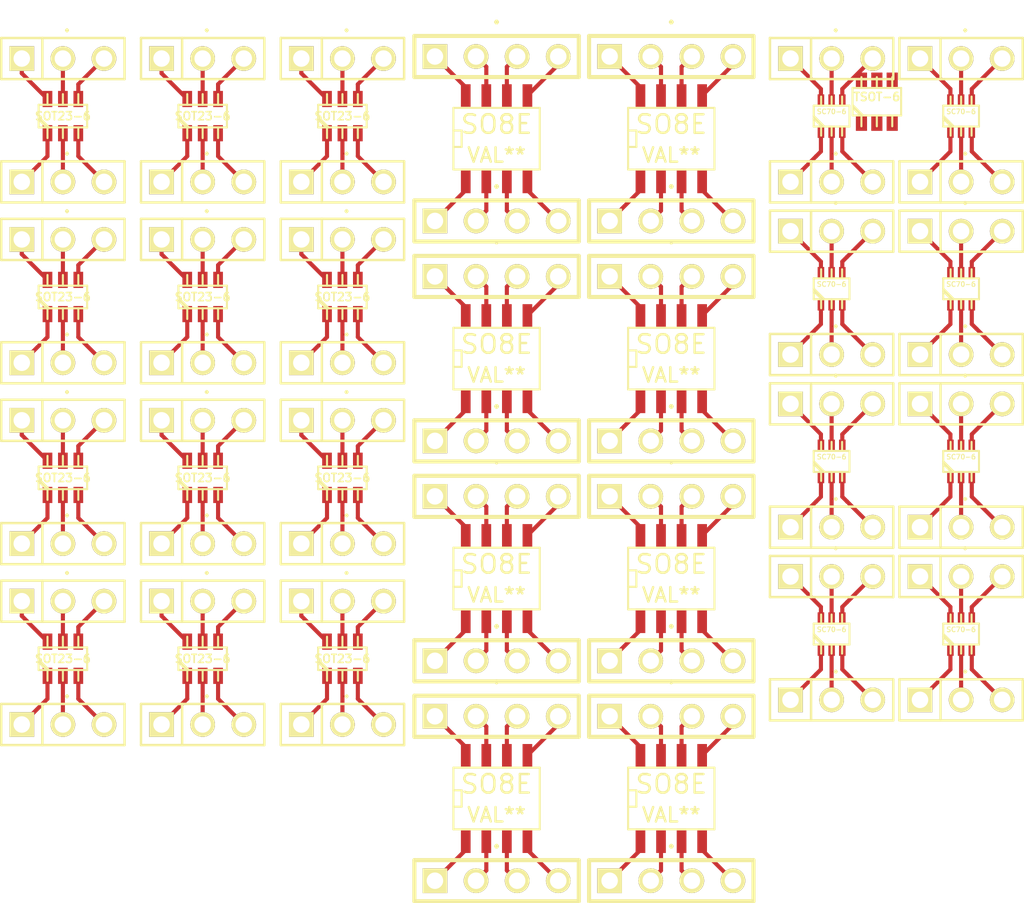
<source format=kicad_pcb>
(kicad_pcb (version 3) (host pcbnew "(2013-03-10 BZR 3992)-stable")

  (general
    (links 0)
    (no_connects 0)
    (area 272.164528 82.82432 276.663432 87.253158)
    (thickness 1.6)
    (drawings 0)
    (tracks 352)
    (zones 0)
    (modules 85)
    (nets 1)
  )

  (page A3)
  (layers
    (15 F.Cu signal)
    (0 B.Cu signal)
    (16 B.Adhes user)
    (17 F.Adhes user)
    (18 B.Paste user)
    (19 F.Paste user)
    (20 B.SilkS user)
    (21 F.SilkS user)
    (22 B.Mask user)
    (23 F.Mask user)
    (24 Dwgs.User user)
    (25 Cmts.User user)
    (26 Eco1.User user)
    (27 Eco2.User user)
    (28 Edge.Cuts user)
  )

  (setup
    (last_trace_width 0.254)
    (trace_clearance 0.254)
    (zone_clearance 0.508)
    (zone_45_only no)
    (trace_min 0.254)
    (segment_width 0.2)
    (edge_width 0.15)
    (via_size 0.889)
    (via_drill 0.635)
    (via_min_size 0.889)
    (via_min_drill 0.508)
    (uvia_size 0.508)
    (uvia_drill 0.127)
    (uvias_allowed no)
    (uvia_min_size 0.508)
    (uvia_min_drill 0.127)
    (pcb_text_width 0.3)
    (pcb_text_size 1.5 1.5)
    (mod_edge_width 0.15)
    (mod_text_size 1.5 1.5)
    (mod_text_width 0.15)
    (pad_size 1.524 1.524)
    (pad_drill 0.762)
    (pad_to_mask_clearance 0.2)
    (aux_axis_origin 0 0)
    (visible_elements FFFFFBBF)
    (pcbplotparams
      (layerselection 3178497)
      (usegerberextensions true)
      (excludeedgelayer true)
      (linewidth 10000)
      (plotframeref false)
      (viasonmask false)
      (mode 1)
      (useauxorigin false)
      (hpglpennumber 1)
      (hpglpenspeed 20)
      (hpglpendiameter 15)
      (hpglpenoverlay 2)
      (psnegative false)
      (psa4output false)
      (plotreference true)
      (plotvalue true)
      (plotothertext true)
      (plotinvisibletext false)
      (padsonsilk false)
      (subtractmaskfromsilk false)
      (outputformat 1)
      (mirror false)
      (drillshape 1)
      (scaleselection 1)
      (outputdirectory ""))
  )

  (net 0 "")

  (net_class Default "This is the default net class."
    (clearance 0.254)
    (trace_width 0.254)
    (via_dia 0.889)
    (via_drill 0.635)
    (uvia_dia 0.508)
    (uvia_drill 0.127)
    (add_net "")
  )

  (module sc70-6 (layer F.Cu) (tedit 490474FF) (tstamp 5240C44D)
    (at 275.717 120.269)
    (descr SC70-6)
    (attr smd)
    (fp_text reference SC70-6 (at 0 -0.2794) (layer F.SilkS)
      (effects (font (size 0.29972 0.29972) (thickness 0.06096)))
    )
    (fp_text value Q*** (at 0 0.3556) (layer F.SilkS) hide
      (effects (font (size 0.29972 0.29972) (thickness 0.06096)))
    )
    (fp_line (start 0 -0.6477) (end 0 -1.2065) (layer F.SilkS) (width 0.127))
    (fp_line (start -0.4445 0.6477) (end -1.1049 -0.0127) (layer F.SilkS) (width 0.127))
    (fp_line (start -0.5969 0.6477) (end -1.1049 0.1524) (layer F.SilkS) (width 0.127))
    (fp_line (start 0.6477 -0.6477) (end 0.6477 -1.2065) (layer F.SilkS) (width 0.127))
    (fp_line (start -0.6477 -0.6477) (end -0.6477 -1.2065) (layer F.SilkS) (width 0.127))
    (fp_line (start 0 0.6477) (end 0 1.2065) (layer F.SilkS) (width 0.127))
    (fp_line (start 0.6477 0.6477) (end 0.6477 1.2065) (layer F.SilkS) (width 0.127))
    (fp_line (start -0.6477 0.6477) (end -0.6477 1.2065) (layer F.SilkS) (width 0.127))
    (fp_line (start -1.1049 -0.6477) (end 1.1049 -0.6477) (layer F.SilkS) (width 0.127))
    (fp_line (start 1.1049 -0.6477) (end 1.1049 0.6477) (layer F.SilkS) (width 0.127))
    (fp_line (start 1.1049 0.6477) (end -1.1049 0.6477) (layer F.SilkS) (width 0.127))
    (fp_line (start -1.1049 0.6477) (end -1.1049 -0.6477) (layer F.SilkS) (width 0.127))
    (pad 1 smd rect (at -0.6604 1.016) (size 0.4064 0.6604)
      (layers F.Cu F.Paste F.Mask)
    )
    (pad 3 smd rect (at 0.6604 1.016) (size 0.4064 0.6604)
      (layers F.Cu F.Paste F.Mask)
    )
    (pad 2 smd rect (at 0 1.016) (size 0.4064 0.6604)
      (layers F.Cu F.Paste F.Mask)
    )
    (pad 4 smd rect (at 0.6604 -1.016) (size 0.4064 0.6604)
      (layers F.Cu F.Paste F.Mask)
    )
    (pad 6 smd rect (at -0.6604 -1.016) (size 0.4064 0.6604)
      (layers F.Cu F.Paste F.Mask)
    )
    (pad 5 smd rect (at 0 -1.016) (size 0.4064 0.6604)
      (layers F.Cu F.Paste F.Mask)
    )
    (model smd/smd_transistors/sc70-6.wrl
      (at (xyz 0 0 0))
      (scale (xyz 1 1 1))
      (rotate (xyz 0 0 0))
    )
  )

  (module PIN_ARRAY_3X1 (layer F.Cu) (tedit 523B574C) (tstamp 5240C442)
    (at 275.717 116.713)
    (descr "Connecteur 3 pins")
    (tags "CONN DEV")
    (fp_text reference . (at 0.254 -2.159) (layer F.SilkS)
      (effects (font (size 1.016 1.016) (thickness 0.1524)))
    )
    (fp_text value Val** (at 0 -2.159) (layer F.SilkS) hide
      (effects (font (size 1.016 1.016) (thickness 0.1524)))
    )
    (fp_line (start -3.81 1.27) (end -3.81 -1.27) (layer F.SilkS) (width 0.1524))
    (fp_line (start -3.81 -1.27) (end 3.81 -1.27) (layer F.SilkS) (width 0.1524))
    (fp_line (start 3.81 -1.27) (end 3.81 1.27) (layer F.SilkS) (width 0.1524))
    (fp_line (start 3.81 1.27) (end -3.81 1.27) (layer F.SilkS) (width 0.1524))
    (fp_line (start -1.27 -1.27) (end -1.27 1.27) (layer F.SilkS) (width 0.1524))
    (pad 1 thru_hole rect (at -2.54 0) (size 1.524 1.524) (drill 1.016)
      (layers *.Cu *.Mask F.SilkS)
    )
    (pad 2 thru_hole circle (at 0 0) (size 1.524 1.524) (drill 1.016)
      (layers *.Cu *.Mask F.SilkS)
    )
    (pad 3 thru_hole circle (at 2.54 0) (size 1.524 1.524) (drill 1.016)
      (layers *.Cu *.Mask F.SilkS)
    )
    (model pin_array/pins_array_3x1.wrl
      (at (xyz 0 0 0))
      (scale (xyz 1 1 1))
      (rotate (xyz 0 0 0))
    )
  )

  (module PIN_ARRAY_3X1 (layer F.Cu) (tedit 523B5747) (tstamp 5240C437)
    (at 275.717 124.333)
    (descr "Connecteur 3 pins")
    (tags "CONN DEV")
    (fp_text reference . (at 0.254 -2.159) (layer F.SilkS)
      (effects (font (size 1.016 1.016) (thickness 0.1524)))
    )
    (fp_text value Val** (at 0 -2.159) (layer F.SilkS) hide
      (effects (font (size 1.016 1.016) (thickness 0.1524)))
    )
    (fp_line (start -3.81 1.27) (end -3.81 -1.27) (layer F.SilkS) (width 0.1524))
    (fp_line (start -3.81 -1.27) (end 3.81 -1.27) (layer F.SilkS) (width 0.1524))
    (fp_line (start 3.81 -1.27) (end 3.81 1.27) (layer F.SilkS) (width 0.1524))
    (fp_line (start 3.81 1.27) (end -3.81 1.27) (layer F.SilkS) (width 0.1524))
    (fp_line (start -1.27 -1.27) (end -1.27 1.27) (layer F.SilkS) (width 0.1524))
    (pad 1 thru_hole rect (at -2.54 0) (size 1.524 1.524) (drill 1.016)
      (layers *.Cu *.Mask F.SilkS)
    )
    (pad 2 thru_hole circle (at 0 0) (size 1.524 1.524) (drill 1.016)
      (layers *.Cu *.Mask F.SilkS)
    )
    (pad 3 thru_hole circle (at 2.54 0) (size 1.524 1.524) (drill 1.016)
      (layers *.Cu *.Mask F.SilkS)
    )
    (model pin_array/pins_array_3x1.wrl
      (at (xyz 0 0 0))
      (scale (xyz 1 1 1))
      (rotate (xyz 0 0 0))
    )
  )

  (module PIN_ARRAY_3X1 (layer F.Cu) (tedit 523B5747) (tstamp 5240C42C)
    (at 275.717 135.001)
    (descr "Connecteur 3 pins")
    (tags "CONN DEV")
    (fp_text reference . (at 0.254 -2.159) (layer F.SilkS)
      (effects (font (size 1.016 1.016) (thickness 0.1524)))
    )
    (fp_text value Val** (at 0 -2.159) (layer F.SilkS) hide
      (effects (font (size 1.016 1.016) (thickness 0.1524)))
    )
    (fp_line (start -3.81 1.27) (end -3.81 -1.27) (layer F.SilkS) (width 0.1524))
    (fp_line (start -3.81 -1.27) (end 3.81 -1.27) (layer F.SilkS) (width 0.1524))
    (fp_line (start 3.81 -1.27) (end 3.81 1.27) (layer F.SilkS) (width 0.1524))
    (fp_line (start 3.81 1.27) (end -3.81 1.27) (layer F.SilkS) (width 0.1524))
    (fp_line (start -1.27 -1.27) (end -1.27 1.27) (layer F.SilkS) (width 0.1524))
    (pad 1 thru_hole rect (at -2.54 0) (size 1.524 1.524) (drill 1.016)
      (layers *.Cu *.Mask F.SilkS)
    )
    (pad 2 thru_hole circle (at 0 0) (size 1.524 1.524) (drill 1.016)
      (layers *.Cu *.Mask F.SilkS)
    )
    (pad 3 thru_hole circle (at 2.54 0) (size 1.524 1.524) (drill 1.016)
      (layers *.Cu *.Mask F.SilkS)
    )
    (model pin_array/pins_array_3x1.wrl
      (at (xyz 0 0 0))
      (scale (xyz 1 1 1))
      (rotate (xyz 0 0 0))
    )
  )

  (module PIN_ARRAY_3X1 (layer F.Cu) (tedit 523B574C) (tstamp 5240C421)
    (at 275.717 127.381)
    (descr "Connecteur 3 pins")
    (tags "CONN DEV")
    (fp_text reference . (at 0.254 -2.159) (layer F.SilkS)
      (effects (font (size 1.016 1.016) (thickness 0.1524)))
    )
    (fp_text value Val** (at 0 -2.159) (layer F.SilkS) hide
      (effects (font (size 1.016 1.016) (thickness 0.1524)))
    )
    (fp_line (start -3.81 1.27) (end -3.81 -1.27) (layer F.SilkS) (width 0.1524))
    (fp_line (start -3.81 -1.27) (end 3.81 -1.27) (layer F.SilkS) (width 0.1524))
    (fp_line (start 3.81 -1.27) (end 3.81 1.27) (layer F.SilkS) (width 0.1524))
    (fp_line (start 3.81 1.27) (end -3.81 1.27) (layer F.SilkS) (width 0.1524))
    (fp_line (start -1.27 -1.27) (end -1.27 1.27) (layer F.SilkS) (width 0.1524))
    (pad 1 thru_hole rect (at -2.54 0) (size 1.524 1.524) (drill 1.016)
      (layers *.Cu *.Mask F.SilkS)
    )
    (pad 2 thru_hole circle (at 0 0) (size 1.524 1.524) (drill 1.016)
      (layers *.Cu *.Mask F.SilkS)
    )
    (pad 3 thru_hole circle (at 2.54 0) (size 1.524 1.524) (drill 1.016)
      (layers *.Cu *.Mask F.SilkS)
    )
    (model pin_array/pins_array_3x1.wrl
      (at (xyz 0 0 0))
      (scale (xyz 1 1 1))
      (rotate (xyz 0 0 0))
    )
  )

  (module sc70-6 (layer F.Cu) (tedit 490474FF) (tstamp 5240C40C)
    (at 275.717 130.937)
    (descr SC70-6)
    (attr smd)
    (fp_text reference SC70-6 (at 0 -0.2794) (layer F.SilkS)
      (effects (font (size 0.29972 0.29972) (thickness 0.06096)))
    )
    (fp_text value Q*** (at 0 0.3556) (layer F.SilkS) hide
      (effects (font (size 0.29972 0.29972) (thickness 0.06096)))
    )
    (fp_line (start 0 -0.6477) (end 0 -1.2065) (layer F.SilkS) (width 0.127))
    (fp_line (start -0.4445 0.6477) (end -1.1049 -0.0127) (layer F.SilkS) (width 0.127))
    (fp_line (start -0.5969 0.6477) (end -1.1049 0.1524) (layer F.SilkS) (width 0.127))
    (fp_line (start 0.6477 -0.6477) (end 0.6477 -1.2065) (layer F.SilkS) (width 0.127))
    (fp_line (start -0.6477 -0.6477) (end -0.6477 -1.2065) (layer F.SilkS) (width 0.127))
    (fp_line (start 0 0.6477) (end 0 1.2065) (layer F.SilkS) (width 0.127))
    (fp_line (start 0.6477 0.6477) (end 0.6477 1.2065) (layer F.SilkS) (width 0.127))
    (fp_line (start -0.6477 0.6477) (end -0.6477 1.2065) (layer F.SilkS) (width 0.127))
    (fp_line (start -1.1049 -0.6477) (end 1.1049 -0.6477) (layer F.SilkS) (width 0.127))
    (fp_line (start 1.1049 -0.6477) (end 1.1049 0.6477) (layer F.SilkS) (width 0.127))
    (fp_line (start 1.1049 0.6477) (end -1.1049 0.6477) (layer F.SilkS) (width 0.127))
    (fp_line (start -1.1049 0.6477) (end -1.1049 -0.6477) (layer F.SilkS) (width 0.127))
    (pad 1 smd rect (at -0.6604 1.016) (size 0.4064 0.6604)
      (layers F.Cu F.Paste F.Mask)
    )
    (pad 3 smd rect (at 0.6604 1.016) (size 0.4064 0.6604)
      (layers F.Cu F.Paste F.Mask)
    )
    (pad 2 smd rect (at 0 1.016) (size 0.4064 0.6604)
      (layers F.Cu F.Paste F.Mask)
    )
    (pad 4 smd rect (at 0.6604 -1.016) (size 0.4064 0.6604)
      (layers F.Cu F.Paste F.Mask)
    )
    (pad 6 smd rect (at -0.6604 -1.016) (size 0.4064 0.6604)
      (layers F.Cu F.Paste F.Mask)
    )
    (pad 5 smd rect (at 0 -1.016) (size 0.4064 0.6604)
      (layers F.Cu F.Paste F.Mask)
    )
    (model smd/smd_transistors/sc70-6.wrl
      (at (xyz 0 0 0))
      (scale (xyz 1 1 1))
      (rotate (xyz 0 0 0))
    )
  )

  (module sc70-6 (layer F.Cu) (tedit 490474FF) (tstamp 5240C3F7)
    (at 275.717 152.273)
    (descr SC70-6)
    (attr smd)
    (fp_text reference SC70-6 (at 0 -0.2794) (layer F.SilkS)
      (effects (font (size 0.29972 0.29972) (thickness 0.06096)))
    )
    (fp_text value Q*** (at 0 0.3556) (layer F.SilkS) hide
      (effects (font (size 0.29972 0.29972) (thickness 0.06096)))
    )
    (fp_line (start 0 -0.6477) (end 0 -1.2065) (layer F.SilkS) (width 0.127))
    (fp_line (start -0.4445 0.6477) (end -1.1049 -0.0127) (layer F.SilkS) (width 0.127))
    (fp_line (start -0.5969 0.6477) (end -1.1049 0.1524) (layer F.SilkS) (width 0.127))
    (fp_line (start 0.6477 -0.6477) (end 0.6477 -1.2065) (layer F.SilkS) (width 0.127))
    (fp_line (start -0.6477 -0.6477) (end -0.6477 -1.2065) (layer F.SilkS) (width 0.127))
    (fp_line (start 0 0.6477) (end 0 1.2065) (layer F.SilkS) (width 0.127))
    (fp_line (start 0.6477 0.6477) (end 0.6477 1.2065) (layer F.SilkS) (width 0.127))
    (fp_line (start -0.6477 0.6477) (end -0.6477 1.2065) (layer F.SilkS) (width 0.127))
    (fp_line (start -1.1049 -0.6477) (end 1.1049 -0.6477) (layer F.SilkS) (width 0.127))
    (fp_line (start 1.1049 -0.6477) (end 1.1049 0.6477) (layer F.SilkS) (width 0.127))
    (fp_line (start 1.1049 0.6477) (end -1.1049 0.6477) (layer F.SilkS) (width 0.127))
    (fp_line (start -1.1049 0.6477) (end -1.1049 -0.6477) (layer F.SilkS) (width 0.127))
    (pad 1 smd rect (at -0.6604 1.016) (size 0.4064 0.6604)
      (layers F.Cu F.Paste F.Mask)
    )
    (pad 3 smd rect (at 0.6604 1.016) (size 0.4064 0.6604)
      (layers F.Cu F.Paste F.Mask)
    )
    (pad 2 smd rect (at 0 1.016) (size 0.4064 0.6604)
      (layers F.Cu F.Paste F.Mask)
    )
    (pad 4 smd rect (at 0.6604 -1.016) (size 0.4064 0.6604)
      (layers F.Cu F.Paste F.Mask)
    )
    (pad 6 smd rect (at -0.6604 -1.016) (size 0.4064 0.6604)
      (layers F.Cu F.Paste F.Mask)
    )
    (pad 5 smd rect (at 0 -1.016) (size 0.4064 0.6604)
      (layers F.Cu F.Paste F.Mask)
    )
    (model smd/smd_transistors/sc70-6.wrl
      (at (xyz 0 0 0))
      (scale (xyz 1 1 1))
      (rotate (xyz 0 0 0))
    )
  )

  (module PIN_ARRAY_3X1 (layer F.Cu) (tedit 523B574C) (tstamp 5240C3EC)
    (at 275.717 148.717)
    (descr "Connecteur 3 pins")
    (tags "CONN DEV")
    (fp_text reference . (at 0.254 -2.159) (layer F.SilkS)
      (effects (font (size 1.016 1.016) (thickness 0.1524)))
    )
    (fp_text value Val** (at 0 -2.159) (layer F.SilkS) hide
      (effects (font (size 1.016 1.016) (thickness 0.1524)))
    )
    (fp_line (start -3.81 1.27) (end -3.81 -1.27) (layer F.SilkS) (width 0.1524))
    (fp_line (start -3.81 -1.27) (end 3.81 -1.27) (layer F.SilkS) (width 0.1524))
    (fp_line (start 3.81 -1.27) (end 3.81 1.27) (layer F.SilkS) (width 0.1524))
    (fp_line (start 3.81 1.27) (end -3.81 1.27) (layer F.SilkS) (width 0.1524))
    (fp_line (start -1.27 -1.27) (end -1.27 1.27) (layer F.SilkS) (width 0.1524))
    (pad 1 thru_hole rect (at -2.54 0) (size 1.524 1.524) (drill 1.016)
      (layers *.Cu *.Mask F.SilkS)
    )
    (pad 2 thru_hole circle (at 0 0) (size 1.524 1.524) (drill 1.016)
      (layers *.Cu *.Mask F.SilkS)
    )
    (pad 3 thru_hole circle (at 2.54 0) (size 1.524 1.524) (drill 1.016)
      (layers *.Cu *.Mask F.SilkS)
    )
    (model pin_array/pins_array_3x1.wrl
      (at (xyz 0 0 0))
      (scale (xyz 1 1 1))
      (rotate (xyz 0 0 0))
    )
  )

  (module PIN_ARRAY_3X1 (layer F.Cu) (tedit 523B5747) (tstamp 5240C3E1)
    (at 275.717 156.337)
    (descr "Connecteur 3 pins")
    (tags "CONN DEV")
    (fp_text reference . (at 0.254 -2.159) (layer F.SilkS)
      (effects (font (size 1.016 1.016) (thickness 0.1524)))
    )
    (fp_text value Val** (at 0 -2.159) (layer F.SilkS) hide
      (effects (font (size 1.016 1.016) (thickness 0.1524)))
    )
    (fp_line (start -3.81 1.27) (end -3.81 -1.27) (layer F.SilkS) (width 0.1524))
    (fp_line (start -3.81 -1.27) (end 3.81 -1.27) (layer F.SilkS) (width 0.1524))
    (fp_line (start 3.81 -1.27) (end 3.81 1.27) (layer F.SilkS) (width 0.1524))
    (fp_line (start 3.81 1.27) (end -3.81 1.27) (layer F.SilkS) (width 0.1524))
    (fp_line (start -1.27 -1.27) (end -1.27 1.27) (layer F.SilkS) (width 0.1524))
    (pad 1 thru_hole rect (at -2.54 0) (size 1.524 1.524) (drill 1.016)
      (layers *.Cu *.Mask F.SilkS)
    )
    (pad 2 thru_hole circle (at 0 0) (size 1.524 1.524) (drill 1.016)
      (layers *.Cu *.Mask F.SilkS)
    )
    (pad 3 thru_hole circle (at 2.54 0) (size 1.524 1.524) (drill 1.016)
      (layers *.Cu *.Mask F.SilkS)
    )
    (model pin_array/pins_array_3x1.wrl
      (at (xyz 0 0 0))
      (scale (xyz 1 1 1))
      (rotate (xyz 0 0 0))
    )
  )

  (module PIN_ARRAY_3X1 (layer F.Cu) (tedit 523B5747) (tstamp 5240C3D6)
    (at 275.717 145.669)
    (descr "Connecteur 3 pins")
    (tags "CONN DEV")
    (fp_text reference . (at 0.254 -2.159) (layer F.SilkS)
      (effects (font (size 1.016 1.016) (thickness 0.1524)))
    )
    (fp_text value Val** (at 0 -2.159) (layer F.SilkS) hide
      (effects (font (size 1.016 1.016) (thickness 0.1524)))
    )
    (fp_line (start -3.81 1.27) (end -3.81 -1.27) (layer F.SilkS) (width 0.1524))
    (fp_line (start -3.81 -1.27) (end 3.81 -1.27) (layer F.SilkS) (width 0.1524))
    (fp_line (start 3.81 -1.27) (end 3.81 1.27) (layer F.SilkS) (width 0.1524))
    (fp_line (start 3.81 1.27) (end -3.81 1.27) (layer F.SilkS) (width 0.1524))
    (fp_line (start -1.27 -1.27) (end -1.27 1.27) (layer F.SilkS) (width 0.1524))
    (pad 1 thru_hole rect (at -2.54 0) (size 1.524 1.524) (drill 1.016)
      (layers *.Cu *.Mask F.SilkS)
    )
    (pad 2 thru_hole circle (at 0 0) (size 1.524 1.524) (drill 1.016)
      (layers *.Cu *.Mask F.SilkS)
    )
    (pad 3 thru_hole circle (at 2.54 0) (size 1.524 1.524) (drill 1.016)
      (layers *.Cu *.Mask F.SilkS)
    )
    (model pin_array/pins_array_3x1.wrl
      (at (xyz 0 0 0))
      (scale (xyz 1 1 1))
      (rotate (xyz 0 0 0))
    )
  )

  (module PIN_ARRAY_3X1 (layer F.Cu) (tedit 523B574C) (tstamp 5240C3CB)
    (at 275.717 138.049)
    (descr "Connecteur 3 pins")
    (tags "CONN DEV")
    (fp_text reference . (at 0.254 -2.159) (layer F.SilkS)
      (effects (font (size 1.016 1.016) (thickness 0.1524)))
    )
    (fp_text value Val** (at 0 -2.159) (layer F.SilkS) hide
      (effects (font (size 1.016 1.016) (thickness 0.1524)))
    )
    (fp_line (start -3.81 1.27) (end -3.81 -1.27) (layer F.SilkS) (width 0.1524))
    (fp_line (start -3.81 -1.27) (end 3.81 -1.27) (layer F.SilkS) (width 0.1524))
    (fp_line (start 3.81 -1.27) (end 3.81 1.27) (layer F.SilkS) (width 0.1524))
    (fp_line (start 3.81 1.27) (end -3.81 1.27) (layer F.SilkS) (width 0.1524))
    (fp_line (start -1.27 -1.27) (end -1.27 1.27) (layer F.SilkS) (width 0.1524))
    (pad 1 thru_hole rect (at -2.54 0) (size 1.524 1.524) (drill 1.016)
      (layers *.Cu *.Mask F.SilkS)
    )
    (pad 2 thru_hole circle (at 0 0) (size 1.524 1.524) (drill 1.016)
      (layers *.Cu *.Mask F.SilkS)
    )
    (pad 3 thru_hole circle (at 2.54 0) (size 1.524 1.524) (drill 1.016)
      (layers *.Cu *.Mask F.SilkS)
    )
    (model pin_array/pins_array_3x1.wrl
      (at (xyz 0 0 0))
      (scale (xyz 1 1 1))
      (rotate (xyz 0 0 0))
    )
  )

  (module sc70-6 (layer F.Cu) (tedit 490474FF) (tstamp 5240C3B6)
    (at 275.717 141.605)
    (descr SC70-6)
    (attr smd)
    (fp_text reference SC70-6 (at 0 -0.2794) (layer F.SilkS)
      (effects (font (size 0.29972 0.29972) (thickness 0.06096)))
    )
    (fp_text value Q*** (at 0 0.3556) (layer F.SilkS) hide
      (effects (font (size 0.29972 0.29972) (thickness 0.06096)))
    )
    (fp_line (start 0 -0.6477) (end 0 -1.2065) (layer F.SilkS) (width 0.127))
    (fp_line (start -0.4445 0.6477) (end -1.1049 -0.0127) (layer F.SilkS) (width 0.127))
    (fp_line (start -0.5969 0.6477) (end -1.1049 0.1524) (layer F.SilkS) (width 0.127))
    (fp_line (start 0.6477 -0.6477) (end 0.6477 -1.2065) (layer F.SilkS) (width 0.127))
    (fp_line (start -0.6477 -0.6477) (end -0.6477 -1.2065) (layer F.SilkS) (width 0.127))
    (fp_line (start 0 0.6477) (end 0 1.2065) (layer F.SilkS) (width 0.127))
    (fp_line (start 0.6477 0.6477) (end 0.6477 1.2065) (layer F.SilkS) (width 0.127))
    (fp_line (start -0.6477 0.6477) (end -0.6477 1.2065) (layer F.SilkS) (width 0.127))
    (fp_line (start -1.1049 -0.6477) (end 1.1049 -0.6477) (layer F.SilkS) (width 0.127))
    (fp_line (start 1.1049 -0.6477) (end 1.1049 0.6477) (layer F.SilkS) (width 0.127))
    (fp_line (start 1.1049 0.6477) (end -1.1049 0.6477) (layer F.SilkS) (width 0.127))
    (fp_line (start -1.1049 0.6477) (end -1.1049 -0.6477) (layer F.SilkS) (width 0.127))
    (pad 1 smd rect (at -0.6604 1.016) (size 0.4064 0.6604)
      (layers F.Cu F.Paste F.Mask)
    )
    (pad 3 smd rect (at 0.6604 1.016) (size 0.4064 0.6604)
      (layers F.Cu F.Paste F.Mask)
    )
    (pad 2 smd rect (at 0 1.016) (size 0.4064 0.6604)
      (layers F.Cu F.Paste F.Mask)
    )
    (pad 4 smd rect (at 0.6604 -1.016) (size 0.4064 0.6604)
      (layers F.Cu F.Paste F.Mask)
    )
    (pad 6 smd rect (at -0.6604 -1.016) (size 0.4064 0.6604)
      (layers F.Cu F.Paste F.Mask)
    )
    (pad 5 smd rect (at 0 -1.016) (size 0.4064 0.6604)
      (layers F.Cu F.Paste F.Mask)
    )
    (model smd/smd_transistors/sc70-6.wrl
      (at (xyz 0 0 0))
      (scale (xyz 1 1 1))
      (rotate (xyz 0 0 0))
    )
  )

  (module sc70-6 (layer F.Cu) (tedit 490474FF) (tstamp 5240C387)
    (at 267.716 141.605)
    (descr SC70-6)
    (attr smd)
    (fp_text reference SC70-6 (at 0 -0.2794) (layer F.SilkS)
      (effects (font (size 0.29972 0.29972) (thickness 0.06096)))
    )
    (fp_text value Q*** (at 0 0.3556) (layer F.SilkS) hide
      (effects (font (size 0.29972 0.29972) (thickness 0.06096)))
    )
    (fp_line (start 0 -0.6477) (end 0 -1.2065) (layer F.SilkS) (width 0.127))
    (fp_line (start -0.4445 0.6477) (end -1.1049 -0.0127) (layer F.SilkS) (width 0.127))
    (fp_line (start -0.5969 0.6477) (end -1.1049 0.1524) (layer F.SilkS) (width 0.127))
    (fp_line (start 0.6477 -0.6477) (end 0.6477 -1.2065) (layer F.SilkS) (width 0.127))
    (fp_line (start -0.6477 -0.6477) (end -0.6477 -1.2065) (layer F.SilkS) (width 0.127))
    (fp_line (start 0 0.6477) (end 0 1.2065) (layer F.SilkS) (width 0.127))
    (fp_line (start 0.6477 0.6477) (end 0.6477 1.2065) (layer F.SilkS) (width 0.127))
    (fp_line (start -0.6477 0.6477) (end -0.6477 1.2065) (layer F.SilkS) (width 0.127))
    (fp_line (start -1.1049 -0.6477) (end 1.1049 -0.6477) (layer F.SilkS) (width 0.127))
    (fp_line (start 1.1049 -0.6477) (end 1.1049 0.6477) (layer F.SilkS) (width 0.127))
    (fp_line (start 1.1049 0.6477) (end -1.1049 0.6477) (layer F.SilkS) (width 0.127))
    (fp_line (start -1.1049 0.6477) (end -1.1049 -0.6477) (layer F.SilkS) (width 0.127))
    (pad 1 smd rect (at -0.6604 1.016) (size 0.4064 0.6604)
      (layers F.Cu F.Paste F.Mask)
    )
    (pad 3 smd rect (at 0.6604 1.016) (size 0.4064 0.6604)
      (layers F.Cu F.Paste F.Mask)
    )
    (pad 2 smd rect (at 0 1.016) (size 0.4064 0.6604)
      (layers F.Cu F.Paste F.Mask)
    )
    (pad 4 smd rect (at 0.6604 -1.016) (size 0.4064 0.6604)
      (layers F.Cu F.Paste F.Mask)
    )
    (pad 6 smd rect (at -0.6604 -1.016) (size 0.4064 0.6604)
      (layers F.Cu F.Paste F.Mask)
    )
    (pad 5 smd rect (at 0 -1.016) (size 0.4064 0.6604)
      (layers F.Cu F.Paste F.Mask)
    )
    (model smd/smd_transistors/sc70-6.wrl
      (at (xyz 0 0 0))
      (scale (xyz 1 1 1))
      (rotate (xyz 0 0 0))
    )
  )

  (module PIN_ARRAY_3X1 (layer F.Cu) (tedit 523B574C) (tstamp 5240C37C)
    (at 267.716 138.049)
    (descr "Connecteur 3 pins")
    (tags "CONN DEV")
    (fp_text reference . (at 0.254 -2.159) (layer F.SilkS)
      (effects (font (size 1.016 1.016) (thickness 0.1524)))
    )
    (fp_text value Val** (at 0 -2.159) (layer F.SilkS) hide
      (effects (font (size 1.016 1.016) (thickness 0.1524)))
    )
    (fp_line (start -3.81 1.27) (end -3.81 -1.27) (layer F.SilkS) (width 0.1524))
    (fp_line (start -3.81 -1.27) (end 3.81 -1.27) (layer F.SilkS) (width 0.1524))
    (fp_line (start 3.81 -1.27) (end 3.81 1.27) (layer F.SilkS) (width 0.1524))
    (fp_line (start 3.81 1.27) (end -3.81 1.27) (layer F.SilkS) (width 0.1524))
    (fp_line (start -1.27 -1.27) (end -1.27 1.27) (layer F.SilkS) (width 0.1524))
    (pad 1 thru_hole rect (at -2.54 0) (size 1.524 1.524) (drill 1.016)
      (layers *.Cu *.Mask F.SilkS)
    )
    (pad 2 thru_hole circle (at 0 0) (size 1.524 1.524) (drill 1.016)
      (layers *.Cu *.Mask F.SilkS)
    )
    (pad 3 thru_hole circle (at 2.54 0) (size 1.524 1.524) (drill 1.016)
      (layers *.Cu *.Mask F.SilkS)
    )
    (model pin_array/pins_array_3x1.wrl
      (at (xyz 0 0 0))
      (scale (xyz 1 1 1))
      (rotate (xyz 0 0 0))
    )
  )

  (module PIN_ARRAY_3X1 (layer F.Cu) (tedit 523B5747) (tstamp 5240C371)
    (at 267.716 145.669)
    (descr "Connecteur 3 pins")
    (tags "CONN DEV")
    (fp_text reference . (at 0.254 -2.159) (layer F.SilkS)
      (effects (font (size 1.016 1.016) (thickness 0.1524)))
    )
    (fp_text value Val** (at 0 -2.159) (layer F.SilkS) hide
      (effects (font (size 1.016 1.016) (thickness 0.1524)))
    )
    (fp_line (start -3.81 1.27) (end -3.81 -1.27) (layer F.SilkS) (width 0.1524))
    (fp_line (start -3.81 -1.27) (end 3.81 -1.27) (layer F.SilkS) (width 0.1524))
    (fp_line (start 3.81 -1.27) (end 3.81 1.27) (layer F.SilkS) (width 0.1524))
    (fp_line (start 3.81 1.27) (end -3.81 1.27) (layer F.SilkS) (width 0.1524))
    (fp_line (start -1.27 -1.27) (end -1.27 1.27) (layer F.SilkS) (width 0.1524))
    (pad 1 thru_hole rect (at -2.54 0) (size 1.524 1.524) (drill 1.016)
      (layers *.Cu *.Mask F.SilkS)
    )
    (pad 2 thru_hole circle (at 0 0) (size 1.524 1.524) (drill 1.016)
      (layers *.Cu *.Mask F.SilkS)
    )
    (pad 3 thru_hole circle (at 2.54 0) (size 1.524 1.524) (drill 1.016)
      (layers *.Cu *.Mask F.SilkS)
    )
    (model pin_array/pins_array_3x1.wrl
      (at (xyz 0 0 0))
      (scale (xyz 1 1 1))
      (rotate (xyz 0 0 0))
    )
  )

  (module PIN_ARRAY_3X1 (layer F.Cu) (tedit 523B5747) (tstamp 5240C366)
    (at 267.716 156.337)
    (descr "Connecteur 3 pins")
    (tags "CONN DEV")
    (fp_text reference . (at 0.254 -2.159) (layer F.SilkS)
      (effects (font (size 1.016 1.016) (thickness 0.1524)))
    )
    (fp_text value Val** (at 0 -2.159) (layer F.SilkS) hide
      (effects (font (size 1.016 1.016) (thickness 0.1524)))
    )
    (fp_line (start -3.81 1.27) (end -3.81 -1.27) (layer F.SilkS) (width 0.1524))
    (fp_line (start -3.81 -1.27) (end 3.81 -1.27) (layer F.SilkS) (width 0.1524))
    (fp_line (start 3.81 -1.27) (end 3.81 1.27) (layer F.SilkS) (width 0.1524))
    (fp_line (start 3.81 1.27) (end -3.81 1.27) (layer F.SilkS) (width 0.1524))
    (fp_line (start -1.27 -1.27) (end -1.27 1.27) (layer F.SilkS) (width 0.1524))
    (pad 1 thru_hole rect (at -2.54 0) (size 1.524 1.524) (drill 1.016)
      (layers *.Cu *.Mask F.SilkS)
    )
    (pad 2 thru_hole circle (at 0 0) (size 1.524 1.524) (drill 1.016)
      (layers *.Cu *.Mask F.SilkS)
    )
    (pad 3 thru_hole circle (at 2.54 0) (size 1.524 1.524) (drill 1.016)
      (layers *.Cu *.Mask F.SilkS)
    )
    (model pin_array/pins_array_3x1.wrl
      (at (xyz 0 0 0))
      (scale (xyz 1 1 1))
      (rotate (xyz 0 0 0))
    )
  )

  (module PIN_ARRAY_3X1 (layer F.Cu) (tedit 523B574C) (tstamp 5240C35B)
    (at 267.716 148.717)
    (descr "Connecteur 3 pins")
    (tags "CONN DEV")
    (fp_text reference . (at 0.254 -2.159) (layer F.SilkS)
      (effects (font (size 1.016 1.016) (thickness 0.1524)))
    )
    (fp_text value Val** (at 0 -2.159) (layer F.SilkS) hide
      (effects (font (size 1.016 1.016) (thickness 0.1524)))
    )
    (fp_line (start -3.81 1.27) (end -3.81 -1.27) (layer F.SilkS) (width 0.1524))
    (fp_line (start -3.81 -1.27) (end 3.81 -1.27) (layer F.SilkS) (width 0.1524))
    (fp_line (start 3.81 -1.27) (end 3.81 1.27) (layer F.SilkS) (width 0.1524))
    (fp_line (start 3.81 1.27) (end -3.81 1.27) (layer F.SilkS) (width 0.1524))
    (fp_line (start -1.27 -1.27) (end -1.27 1.27) (layer F.SilkS) (width 0.1524))
    (pad 1 thru_hole rect (at -2.54 0) (size 1.524 1.524) (drill 1.016)
      (layers *.Cu *.Mask F.SilkS)
    )
    (pad 2 thru_hole circle (at 0 0) (size 1.524 1.524) (drill 1.016)
      (layers *.Cu *.Mask F.SilkS)
    )
    (pad 3 thru_hole circle (at 2.54 0) (size 1.524 1.524) (drill 1.016)
      (layers *.Cu *.Mask F.SilkS)
    )
    (model pin_array/pins_array_3x1.wrl
      (at (xyz 0 0 0))
      (scale (xyz 1 1 1))
      (rotate (xyz 0 0 0))
    )
  )

  (module sc70-6 (layer F.Cu) (tedit 490474FF) (tstamp 5240C346)
    (at 267.716 152.273)
    (descr SC70-6)
    (attr smd)
    (fp_text reference SC70-6 (at 0 -0.2794) (layer F.SilkS)
      (effects (font (size 0.29972 0.29972) (thickness 0.06096)))
    )
    (fp_text value Q*** (at 0 0.3556) (layer F.SilkS) hide
      (effects (font (size 0.29972 0.29972) (thickness 0.06096)))
    )
    (fp_line (start 0 -0.6477) (end 0 -1.2065) (layer F.SilkS) (width 0.127))
    (fp_line (start -0.4445 0.6477) (end -1.1049 -0.0127) (layer F.SilkS) (width 0.127))
    (fp_line (start -0.5969 0.6477) (end -1.1049 0.1524) (layer F.SilkS) (width 0.127))
    (fp_line (start 0.6477 -0.6477) (end 0.6477 -1.2065) (layer F.SilkS) (width 0.127))
    (fp_line (start -0.6477 -0.6477) (end -0.6477 -1.2065) (layer F.SilkS) (width 0.127))
    (fp_line (start 0 0.6477) (end 0 1.2065) (layer F.SilkS) (width 0.127))
    (fp_line (start 0.6477 0.6477) (end 0.6477 1.2065) (layer F.SilkS) (width 0.127))
    (fp_line (start -0.6477 0.6477) (end -0.6477 1.2065) (layer F.SilkS) (width 0.127))
    (fp_line (start -1.1049 -0.6477) (end 1.1049 -0.6477) (layer F.SilkS) (width 0.127))
    (fp_line (start 1.1049 -0.6477) (end 1.1049 0.6477) (layer F.SilkS) (width 0.127))
    (fp_line (start 1.1049 0.6477) (end -1.1049 0.6477) (layer F.SilkS) (width 0.127))
    (fp_line (start -1.1049 0.6477) (end -1.1049 -0.6477) (layer F.SilkS) (width 0.127))
    (pad 1 smd rect (at -0.6604 1.016) (size 0.4064 0.6604)
      (layers F.Cu F.Paste F.Mask)
    )
    (pad 3 smd rect (at 0.6604 1.016) (size 0.4064 0.6604)
      (layers F.Cu F.Paste F.Mask)
    )
    (pad 2 smd rect (at 0 1.016) (size 0.4064 0.6604)
      (layers F.Cu F.Paste F.Mask)
    )
    (pad 4 smd rect (at 0.6604 -1.016) (size 0.4064 0.6604)
      (layers F.Cu F.Paste F.Mask)
    )
    (pad 6 smd rect (at -0.6604 -1.016) (size 0.4064 0.6604)
      (layers F.Cu F.Paste F.Mask)
    )
    (pad 5 smd rect (at 0 -1.016) (size 0.4064 0.6604)
      (layers F.Cu F.Paste F.Mask)
    )
    (model smd/smd_transistors/sc70-6.wrl
      (at (xyz 0 0 0))
      (scale (xyz 1 1 1))
      (rotate (xyz 0 0 0))
    )
  )

  (module sc70-6 (layer F.Cu) (tedit 490474FF) (tstamp 5240C324)
    (at 267.716 130.937)
    (descr SC70-6)
    (attr smd)
    (fp_text reference SC70-6 (at 0 -0.2794) (layer F.SilkS)
      (effects (font (size 0.29972 0.29972) (thickness 0.06096)))
    )
    (fp_text value Q*** (at 0 0.3556) (layer F.SilkS) hide
      (effects (font (size 0.29972 0.29972) (thickness 0.06096)))
    )
    (fp_line (start 0 -0.6477) (end 0 -1.2065) (layer F.SilkS) (width 0.127))
    (fp_line (start -0.4445 0.6477) (end -1.1049 -0.0127) (layer F.SilkS) (width 0.127))
    (fp_line (start -0.5969 0.6477) (end -1.1049 0.1524) (layer F.SilkS) (width 0.127))
    (fp_line (start 0.6477 -0.6477) (end 0.6477 -1.2065) (layer F.SilkS) (width 0.127))
    (fp_line (start -0.6477 -0.6477) (end -0.6477 -1.2065) (layer F.SilkS) (width 0.127))
    (fp_line (start 0 0.6477) (end 0 1.2065) (layer F.SilkS) (width 0.127))
    (fp_line (start 0.6477 0.6477) (end 0.6477 1.2065) (layer F.SilkS) (width 0.127))
    (fp_line (start -0.6477 0.6477) (end -0.6477 1.2065) (layer F.SilkS) (width 0.127))
    (fp_line (start -1.1049 -0.6477) (end 1.1049 -0.6477) (layer F.SilkS) (width 0.127))
    (fp_line (start 1.1049 -0.6477) (end 1.1049 0.6477) (layer F.SilkS) (width 0.127))
    (fp_line (start 1.1049 0.6477) (end -1.1049 0.6477) (layer F.SilkS) (width 0.127))
    (fp_line (start -1.1049 0.6477) (end -1.1049 -0.6477) (layer F.SilkS) (width 0.127))
    (pad 1 smd rect (at -0.6604 1.016) (size 0.4064 0.6604)
      (layers F.Cu F.Paste F.Mask)
    )
    (pad 3 smd rect (at 0.6604 1.016) (size 0.4064 0.6604)
      (layers F.Cu F.Paste F.Mask)
    )
    (pad 2 smd rect (at 0 1.016) (size 0.4064 0.6604)
      (layers F.Cu F.Paste F.Mask)
    )
    (pad 4 smd rect (at 0.6604 -1.016) (size 0.4064 0.6604)
      (layers F.Cu F.Paste F.Mask)
    )
    (pad 6 smd rect (at -0.6604 -1.016) (size 0.4064 0.6604)
      (layers F.Cu F.Paste F.Mask)
    )
    (pad 5 smd rect (at 0 -1.016) (size 0.4064 0.6604)
      (layers F.Cu F.Paste F.Mask)
    )
    (model smd/smd_transistors/sc70-6.wrl
      (at (xyz 0 0 0))
      (scale (xyz 1 1 1))
      (rotate (xyz 0 0 0))
    )
  )

  (module PIN_ARRAY_3X1 (layer F.Cu) (tedit 523B574C) (tstamp 5240C319)
    (at 267.716 127.381)
    (descr "Connecteur 3 pins")
    (tags "CONN DEV")
    (fp_text reference . (at 0.254 -2.159) (layer F.SilkS)
      (effects (font (size 1.016 1.016) (thickness 0.1524)))
    )
    (fp_text value Val** (at 0 -2.159) (layer F.SilkS) hide
      (effects (font (size 1.016 1.016) (thickness 0.1524)))
    )
    (fp_line (start -3.81 1.27) (end -3.81 -1.27) (layer F.SilkS) (width 0.1524))
    (fp_line (start -3.81 -1.27) (end 3.81 -1.27) (layer F.SilkS) (width 0.1524))
    (fp_line (start 3.81 -1.27) (end 3.81 1.27) (layer F.SilkS) (width 0.1524))
    (fp_line (start 3.81 1.27) (end -3.81 1.27) (layer F.SilkS) (width 0.1524))
    (fp_line (start -1.27 -1.27) (end -1.27 1.27) (layer F.SilkS) (width 0.1524))
    (pad 1 thru_hole rect (at -2.54 0) (size 1.524 1.524) (drill 1.016)
      (layers *.Cu *.Mask F.SilkS)
    )
    (pad 2 thru_hole circle (at 0 0) (size 1.524 1.524) (drill 1.016)
      (layers *.Cu *.Mask F.SilkS)
    )
    (pad 3 thru_hole circle (at 2.54 0) (size 1.524 1.524) (drill 1.016)
      (layers *.Cu *.Mask F.SilkS)
    )
    (model pin_array/pins_array_3x1.wrl
      (at (xyz 0 0 0))
      (scale (xyz 1 1 1))
      (rotate (xyz 0 0 0))
    )
  )

  (module PIN_ARRAY_3X1 (layer F.Cu) (tedit 523B5747) (tstamp 5240C30E)
    (at 267.716 135.001)
    (descr "Connecteur 3 pins")
    (tags "CONN DEV")
    (fp_text reference . (at 0.254 -2.159) (layer F.SilkS)
      (effects (font (size 1.016 1.016) (thickness 0.1524)))
    )
    (fp_text value Val** (at 0 -2.159) (layer F.SilkS) hide
      (effects (font (size 1.016 1.016) (thickness 0.1524)))
    )
    (fp_line (start -3.81 1.27) (end -3.81 -1.27) (layer F.SilkS) (width 0.1524))
    (fp_line (start -3.81 -1.27) (end 3.81 -1.27) (layer F.SilkS) (width 0.1524))
    (fp_line (start 3.81 -1.27) (end 3.81 1.27) (layer F.SilkS) (width 0.1524))
    (fp_line (start 3.81 1.27) (end -3.81 1.27) (layer F.SilkS) (width 0.1524))
    (fp_line (start -1.27 -1.27) (end -1.27 1.27) (layer F.SilkS) (width 0.1524))
    (pad 1 thru_hole rect (at -2.54 0) (size 1.524 1.524) (drill 1.016)
      (layers *.Cu *.Mask F.SilkS)
    )
    (pad 2 thru_hole circle (at 0 0) (size 1.524 1.524) (drill 1.016)
      (layers *.Cu *.Mask F.SilkS)
    )
    (pad 3 thru_hole circle (at 2.54 0) (size 1.524 1.524) (drill 1.016)
      (layers *.Cu *.Mask F.SilkS)
    )
    (model pin_array/pins_array_3x1.wrl
      (at (xyz 0 0 0))
      (scale (xyz 1 1 1))
      (rotate (xyz 0 0 0))
    )
  )

  (module PIN_ARRAY_4x1 (layer F.Cu) (tedit 523B5CF2) (tstamp 5240BE9C)
    (at 257.81 126.746)
    (descr "Double rangee de contacts 2 x 5 pins")
    (tags CONN)
    (fp_text reference . (at 0 -2.54) (layer F.SilkS)
      (effects (font (size 1.016 1.016) (thickness 0.2032)))
    )
    (fp_text value Val** (at 0 2.54) (layer F.SilkS) hide
      (effects (font (size 1.016 1.016) (thickness 0.2032)))
    )
    (fp_line (start 5.08 1.27) (end -5.08 1.27) (layer F.SilkS) (width 0.254))
    (fp_line (start 5.08 -1.27) (end -5.08 -1.27) (layer F.SilkS) (width 0.254))
    (fp_line (start -5.08 -1.27) (end -5.08 1.27) (layer F.SilkS) (width 0.254))
    (fp_line (start 5.08 1.27) (end 5.08 -1.27) (layer F.SilkS) (width 0.254))
    (pad 1 thru_hole rect (at -3.81 0) (size 1.524 1.524) (drill 1.016)
      (layers *.Cu *.Mask F.SilkS)
    )
    (pad 2 thru_hole circle (at -1.27 0) (size 1.524 1.524) (drill 1.016)
      (layers *.Cu *.Mask F.SilkS)
    )
    (pad 3 thru_hole circle (at 1.27 0) (size 1.524 1.524) (drill 1.016)
      (layers *.Cu *.Mask F.SilkS)
    )
    (pad 4 thru_hole circle (at 3.81 0) (size 1.524 1.524) (drill 1.016)
      (layers *.Cu *.Mask F.SilkS)
    )
    (model pin_array\pins_array_4x1.wrl
      (at (xyz 0 0 0))
      (scale (xyz 1 1 1))
      (rotate (xyz 0 0 0))
    )
  )

  (module PIN_ARRAY_4x1 (layer F.Cu) (tedit 523B5CEE) (tstamp 5240BE91)
    (at 257.81 116.586)
    (descr "Double rangee de contacts 2 x 5 pins")
    (tags CONN)
    (fp_text reference . (at 0 -2.54) (layer F.SilkS)
      (effects (font (size 1.016 1.016) (thickness 0.2032)))
    )
    (fp_text value Val** (at 0 2.54) (layer F.SilkS) hide
      (effects (font (size 1.016 1.016) (thickness 0.2032)))
    )
    (fp_line (start 5.08 1.27) (end -5.08 1.27) (layer F.SilkS) (width 0.254))
    (fp_line (start 5.08 -1.27) (end -5.08 -1.27) (layer F.SilkS) (width 0.254))
    (fp_line (start -5.08 -1.27) (end -5.08 1.27) (layer F.SilkS) (width 0.254))
    (fp_line (start 5.08 1.27) (end 5.08 -1.27) (layer F.SilkS) (width 0.254))
    (pad 1 thru_hole rect (at -3.81 0) (size 1.524 1.524) (drill 1.016)
      (layers *.Cu *.Mask F.SilkS)
    )
    (pad 2 thru_hole circle (at -1.27 0) (size 1.524 1.524) (drill 1.016)
      (layers *.Cu *.Mask F.SilkS)
    )
    (pad 3 thru_hole circle (at 1.27 0) (size 1.524 1.524) (drill 1.016)
      (layers *.Cu *.Mask F.SilkS)
    )
    (pad 4 thru_hole circle (at 3.81 0) (size 1.524 1.524) (drill 1.016)
      (layers *.Cu *.Mask F.SilkS)
    )
    (model pin_array\pins_array_4x1.wrl
      (at (xyz 0 0 0))
      (scale (xyz 1 1 1))
      (rotate (xyz 0 0 0))
    )
  )

  (module SO8E (layer F.Cu) (tedit 4F33A5C7) (tstamp 5240BE7E)
    (at 257.81 121.666)
    (descr "module CMS SOJ 8 pins etroit")
    (tags "CMS SOJ")
    (attr smd)
    (fp_text reference SO8E (at 0 -0.889) (layer F.SilkS)
      (effects (font (size 1.143 1.143) (thickness 0.1524)))
    )
    (fp_text value VAL** (at 0 1.016) (layer F.SilkS)
      (effects (font (size 0.889 0.889) (thickness 0.1524)))
    )
    (fp_line (start -2.667 1.778) (end -2.667 1.905) (layer F.SilkS) (width 0.127))
    (fp_line (start -2.667 1.905) (end 2.667 1.905) (layer F.SilkS) (width 0.127))
    (fp_line (start 2.667 -1.905) (end -2.667 -1.905) (layer F.SilkS) (width 0.127))
    (fp_line (start -2.667 -1.905) (end -2.667 1.778) (layer F.SilkS) (width 0.127))
    (fp_line (start -2.667 -0.508) (end -2.159 -0.508) (layer F.SilkS) (width 0.127))
    (fp_line (start -2.159 -0.508) (end -2.159 0.508) (layer F.SilkS) (width 0.127))
    (fp_line (start -2.159 0.508) (end -2.667 0.508) (layer F.SilkS) (width 0.127))
    (fp_line (start 2.667 -1.905) (end 2.667 1.905) (layer F.SilkS) (width 0.127))
    (pad 8 smd rect (at -1.905 -2.667) (size 0.59944 1.39954)
      (layers F.Cu F.Paste F.Mask)
    )
    (pad 1 smd rect (at -1.905 2.667) (size 0.59944 1.39954)
      (layers F.Cu F.Paste F.Mask)
    )
    (pad 7 smd rect (at -0.635 -2.667) (size 0.59944 1.39954)
      (layers F.Cu F.Paste F.Mask)
    )
    (pad 6 smd rect (at 0.635 -2.667) (size 0.59944 1.39954)
      (layers F.Cu F.Paste F.Mask)
    )
    (pad 5 smd rect (at 1.905 -2.667) (size 0.59944 1.39954)
      (layers F.Cu F.Paste F.Mask)
    )
    (pad 2 smd rect (at -0.635 2.667) (size 0.59944 1.39954)
      (layers F.Cu F.Paste F.Mask)
    )
    (pad 3 smd rect (at 0.635 2.667) (size 0.59944 1.39954)
      (layers F.Cu F.Paste F.Mask)
    )
    (pad 4 smd rect (at 1.905 2.667) (size 0.59944 1.39954)
      (layers F.Cu F.Paste F.Mask)
    )
    (model smd/cms_so8.wrl
      (at (xyz 0 0 0))
      (scale (xyz 0.5 0.32 0.5))
      (rotate (xyz 0 0 0))
    )
  )

  (module SO8E (layer F.Cu) (tedit 4F33A5C7) (tstamp 5240BE6B)
    (at 257.81 135.255)
    (descr "module CMS SOJ 8 pins etroit")
    (tags "CMS SOJ")
    (attr smd)
    (fp_text reference SO8E (at 0 -0.889) (layer F.SilkS)
      (effects (font (size 1.143 1.143) (thickness 0.1524)))
    )
    (fp_text value VAL** (at 0 1.016) (layer F.SilkS)
      (effects (font (size 0.889 0.889) (thickness 0.1524)))
    )
    (fp_line (start -2.667 1.778) (end -2.667 1.905) (layer F.SilkS) (width 0.127))
    (fp_line (start -2.667 1.905) (end 2.667 1.905) (layer F.SilkS) (width 0.127))
    (fp_line (start 2.667 -1.905) (end -2.667 -1.905) (layer F.SilkS) (width 0.127))
    (fp_line (start -2.667 -1.905) (end -2.667 1.778) (layer F.SilkS) (width 0.127))
    (fp_line (start -2.667 -0.508) (end -2.159 -0.508) (layer F.SilkS) (width 0.127))
    (fp_line (start -2.159 -0.508) (end -2.159 0.508) (layer F.SilkS) (width 0.127))
    (fp_line (start -2.159 0.508) (end -2.667 0.508) (layer F.SilkS) (width 0.127))
    (fp_line (start 2.667 -1.905) (end 2.667 1.905) (layer F.SilkS) (width 0.127))
    (pad 8 smd rect (at -1.905 -2.667) (size 0.59944 1.39954)
      (layers F.Cu F.Paste F.Mask)
    )
    (pad 1 smd rect (at -1.905 2.667) (size 0.59944 1.39954)
      (layers F.Cu F.Paste F.Mask)
    )
    (pad 7 smd rect (at -0.635 -2.667) (size 0.59944 1.39954)
      (layers F.Cu F.Paste F.Mask)
    )
    (pad 6 smd rect (at 0.635 -2.667) (size 0.59944 1.39954)
      (layers F.Cu F.Paste F.Mask)
    )
    (pad 5 smd rect (at 1.905 -2.667) (size 0.59944 1.39954)
      (layers F.Cu F.Paste F.Mask)
    )
    (pad 2 smd rect (at -0.635 2.667) (size 0.59944 1.39954)
      (layers F.Cu F.Paste F.Mask)
    )
    (pad 3 smd rect (at 0.635 2.667) (size 0.59944 1.39954)
      (layers F.Cu F.Paste F.Mask)
    )
    (pad 4 smd rect (at 1.905 2.667) (size 0.59944 1.39954)
      (layers F.Cu F.Paste F.Mask)
    )
    (model smd/cms_so8.wrl
      (at (xyz 0 0 0))
      (scale (xyz 0.5 0.32 0.5))
      (rotate (xyz 0 0 0))
    )
  )

  (module PIN_ARRAY_4x1 (layer F.Cu) (tedit 523B5CEE) (tstamp 5240BE60)
    (at 257.81 130.175)
    (descr "Double rangee de contacts 2 x 5 pins")
    (tags CONN)
    (fp_text reference . (at 0 -2.54) (layer F.SilkS)
      (effects (font (size 1.016 1.016) (thickness 0.2032)))
    )
    (fp_text value Val** (at 0 2.54) (layer F.SilkS) hide
      (effects (font (size 1.016 1.016) (thickness 0.2032)))
    )
    (fp_line (start 5.08 1.27) (end -5.08 1.27) (layer F.SilkS) (width 0.254))
    (fp_line (start 5.08 -1.27) (end -5.08 -1.27) (layer F.SilkS) (width 0.254))
    (fp_line (start -5.08 -1.27) (end -5.08 1.27) (layer F.SilkS) (width 0.254))
    (fp_line (start 5.08 1.27) (end 5.08 -1.27) (layer F.SilkS) (width 0.254))
    (pad 1 thru_hole rect (at -3.81 0) (size 1.524 1.524) (drill 1.016)
      (layers *.Cu *.Mask F.SilkS)
    )
    (pad 2 thru_hole circle (at -1.27 0) (size 1.524 1.524) (drill 1.016)
      (layers *.Cu *.Mask F.SilkS)
    )
    (pad 3 thru_hole circle (at 1.27 0) (size 1.524 1.524) (drill 1.016)
      (layers *.Cu *.Mask F.SilkS)
    )
    (pad 4 thru_hole circle (at 3.81 0) (size 1.524 1.524) (drill 1.016)
      (layers *.Cu *.Mask F.SilkS)
    )
    (model pin_array\pins_array_4x1.wrl
      (at (xyz 0 0 0))
      (scale (xyz 1 1 1))
      (rotate (xyz 0 0 0))
    )
  )

  (module PIN_ARRAY_4x1 (layer F.Cu) (tedit 523B5CF2) (tstamp 5240BE55)
    (at 257.81 140.335)
    (descr "Double rangee de contacts 2 x 5 pins")
    (tags CONN)
    (fp_text reference . (at 0 -2.54) (layer F.SilkS)
      (effects (font (size 1.016 1.016) (thickness 0.2032)))
    )
    (fp_text value Val** (at 0 2.54) (layer F.SilkS) hide
      (effects (font (size 1.016 1.016) (thickness 0.2032)))
    )
    (fp_line (start 5.08 1.27) (end -5.08 1.27) (layer F.SilkS) (width 0.254))
    (fp_line (start 5.08 -1.27) (end -5.08 -1.27) (layer F.SilkS) (width 0.254))
    (fp_line (start -5.08 -1.27) (end -5.08 1.27) (layer F.SilkS) (width 0.254))
    (fp_line (start 5.08 1.27) (end 5.08 -1.27) (layer F.SilkS) (width 0.254))
    (pad 1 thru_hole rect (at -3.81 0) (size 1.524 1.524) (drill 1.016)
      (layers *.Cu *.Mask F.SilkS)
    )
    (pad 2 thru_hole circle (at -1.27 0) (size 1.524 1.524) (drill 1.016)
      (layers *.Cu *.Mask F.SilkS)
    )
    (pad 3 thru_hole circle (at 1.27 0) (size 1.524 1.524) (drill 1.016)
      (layers *.Cu *.Mask F.SilkS)
    )
    (pad 4 thru_hole circle (at 3.81 0) (size 1.524 1.524) (drill 1.016)
      (layers *.Cu *.Mask F.SilkS)
    )
    (model pin_array\pins_array_4x1.wrl
      (at (xyz 0 0 0))
      (scale (xyz 1 1 1))
      (rotate (xyz 0 0 0))
    )
  )

  (module PIN_ARRAY_4x1 (layer F.Cu) (tedit 523B5CF2) (tstamp 5240BE4A)
    (at 257.81 167.513)
    (descr "Double rangee de contacts 2 x 5 pins")
    (tags CONN)
    (fp_text reference . (at 0 -2.54) (layer F.SilkS)
      (effects (font (size 1.016 1.016) (thickness 0.2032)))
    )
    (fp_text value Val** (at 0 2.54) (layer F.SilkS) hide
      (effects (font (size 1.016 1.016) (thickness 0.2032)))
    )
    (fp_line (start 5.08 1.27) (end -5.08 1.27) (layer F.SilkS) (width 0.254))
    (fp_line (start 5.08 -1.27) (end -5.08 -1.27) (layer F.SilkS) (width 0.254))
    (fp_line (start -5.08 -1.27) (end -5.08 1.27) (layer F.SilkS) (width 0.254))
    (fp_line (start 5.08 1.27) (end 5.08 -1.27) (layer F.SilkS) (width 0.254))
    (pad 1 thru_hole rect (at -3.81 0) (size 1.524 1.524) (drill 1.016)
      (layers *.Cu *.Mask F.SilkS)
    )
    (pad 2 thru_hole circle (at -1.27 0) (size 1.524 1.524) (drill 1.016)
      (layers *.Cu *.Mask F.SilkS)
    )
    (pad 3 thru_hole circle (at 1.27 0) (size 1.524 1.524) (drill 1.016)
      (layers *.Cu *.Mask F.SilkS)
    )
    (pad 4 thru_hole circle (at 3.81 0) (size 1.524 1.524) (drill 1.016)
      (layers *.Cu *.Mask F.SilkS)
    )
    (model pin_array\pins_array_4x1.wrl
      (at (xyz 0 0 0))
      (scale (xyz 1 1 1))
      (rotate (xyz 0 0 0))
    )
  )

  (module PIN_ARRAY_4x1 (layer F.Cu) (tedit 523B5CEE) (tstamp 5240BE3F)
    (at 257.81 157.353)
    (descr "Double rangee de contacts 2 x 5 pins")
    (tags CONN)
    (fp_text reference . (at 0 -2.54) (layer F.SilkS)
      (effects (font (size 1.016 1.016) (thickness 0.2032)))
    )
    (fp_text value Val** (at 0 2.54) (layer F.SilkS) hide
      (effects (font (size 1.016 1.016) (thickness 0.2032)))
    )
    (fp_line (start 5.08 1.27) (end -5.08 1.27) (layer F.SilkS) (width 0.254))
    (fp_line (start 5.08 -1.27) (end -5.08 -1.27) (layer F.SilkS) (width 0.254))
    (fp_line (start -5.08 -1.27) (end -5.08 1.27) (layer F.SilkS) (width 0.254))
    (fp_line (start 5.08 1.27) (end 5.08 -1.27) (layer F.SilkS) (width 0.254))
    (pad 1 thru_hole rect (at -3.81 0) (size 1.524 1.524) (drill 1.016)
      (layers *.Cu *.Mask F.SilkS)
    )
    (pad 2 thru_hole circle (at -1.27 0) (size 1.524 1.524) (drill 1.016)
      (layers *.Cu *.Mask F.SilkS)
    )
    (pad 3 thru_hole circle (at 1.27 0) (size 1.524 1.524) (drill 1.016)
      (layers *.Cu *.Mask F.SilkS)
    )
    (pad 4 thru_hole circle (at 3.81 0) (size 1.524 1.524) (drill 1.016)
      (layers *.Cu *.Mask F.SilkS)
    )
    (model pin_array\pins_array_4x1.wrl
      (at (xyz 0 0 0))
      (scale (xyz 1 1 1))
      (rotate (xyz 0 0 0))
    )
  )

  (module SO8E (layer F.Cu) (tedit 4F33A5C7) (tstamp 5240BE2C)
    (at 257.81 162.433)
    (descr "module CMS SOJ 8 pins etroit")
    (tags "CMS SOJ")
    (attr smd)
    (fp_text reference SO8E (at 0 -0.889) (layer F.SilkS)
      (effects (font (size 1.143 1.143) (thickness 0.1524)))
    )
    (fp_text value VAL** (at 0 1.016) (layer F.SilkS)
      (effects (font (size 0.889 0.889) (thickness 0.1524)))
    )
    (fp_line (start -2.667 1.778) (end -2.667 1.905) (layer F.SilkS) (width 0.127))
    (fp_line (start -2.667 1.905) (end 2.667 1.905) (layer F.SilkS) (width 0.127))
    (fp_line (start 2.667 -1.905) (end -2.667 -1.905) (layer F.SilkS) (width 0.127))
    (fp_line (start -2.667 -1.905) (end -2.667 1.778) (layer F.SilkS) (width 0.127))
    (fp_line (start -2.667 -0.508) (end -2.159 -0.508) (layer F.SilkS) (width 0.127))
    (fp_line (start -2.159 -0.508) (end -2.159 0.508) (layer F.SilkS) (width 0.127))
    (fp_line (start -2.159 0.508) (end -2.667 0.508) (layer F.SilkS) (width 0.127))
    (fp_line (start 2.667 -1.905) (end 2.667 1.905) (layer F.SilkS) (width 0.127))
    (pad 8 smd rect (at -1.905 -2.667) (size 0.59944 1.39954)
      (layers F.Cu F.Paste F.Mask)
    )
    (pad 1 smd rect (at -1.905 2.667) (size 0.59944 1.39954)
      (layers F.Cu F.Paste F.Mask)
    )
    (pad 7 smd rect (at -0.635 -2.667) (size 0.59944 1.39954)
      (layers F.Cu F.Paste F.Mask)
    )
    (pad 6 smd rect (at 0.635 -2.667) (size 0.59944 1.39954)
      (layers F.Cu F.Paste F.Mask)
    )
    (pad 5 smd rect (at 1.905 -2.667) (size 0.59944 1.39954)
      (layers F.Cu F.Paste F.Mask)
    )
    (pad 2 smd rect (at -0.635 2.667) (size 0.59944 1.39954)
      (layers F.Cu F.Paste F.Mask)
    )
    (pad 3 smd rect (at 0.635 2.667) (size 0.59944 1.39954)
      (layers F.Cu F.Paste F.Mask)
    )
    (pad 4 smd rect (at 1.905 2.667) (size 0.59944 1.39954)
      (layers F.Cu F.Paste F.Mask)
    )
    (model smd/cms_so8.wrl
      (at (xyz 0 0 0))
      (scale (xyz 0.5 0.32 0.5))
      (rotate (xyz 0 0 0))
    )
  )

  (module SO8E (layer F.Cu) (tedit 4F33A5C7) (tstamp 5240BE19)
    (at 257.81 148.844)
    (descr "module CMS SOJ 8 pins etroit")
    (tags "CMS SOJ")
    (attr smd)
    (fp_text reference SO8E (at 0 -0.889) (layer F.SilkS)
      (effects (font (size 1.143 1.143) (thickness 0.1524)))
    )
    (fp_text value VAL** (at 0 1.016) (layer F.SilkS)
      (effects (font (size 0.889 0.889) (thickness 0.1524)))
    )
    (fp_line (start -2.667 1.778) (end -2.667 1.905) (layer F.SilkS) (width 0.127))
    (fp_line (start -2.667 1.905) (end 2.667 1.905) (layer F.SilkS) (width 0.127))
    (fp_line (start 2.667 -1.905) (end -2.667 -1.905) (layer F.SilkS) (width 0.127))
    (fp_line (start -2.667 -1.905) (end -2.667 1.778) (layer F.SilkS) (width 0.127))
    (fp_line (start -2.667 -0.508) (end -2.159 -0.508) (layer F.SilkS) (width 0.127))
    (fp_line (start -2.159 -0.508) (end -2.159 0.508) (layer F.SilkS) (width 0.127))
    (fp_line (start -2.159 0.508) (end -2.667 0.508) (layer F.SilkS) (width 0.127))
    (fp_line (start 2.667 -1.905) (end 2.667 1.905) (layer F.SilkS) (width 0.127))
    (pad 8 smd rect (at -1.905 -2.667) (size 0.59944 1.39954)
      (layers F.Cu F.Paste F.Mask)
    )
    (pad 1 smd rect (at -1.905 2.667) (size 0.59944 1.39954)
      (layers F.Cu F.Paste F.Mask)
    )
    (pad 7 smd rect (at -0.635 -2.667) (size 0.59944 1.39954)
      (layers F.Cu F.Paste F.Mask)
    )
    (pad 6 smd rect (at 0.635 -2.667) (size 0.59944 1.39954)
      (layers F.Cu F.Paste F.Mask)
    )
    (pad 5 smd rect (at 1.905 -2.667) (size 0.59944 1.39954)
      (layers F.Cu F.Paste F.Mask)
    )
    (pad 2 smd rect (at -0.635 2.667) (size 0.59944 1.39954)
      (layers F.Cu F.Paste F.Mask)
    )
    (pad 3 smd rect (at 0.635 2.667) (size 0.59944 1.39954)
      (layers F.Cu F.Paste F.Mask)
    )
    (pad 4 smd rect (at 1.905 2.667) (size 0.59944 1.39954)
      (layers F.Cu F.Paste F.Mask)
    )
    (model smd/cms_so8.wrl
      (at (xyz 0 0 0))
      (scale (xyz 0.5 0.32 0.5))
      (rotate (xyz 0 0 0))
    )
  )

  (module PIN_ARRAY_4x1 (layer F.Cu) (tedit 523B5CEE) (tstamp 5240BE0E)
    (at 257.81 143.764)
    (descr "Double rangee de contacts 2 x 5 pins")
    (tags CONN)
    (fp_text reference . (at 0 -2.54) (layer F.SilkS)
      (effects (font (size 1.016 1.016) (thickness 0.2032)))
    )
    (fp_text value Val** (at 0 2.54) (layer F.SilkS) hide
      (effects (font (size 1.016 1.016) (thickness 0.2032)))
    )
    (fp_line (start 5.08 1.27) (end -5.08 1.27) (layer F.SilkS) (width 0.254))
    (fp_line (start 5.08 -1.27) (end -5.08 -1.27) (layer F.SilkS) (width 0.254))
    (fp_line (start -5.08 -1.27) (end -5.08 1.27) (layer F.SilkS) (width 0.254))
    (fp_line (start 5.08 1.27) (end 5.08 -1.27) (layer F.SilkS) (width 0.254))
    (pad 1 thru_hole rect (at -3.81 0) (size 1.524 1.524) (drill 1.016)
      (layers *.Cu *.Mask F.SilkS)
    )
    (pad 2 thru_hole circle (at -1.27 0) (size 1.524 1.524) (drill 1.016)
      (layers *.Cu *.Mask F.SilkS)
    )
    (pad 3 thru_hole circle (at 1.27 0) (size 1.524 1.524) (drill 1.016)
      (layers *.Cu *.Mask F.SilkS)
    )
    (pad 4 thru_hole circle (at 3.81 0) (size 1.524 1.524) (drill 1.016)
      (layers *.Cu *.Mask F.SilkS)
    )
    (model pin_array\pins_array_4x1.wrl
      (at (xyz 0 0 0))
      (scale (xyz 1 1 1))
      (rotate (xyz 0 0 0))
    )
  )

  (module PIN_ARRAY_4x1 (layer F.Cu) (tedit 523B5CF2) (tstamp 5240BE03)
    (at 257.81 153.924)
    (descr "Double rangee de contacts 2 x 5 pins")
    (tags CONN)
    (fp_text reference . (at 0 -2.54) (layer F.SilkS)
      (effects (font (size 1.016 1.016) (thickness 0.2032)))
    )
    (fp_text value Val** (at 0 2.54) (layer F.SilkS) hide
      (effects (font (size 1.016 1.016) (thickness 0.2032)))
    )
    (fp_line (start 5.08 1.27) (end -5.08 1.27) (layer F.SilkS) (width 0.254))
    (fp_line (start 5.08 -1.27) (end -5.08 -1.27) (layer F.SilkS) (width 0.254))
    (fp_line (start -5.08 -1.27) (end -5.08 1.27) (layer F.SilkS) (width 0.254))
    (fp_line (start 5.08 1.27) (end 5.08 -1.27) (layer F.SilkS) (width 0.254))
    (pad 1 thru_hole rect (at -3.81 0) (size 1.524 1.524) (drill 1.016)
      (layers *.Cu *.Mask F.SilkS)
    )
    (pad 2 thru_hole circle (at -1.27 0) (size 1.524 1.524) (drill 1.016)
      (layers *.Cu *.Mask F.SilkS)
    )
    (pad 3 thru_hole circle (at 1.27 0) (size 1.524 1.524) (drill 1.016)
      (layers *.Cu *.Mask F.SilkS)
    )
    (pad 4 thru_hole circle (at 3.81 0) (size 1.524 1.524) (drill 1.016)
      (layers *.Cu *.Mask F.SilkS)
    )
    (model pin_array\pins_array_4x1.wrl
      (at (xyz 0 0 0))
      (scale (xyz 1 1 1))
      (rotate (xyz 0 0 0))
    )
  )

  (module PIN_ARRAY_4x1 (layer F.Cu) (tedit 523B5CF2) (tstamp 5240BDD8)
    (at 247.015 153.924)
    (descr "Double rangee de contacts 2 x 5 pins")
    (tags CONN)
    (fp_text reference . (at 0 -2.54) (layer F.SilkS)
      (effects (font (size 1.016 1.016) (thickness 0.2032)))
    )
    (fp_text value Val** (at 0 2.54) (layer F.SilkS) hide
      (effects (font (size 1.016 1.016) (thickness 0.2032)))
    )
    (fp_line (start 5.08 1.27) (end -5.08 1.27) (layer F.SilkS) (width 0.254))
    (fp_line (start 5.08 -1.27) (end -5.08 -1.27) (layer F.SilkS) (width 0.254))
    (fp_line (start -5.08 -1.27) (end -5.08 1.27) (layer F.SilkS) (width 0.254))
    (fp_line (start 5.08 1.27) (end 5.08 -1.27) (layer F.SilkS) (width 0.254))
    (pad 1 thru_hole rect (at -3.81 0) (size 1.524 1.524) (drill 1.016)
      (layers *.Cu *.Mask F.SilkS)
    )
    (pad 2 thru_hole circle (at -1.27 0) (size 1.524 1.524) (drill 1.016)
      (layers *.Cu *.Mask F.SilkS)
    )
    (pad 3 thru_hole circle (at 1.27 0) (size 1.524 1.524) (drill 1.016)
      (layers *.Cu *.Mask F.SilkS)
    )
    (pad 4 thru_hole circle (at 3.81 0) (size 1.524 1.524) (drill 1.016)
      (layers *.Cu *.Mask F.SilkS)
    )
    (model pin_array\pins_array_4x1.wrl
      (at (xyz 0 0 0))
      (scale (xyz 1 1 1))
      (rotate (xyz 0 0 0))
    )
  )

  (module PIN_ARRAY_4x1 (layer F.Cu) (tedit 523B5CEE) (tstamp 5240BDCD)
    (at 247.015 143.764)
    (descr "Double rangee de contacts 2 x 5 pins")
    (tags CONN)
    (fp_text reference . (at 0 -2.54) (layer F.SilkS)
      (effects (font (size 1.016 1.016) (thickness 0.2032)))
    )
    (fp_text value Val** (at 0 2.54) (layer F.SilkS) hide
      (effects (font (size 1.016 1.016) (thickness 0.2032)))
    )
    (fp_line (start 5.08 1.27) (end -5.08 1.27) (layer F.SilkS) (width 0.254))
    (fp_line (start 5.08 -1.27) (end -5.08 -1.27) (layer F.SilkS) (width 0.254))
    (fp_line (start -5.08 -1.27) (end -5.08 1.27) (layer F.SilkS) (width 0.254))
    (fp_line (start 5.08 1.27) (end 5.08 -1.27) (layer F.SilkS) (width 0.254))
    (pad 1 thru_hole rect (at -3.81 0) (size 1.524 1.524) (drill 1.016)
      (layers *.Cu *.Mask F.SilkS)
    )
    (pad 2 thru_hole circle (at -1.27 0) (size 1.524 1.524) (drill 1.016)
      (layers *.Cu *.Mask F.SilkS)
    )
    (pad 3 thru_hole circle (at 1.27 0) (size 1.524 1.524) (drill 1.016)
      (layers *.Cu *.Mask F.SilkS)
    )
    (pad 4 thru_hole circle (at 3.81 0) (size 1.524 1.524) (drill 1.016)
      (layers *.Cu *.Mask F.SilkS)
    )
    (model pin_array\pins_array_4x1.wrl
      (at (xyz 0 0 0))
      (scale (xyz 1 1 1))
      (rotate (xyz 0 0 0))
    )
  )

  (module SO8E (layer F.Cu) (tedit 4F33A5C7) (tstamp 5240BDBA)
    (at 247.015 148.844)
    (descr "module CMS SOJ 8 pins etroit")
    (tags "CMS SOJ")
    (attr smd)
    (fp_text reference SO8E (at 0 -0.889) (layer F.SilkS)
      (effects (font (size 1.143 1.143) (thickness 0.1524)))
    )
    (fp_text value VAL** (at 0 1.016) (layer F.SilkS)
      (effects (font (size 0.889 0.889) (thickness 0.1524)))
    )
    (fp_line (start -2.667 1.778) (end -2.667 1.905) (layer F.SilkS) (width 0.127))
    (fp_line (start -2.667 1.905) (end 2.667 1.905) (layer F.SilkS) (width 0.127))
    (fp_line (start 2.667 -1.905) (end -2.667 -1.905) (layer F.SilkS) (width 0.127))
    (fp_line (start -2.667 -1.905) (end -2.667 1.778) (layer F.SilkS) (width 0.127))
    (fp_line (start -2.667 -0.508) (end -2.159 -0.508) (layer F.SilkS) (width 0.127))
    (fp_line (start -2.159 -0.508) (end -2.159 0.508) (layer F.SilkS) (width 0.127))
    (fp_line (start -2.159 0.508) (end -2.667 0.508) (layer F.SilkS) (width 0.127))
    (fp_line (start 2.667 -1.905) (end 2.667 1.905) (layer F.SilkS) (width 0.127))
    (pad 8 smd rect (at -1.905 -2.667) (size 0.59944 1.39954)
      (layers F.Cu F.Paste F.Mask)
    )
    (pad 1 smd rect (at -1.905 2.667) (size 0.59944 1.39954)
      (layers F.Cu F.Paste F.Mask)
    )
    (pad 7 smd rect (at -0.635 -2.667) (size 0.59944 1.39954)
      (layers F.Cu F.Paste F.Mask)
    )
    (pad 6 smd rect (at 0.635 -2.667) (size 0.59944 1.39954)
      (layers F.Cu F.Paste F.Mask)
    )
    (pad 5 smd rect (at 1.905 -2.667) (size 0.59944 1.39954)
      (layers F.Cu F.Paste F.Mask)
    )
    (pad 2 smd rect (at -0.635 2.667) (size 0.59944 1.39954)
      (layers F.Cu F.Paste F.Mask)
    )
    (pad 3 smd rect (at 0.635 2.667) (size 0.59944 1.39954)
      (layers F.Cu F.Paste F.Mask)
    )
    (pad 4 smd rect (at 1.905 2.667) (size 0.59944 1.39954)
      (layers F.Cu F.Paste F.Mask)
    )
    (model smd/cms_so8.wrl
      (at (xyz 0 0 0))
      (scale (xyz 0.5 0.32 0.5))
      (rotate (xyz 0 0 0))
    )
  )

  (module SO8E (layer F.Cu) (tedit 4F33A5C7) (tstamp 5240BDA7)
    (at 247.015 162.433)
    (descr "module CMS SOJ 8 pins etroit")
    (tags "CMS SOJ")
    (attr smd)
    (fp_text reference SO8E (at 0 -0.889) (layer F.SilkS)
      (effects (font (size 1.143 1.143) (thickness 0.1524)))
    )
    (fp_text value VAL** (at 0 1.016) (layer F.SilkS)
      (effects (font (size 0.889 0.889) (thickness 0.1524)))
    )
    (fp_line (start -2.667 1.778) (end -2.667 1.905) (layer F.SilkS) (width 0.127))
    (fp_line (start -2.667 1.905) (end 2.667 1.905) (layer F.SilkS) (width 0.127))
    (fp_line (start 2.667 -1.905) (end -2.667 -1.905) (layer F.SilkS) (width 0.127))
    (fp_line (start -2.667 -1.905) (end -2.667 1.778) (layer F.SilkS) (width 0.127))
    (fp_line (start -2.667 -0.508) (end -2.159 -0.508) (layer F.SilkS) (width 0.127))
    (fp_line (start -2.159 -0.508) (end -2.159 0.508) (layer F.SilkS) (width 0.127))
    (fp_line (start -2.159 0.508) (end -2.667 0.508) (layer F.SilkS) (width 0.127))
    (fp_line (start 2.667 -1.905) (end 2.667 1.905) (layer F.SilkS) (width 0.127))
    (pad 8 smd rect (at -1.905 -2.667) (size 0.59944 1.39954)
      (layers F.Cu F.Paste F.Mask)
    )
    (pad 1 smd rect (at -1.905 2.667) (size 0.59944 1.39954)
      (layers F.Cu F.Paste F.Mask)
    )
    (pad 7 smd rect (at -0.635 -2.667) (size 0.59944 1.39954)
      (layers F.Cu F.Paste F.Mask)
    )
    (pad 6 smd rect (at 0.635 -2.667) (size 0.59944 1.39954)
      (layers F.Cu F.Paste F.Mask)
    )
    (pad 5 smd rect (at 1.905 -2.667) (size 0.59944 1.39954)
      (layers F.Cu F.Paste F.Mask)
    )
    (pad 2 smd rect (at -0.635 2.667) (size 0.59944 1.39954)
      (layers F.Cu F.Paste F.Mask)
    )
    (pad 3 smd rect (at 0.635 2.667) (size 0.59944 1.39954)
      (layers F.Cu F.Paste F.Mask)
    )
    (pad 4 smd rect (at 1.905 2.667) (size 0.59944 1.39954)
      (layers F.Cu F.Paste F.Mask)
    )
    (model smd/cms_so8.wrl
      (at (xyz 0 0 0))
      (scale (xyz 0.5 0.32 0.5))
      (rotate (xyz 0 0 0))
    )
  )

  (module PIN_ARRAY_4x1 (layer F.Cu) (tedit 523B5CEE) (tstamp 5240BD9C)
    (at 247.015 157.353)
    (descr "Double rangee de contacts 2 x 5 pins")
    (tags CONN)
    (fp_text reference . (at 0 -2.54) (layer F.SilkS)
      (effects (font (size 1.016 1.016) (thickness 0.2032)))
    )
    (fp_text value Val** (at 0 2.54) (layer F.SilkS) hide
      (effects (font (size 1.016 1.016) (thickness 0.2032)))
    )
    (fp_line (start 5.08 1.27) (end -5.08 1.27) (layer F.SilkS) (width 0.254))
    (fp_line (start 5.08 -1.27) (end -5.08 -1.27) (layer F.SilkS) (width 0.254))
    (fp_line (start -5.08 -1.27) (end -5.08 1.27) (layer F.SilkS) (width 0.254))
    (fp_line (start 5.08 1.27) (end 5.08 -1.27) (layer F.SilkS) (width 0.254))
    (pad 1 thru_hole rect (at -3.81 0) (size 1.524 1.524) (drill 1.016)
      (layers *.Cu *.Mask F.SilkS)
    )
    (pad 2 thru_hole circle (at -1.27 0) (size 1.524 1.524) (drill 1.016)
      (layers *.Cu *.Mask F.SilkS)
    )
    (pad 3 thru_hole circle (at 1.27 0) (size 1.524 1.524) (drill 1.016)
      (layers *.Cu *.Mask F.SilkS)
    )
    (pad 4 thru_hole circle (at 3.81 0) (size 1.524 1.524) (drill 1.016)
      (layers *.Cu *.Mask F.SilkS)
    )
    (model pin_array\pins_array_4x1.wrl
      (at (xyz 0 0 0))
      (scale (xyz 1 1 1))
      (rotate (xyz 0 0 0))
    )
  )

  (module PIN_ARRAY_4x1 (layer F.Cu) (tedit 523B5CF2) (tstamp 5240BD91)
    (at 247.015 167.513)
    (descr "Double rangee de contacts 2 x 5 pins")
    (tags CONN)
    (fp_text reference . (at 0 -2.54) (layer F.SilkS)
      (effects (font (size 1.016 1.016) (thickness 0.2032)))
    )
    (fp_text value Val** (at 0 2.54) (layer F.SilkS) hide
      (effects (font (size 1.016 1.016) (thickness 0.2032)))
    )
    (fp_line (start 5.08 1.27) (end -5.08 1.27) (layer F.SilkS) (width 0.254))
    (fp_line (start 5.08 -1.27) (end -5.08 -1.27) (layer F.SilkS) (width 0.254))
    (fp_line (start -5.08 -1.27) (end -5.08 1.27) (layer F.SilkS) (width 0.254))
    (fp_line (start 5.08 1.27) (end 5.08 -1.27) (layer F.SilkS) (width 0.254))
    (pad 1 thru_hole rect (at -3.81 0) (size 1.524 1.524) (drill 1.016)
      (layers *.Cu *.Mask F.SilkS)
    )
    (pad 2 thru_hole circle (at -1.27 0) (size 1.524 1.524) (drill 1.016)
      (layers *.Cu *.Mask F.SilkS)
    )
    (pad 3 thru_hole circle (at 1.27 0) (size 1.524 1.524) (drill 1.016)
      (layers *.Cu *.Mask F.SilkS)
    )
    (pad 4 thru_hole circle (at 3.81 0) (size 1.524 1.524) (drill 1.016)
      (layers *.Cu *.Mask F.SilkS)
    )
    (model pin_array\pins_array_4x1.wrl
      (at (xyz 0 0 0))
      (scale (xyz 1 1 1))
      (rotate (xyz 0 0 0))
    )
  )

  (module PIN_ARRAY_4x1 (layer F.Cu) (tedit 523B5CF2) (tstamp 5240BD76)
    (at 247.015 140.335)
    (descr "Double rangee de contacts 2 x 5 pins")
    (tags CONN)
    (fp_text reference . (at 0 -2.54) (layer F.SilkS)
      (effects (font (size 1.016 1.016) (thickness 0.2032)))
    )
    (fp_text value Val** (at 0 2.54) (layer F.SilkS) hide
      (effects (font (size 1.016 1.016) (thickness 0.2032)))
    )
    (fp_line (start 5.08 1.27) (end -5.08 1.27) (layer F.SilkS) (width 0.254))
    (fp_line (start 5.08 -1.27) (end -5.08 -1.27) (layer F.SilkS) (width 0.254))
    (fp_line (start -5.08 -1.27) (end -5.08 1.27) (layer F.SilkS) (width 0.254))
    (fp_line (start 5.08 1.27) (end 5.08 -1.27) (layer F.SilkS) (width 0.254))
    (pad 1 thru_hole rect (at -3.81 0) (size 1.524 1.524) (drill 1.016)
      (layers *.Cu *.Mask F.SilkS)
    )
    (pad 2 thru_hole circle (at -1.27 0) (size 1.524 1.524) (drill 1.016)
      (layers *.Cu *.Mask F.SilkS)
    )
    (pad 3 thru_hole circle (at 1.27 0) (size 1.524 1.524) (drill 1.016)
      (layers *.Cu *.Mask F.SilkS)
    )
    (pad 4 thru_hole circle (at 3.81 0) (size 1.524 1.524) (drill 1.016)
      (layers *.Cu *.Mask F.SilkS)
    )
    (model pin_array\pins_array_4x1.wrl
      (at (xyz 0 0 0))
      (scale (xyz 1 1 1))
      (rotate (xyz 0 0 0))
    )
  )

  (module PIN_ARRAY_4x1 (layer F.Cu) (tedit 523B5CEE) (tstamp 5240BD6B)
    (at 247.015 130.175)
    (descr "Double rangee de contacts 2 x 5 pins")
    (tags CONN)
    (fp_text reference . (at 0 -2.54) (layer F.SilkS)
      (effects (font (size 1.016 1.016) (thickness 0.2032)))
    )
    (fp_text value Val** (at 0 2.54) (layer F.SilkS) hide
      (effects (font (size 1.016 1.016) (thickness 0.2032)))
    )
    (fp_line (start 5.08 1.27) (end -5.08 1.27) (layer F.SilkS) (width 0.254))
    (fp_line (start 5.08 -1.27) (end -5.08 -1.27) (layer F.SilkS) (width 0.254))
    (fp_line (start -5.08 -1.27) (end -5.08 1.27) (layer F.SilkS) (width 0.254))
    (fp_line (start 5.08 1.27) (end 5.08 -1.27) (layer F.SilkS) (width 0.254))
    (pad 1 thru_hole rect (at -3.81 0) (size 1.524 1.524) (drill 1.016)
      (layers *.Cu *.Mask F.SilkS)
    )
    (pad 2 thru_hole circle (at -1.27 0) (size 1.524 1.524) (drill 1.016)
      (layers *.Cu *.Mask F.SilkS)
    )
    (pad 3 thru_hole circle (at 1.27 0) (size 1.524 1.524) (drill 1.016)
      (layers *.Cu *.Mask F.SilkS)
    )
    (pad 4 thru_hole circle (at 3.81 0) (size 1.524 1.524) (drill 1.016)
      (layers *.Cu *.Mask F.SilkS)
    )
    (model pin_array\pins_array_4x1.wrl
      (at (xyz 0 0 0))
      (scale (xyz 1 1 1))
      (rotate (xyz 0 0 0))
    )
  )

  (module SO8E (layer F.Cu) (tedit 4F33A5C7) (tstamp 5240BD58)
    (at 247.015 135.255)
    (descr "module CMS SOJ 8 pins etroit")
    (tags "CMS SOJ")
    (attr smd)
    (fp_text reference SO8E (at 0 -0.889) (layer F.SilkS)
      (effects (font (size 1.143 1.143) (thickness 0.1524)))
    )
    (fp_text value VAL** (at 0 1.016) (layer F.SilkS)
      (effects (font (size 0.889 0.889) (thickness 0.1524)))
    )
    (fp_line (start -2.667 1.778) (end -2.667 1.905) (layer F.SilkS) (width 0.127))
    (fp_line (start -2.667 1.905) (end 2.667 1.905) (layer F.SilkS) (width 0.127))
    (fp_line (start 2.667 -1.905) (end -2.667 -1.905) (layer F.SilkS) (width 0.127))
    (fp_line (start -2.667 -1.905) (end -2.667 1.778) (layer F.SilkS) (width 0.127))
    (fp_line (start -2.667 -0.508) (end -2.159 -0.508) (layer F.SilkS) (width 0.127))
    (fp_line (start -2.159 -0.508) (end -2.159 0.508) (layer F.SilkS) (width 0.127))
    (fp_line (start -2.159 0.508) (end -2.667 0.508) (layer F.SilkS) (width 0.127))
    (fp_line (start 2.667 -1.905) (end 2.667 1.905) (layer F.SilkS) (width 0.127))
    (pad 8 smd rect (at -1.905 -2.667) (size 0.59944 1.39954)
      (layers F.Cu F.Paste F.Mask)
    )
    (pad 1 smd rect (at -1.905 2.667) (size 0.59944 1.39954)
      (layers F.Cu F.Paste F.Mask)
    )
    (pad 7 smd rect (at -0.635 -2.667) (size 0.59944 1.39954)
      (layers F.Cu F.Paste F.Mask)
    )
    (pad 6 smd rect (at 0.635 -2.667) (size 0.59944 1.39954)
      (layers F.Cu F.Paste F.Mask)
    )
    (pad 5 smd rect (at 1.905 -2.667) (size 0.59944 1.39954)
      (layers F.Cu F.Paste F.Mask)
    )
    (pad 2 smd rect (at -0.635 2.667) (size 0.59944 1.39954)
      (layers F.Cu F.Paste F.Mask)
    )
    (pad 3 smd rect (at 0.635 2.667) (size 0.59944 1.39954)
      (layers F.Cu F.Paste F.Mask)
    )
    (pad 4 smd rect (at 1.905 2.667) (size 0.59944 1.39954)
      (layers F.Cu F.Paste F.Mask)
    )
    (model smd/cms_so8.wrl
      (at (xyz 0 0 0))
      (scale (xyz 0.5 0.32 0.5))
      (rotate (xyz 0 0 0))
    )
  )

  (module PIN_ARRAY_3X1 (layer F.Cu) (tedit 523B5747) (tstamp 523D81A0)
    (at 220.218 124.333)
    (descr "Connecteur 3 pins")
    (tags "CONN DEV")
    (fp_text reference . (at 0.254 -2.159) (layer F.SilkS)
      (effects (font (size 1.016 1.016) (thickness 0.1524)))
    )
    (fp_text value Val** (at 0 -2.159) (layer F.SilkS) hide
      (effects (font (size 1.016 1.016) (thickness 0.1524)))
    )
    (fp_line (start -3.81 1.27) (end -3.81 -1.27) (layer F.SilkS) (width 0.1524))
    (fp_line (start -3.81 -1.27) (end 3.81 -1.27) (layer F.SilkS) (width 0.1524))
    (fp_line (start 3.81 -1.27) (end 3.81 1.27) (layer F.SilkS) (width 0.1524))
    (fp_line (start 3.81 1.27) (end -3.81 1.27) (layer F.SilkS) (width 0.1524))
    (fp_line (start -1.27 -1.27) (end -1.27 1.27) (layer F.SilkS) (width 0.1524))
    (pad 1 thru_hole rect (at -2.54 0) (size 1.524 1.524) (drill 1.016)
      (layers *.Cu *.Mask F.SilkS)
    )
    (pad 2 thru_hole circle (at 0 0) (size 1.524 1.524) (drill 1.016)
      (layers *.Cu *.Mask F.SilkS)
    )
    (pad 3 thru_hole circle (at 2.54 0) (size 1.524 1.524) (drill 1.016)
      (layers *.Cu *.Mask F.SilkS)
    )
    (model pin_array/pins_array_3x1.wrl
      (at (xyz 0 0 0))
      (scale (xyz 1 1 1))
      (rotate (xyz 0 0 0))
    )
  )

  (module PIN_ARRAY_3X1 (layer F.Cu) (tedit 523B574C) (tstamp 523D8195)
    (at 220.218 116.713)
    (descr "Connecteur 3 pins")
    (tags "CONN DEV")
    (fp_text reference . (at 0.254 -2.159) (layer F.SilkS)
      (effects (font (size 1.016 1.016) (thickness 0.1524)))
    )
    (fp_text value Val** (at 0 -2.159) (layer F.SilkS) hide
      (effects (font (size 1.016 1.016) (thickness 0.1524)))
    )
    (fp_line (start -3.81 1.27) (end -3.81 -1.27) (layer F.SilkS) (width 0.1524))
    (fp_line (start -3.81 -1.27) (end 3.81 -1.27) (layer F.SilkS) (width 0.1524))
    (fp_line (start 3.81 -1.27) (end 3.81 1.27) (layer F.SilkS) (width 0.1524))
    (fp_line (start 3.81 1.27) (end -3.81 1.27) (layer F.SilkS) (width 0.1524))
    (fp_line (start -1.27 -1.27) (end -1.27 1.27) (layer F.SilkS) (width 0.1524))
    (pad 1 thru_hole rect (at -2.54 0) (size 1.524 1.524) (drill 1.016)
      (layers *.Cu *.Mask F.SilkS)
    )
    (pad 2 thru_hole circle (at 0 0) (size 1.524 1.524) (drill 1.016)
      (layers *.Cu *.Mask F.SilkS)
    )
    (pad 3 thru_hole circle (at 2.54 0) (size 1.524 1.524) (drill 1.016)
      (layers *.Cu *.Mask F.SilkS)
    )
    (model pin_array/pins_array_3x1.wrl
      (at (xyz 0 0 0))
      (scale (xyz 1 1 1))
      (rotate (xyz 0 0 0))
    )
  )

  (module sot23-6 (layer F.Cu) (tedit 523B5752) (tstamp 523D8180)
    (at 220.218 120.269)
    (descr SOT23-6)
    (fp_text reference SOT23-6 (at 0 0) (layer F.SilkS)
      (effects (font (size 0.50038 0.50038) (thickness 0.09906)))
    )
    (fp_text value Q*** (at 0 0) (layer F.SilkS) hide
      (effects (font (size 0.50038 0.50038) (thickness 0.09906)))
    )
    (fp_line (start -0.8509 0.6985) (end -1.4986 0.0508) (layer F.SilkS) (width 0.127))
    (fp_line (start -1.0033 0.6985) (end -1.4986 0.2032) (layer F.SilkS) (width 0.127))
    (fp_line (start 0 -0.6985) (end 0 -1.3589) (layer F.SilkS) (width 0.127))
    (fp_line (start 0.9525 -0.6985) (end 0.9525 -1.3589) (layer F.SilkS) (width 0.127))
    (fp_line (start -0.9525 -0.6985) (end -0.9525 -1.3589) (layer F.SilkS) (width 0.127))
    (fp_line (start 0 0.6985) (end 0 1.3589) (layer F.SilkS) (width 0.127))
    (fp_line (start 0.9525 0.6985) (end 0.9525 1.3589) (layer F.SilkS) (width 0.127))
    (fp_line (start -0.9525 0.6985) (end -0.9525 1.3589) (layer F.SilkS) (width 0.127))
    (fp_line (start -1.4986 -0.6985) (end 1.4986 -0.6985) (layer F.SilkS) (width 0.127))
    (fp_line (start 1.4986 -0.6985) (end 1.4986 0.6985) (layer F.SilkS) (width 0.127))
    (fp_line (start 1.4986 0.6985) (end -1.4986 0.6985) (layer F.SilkS) (width 0.127))
    (fp_line (start -1.4986 0.6985) (end -1.4986 -0.6985) (layer F.SilkS) (width 0.127))
    (pad 1 smd rect (at -0.9525 1.05664) (size 0.59944 1.00076)
      (layers F.Cu F.Paste F.Mask)
    )
    (pad 3 smd rect (at 0.9525 1.05664) (size 0.59944 1.00076)
      (layers F.Cu F.Paste F.Mask)
    )
    (pad 2 smd rect (at 0 1.05664) (size 0.59944 1.00076)
      (layers F.Cu F.Paste F.Mask)
    )
    (pad 4 smd rect (at 0.9525 -1.05664) (size 0.59944 1.00076)
      (layers F.Cu F.Paste F.Mask)
    )
    (pad 6 smd rect (at -0.9525 -1.05664) (size 0.59944 1.00076)
      (layers F.Cu F.Paste F.Mask)
    )
    (pad 5 smd rect (at 0 -1.05664) (size 0.59944 1.00076)
      (layers F.Cu F.Paste F.Mask)
    )
    (model walter\smd_trans\sot23-6.wrl
      (at (xyz 0 0 0))
      (scale (xyz 1 1 1))
      (rotate (xyz 0 0 0))
    )
  )

  (module sot23-6 (layer F.Cu) (tedit 523B5752) (tstamp 523D816B)
    (at 228.854 120.269)
    (descr SOT23-6)
    (fp_text reference SOT23-6 (at 0 0) (layer F.SilkS)
      (effects (font (size 0.50038 0.50038) (thickness 0.09906)))
    )
    (fp_text value Q*** (at 0 0) (layer F.SilkS) hide
      (effects (font (size 0.50038 0.50038) (thickness 0.09906)))
    )
    (fp_line (start -0.8509 0.6985) (end -1.4986 0.0508) (layer F.SilkS) (width 0.127))
    (fp_line (start -1.0033 0.6985) (end -1.4986 0.2032) (layer F.SilkS) (width 0.127))
    (fp_line (start 0 -0.6985) (end 0 -1.3589) (layer F.SilkS) (width 0.127))
    (fp_line (start 0.9525 -0.6985) (end 0.9525 -1.3589) (layer F.SilkS) (width 0.127))
    (fp_line (start -0.9525 -0.6985) (end -0.9525 -1.3589) (layer F.SilkS) (width 0.127))
    (fp_line (start 0 0.6985) (end 0 1.3589) (layer F.SilkS) (width 0.127))
    (fp_line (start 0.9525 0.6985) (end 0.9525 1.3589) (layer F.SilkS) (width 0.127))
    (fp_line (start -0.9525 0.6985) (end -0.9525 1.3589) (layer F.SilkS) (width 0.127))
    (fp_line (start -1.4986 -0.6985) (end 1.4986 -0.6985) (layer F.SilkS) (width 0.127))
    (fp_line (start 1.4986 -0.6985) (end 1.4986 0.6985) (layer F.SilkS) (width 0.127))
    (fp_line (start 1.4986 0.6985) (end -1.4986 0.6985) (layer F.SilkS) (width 0.127))
    (fp_line (start -1.4986 0.6985) (end -1.4986 -0.6985) (layer F.SilkS) (width 0.127))
    (pad 1 smd rect (at -0.9525 1.05664) (size 0.59944 1.00076)
      (layers F.Cu F.Paste F.Mask)
    )
    (pad 3 smd rect (at 0.9525 1.05664) (size 0.59944 1.00076)
      (layers F.Cu F.Paste F.Mask)
    )
    (pad 2 smd rect (at 0 1.05664) (size 0.59944 1.00076)
      (layers F.Cu F.Paste F.Mask)
    )
    (pad 4 smd rect (at 0.9525 -1.05664) (size 0.59944 1.00076)
      (layers F.Cu F.Paste F.Mask)
    )
    (pad 6 smd rect (at -0.9525 -1.05664) (size 0.59944 1.00076)
      (layers F.Cu F.Paste F.Mask)
    )
    (pad 5 smd rect (at 0 -1.05664) (size 0.59944 1.00076)
      (layers F.Cu F.Paste F.Mask)
    )
    (model walter\smd_trans\sot23-6.wrl
      (at (xyz 0 0 0))
      (scale (xyz 1 1 1))
      (rotate (xyz 0 0 0))
    )
  )

  (module PIN_ARRAY_3X1 (layer F.Cu) (tedit 523B574C) (tstamp 523D8160)
    (at 228.854 116.713)
    (descr "Connecteur 3 pins")
    (tags "CONN DEV")
    (fp_text reference . (at 0.254 -2.159) (layer F.SilkS)
      (effects (font (size 1.016 1.016) (thickness 0.1524)))
    )
    (fp_text value Val** (at 0 -2.159) (layer F.SilkS) hide
      (effects (font (size 1.016 1.016) (thickness 0.1524)))
    )
    (fp_line (start -3.81 1.27) (end -3.81 -1.27) (layer F.SilkS) (width 0.1524))
    (fp_line (start -3.81 -1.27) (end 3.81 -1.27) (layer F.SilkS) (width 0.1524))
    (fp_line (start 3.81 -1.27) (end 3.81 1.27) (layer F.SilkS) (width 0.1524))
    (fp_line (start 3.81 1.27) (end -3.81 1.27) (layer F.SilkS) (width 0.1524))
    (fp_line (start -1.27 -1.27) (end -1.27 1.27) (layer F.SilkS) (width 0.1524))
    (pad 1 thru_hole rect (at -2.54 0) (size 1.524 1.524) (drill 1.016)
      (layers *.Cu *.Mask F.SilkS)
    )
    (pad 2 thru_hole circle (at 0 0) (size 1.524 1.524) (drill 1.016)
      (layers *.Cu *.Mask F.SilkS)
    )
    (pad 3 thru_hole circle (at 2.54 0) (size 1.524 1.524) (drill 1.016)
      (layers *.Cu *.Mask F.SilkS)
    )
    (model pin_array/pins_array_3x1.wrl
      (at (xyz 0 0 0))
      (scale (xyz 1 1 1))
      (rotate (xyz 0 0 0))
    )
  )

  (module PIN_ARRAY_3X1 (layer F.Cu) (tedit 523B5747) (tstamp 523D8155)
    (at 228.854 124.333)
    (descr "Connecteur 3 pins")
    (tags "CONN DEV")
    (fp_text reference . (at 0.254 -2.159) (layer F.SilkS)
      (effects (font (size 1.016 1.016) (thickness 0.1524)))
    )
    (fp_text value Val** (at 0 -2.159) (layer F.SilkS) hide
      (effects (font (size 1.016 1.016) (thickness 0.1524)))
    )
    (fp_line (start -3.81 1.27) (end -3.81 -1.27) (layer F.SilkS) (width 0.1524))
    (fp_line (start -3.81 -1.27) (end 3.81 -1.27) (layer F.SilkS) (width 0.1524))
    (fp_line (start 3.81 -1.27) (end 3.81 1.27) (layer F.SilkS) (width 0.1524))
    (fp_line (start 3.81 1.27) (end -3.81 1.27) (layer F.SilkS) (width 0.1524))
    (fp_line (start -1.27 -1.27) (end -1.27 1.27) (layer F.SilkS) (width 0.1524))
    (pad 1 thru_hole rect (at -2.54 0) (size 1.524 1.524) (drill 1.016)
      (layers *.Cu *.Mask F.SilkS)
    )
    (pad 2 thru_hole circle (at 0 0) (size 1.524 1.524) (drill 1.016)
      (layers *.Cu *.Mask F.SilkS)
    )
    (pad 3 thru_hole circle (at 2.54 0) (size 1.524 1.524) (drill 1.016)
      (layers *.Cu *.Mask F.SilkS)
    )
    (model pin_array/pins_array_3x1.wrl
      (at (xyz 0 0 0))
      (scale (xyz 1 1 1))
      (rotate (xyz 0 0 0))
    )
  )

  (module PIN_ARRAY_3X1 (layer F.Cu) (tedit 523B5747) (tstamp 523D814A)
    (at 228.854 135.509)
    (descr "Connecteur 3 pins")
    (tags "CONN DEV")
    (fp_text reference . (at 0.254 -2.159) (layer F.SilkS)
      (effects (font (size 1.016 1.016) (thickness 0.1524)))
    )
    (fp_text value Val** (at 0 -2.159) (layer F.SilkS) hide
      (effects (font (size 1.016 1.016) (thickness 0.1524)))
    )
    (fp_line (start -3.81 1.27) (end -3.81 -1.27) (layer F.SilkS) (width 0.1524))
    (fp_line (start -3.81 -1.27) (end 3.81 -1.27) (layer F.SilkS) (width 0.1524))
    (fp_line (start 3.81 -1.27) (end 3.81 1.27) (layer F.SilkS) (width 0.1524))
    (fp_line (start 3.81 1.27) (end -3.81 1.27) (layer F.SilkS) (width 0.1524))
    (fp_line (start -1.27 -1.27) (end -1.27 1.27) (layer F.SilkS) (width 0.1524))
    (pad 1 thru_hole rect (at -2.54 0) (size 1.524 1.524) (drill 1.016)
      (layers *.Cu *.Mask F.SilkS)
    )
    (pad 2 thru_hole circle (at 0 0) (size 1.524 1.524) (drill 1.016)
      (layers *.Cu *.Mask F.SilkS)
    )
    (pad 3 thru_hole circle (at 2.54 0) (size 1.524 1.524) (drill 1.016)
      (layers *.Cu *.Mask F.SilkS)
    )
    (model pin_array/pins_array_3x1.wrl
      (at (xyz 0 0 0))
      (scale (xyz 1 1 1))
      (rotate (xyz 0 0 0))
    )
  )

  (module PIN_ARRAY_3X1 (layer F.Cu) (tedit 523B574C) (tstamp 523D813F)
    (at 228.854 127.889)
    (descr "Connecteur 3 pins")
    (tags "CONN DEV")
    (fp_text reference . (at 0.254 -2.159) (layer F.SilkS)
      (effects (font (size 1.016 1.016) (thickness 0.1524)))
    )
    (fp_text value Val** (at 0 -2.159) (layer F.SilkS) hide
      (effects (font (size 1.016 1.016) (thickness 0.1524)))
    )
    (fp_line (start -3.81 1.27) (end -3.81 -1.27) (layer F.SilkS) (width 0.1524))
    (fp_line (start -3.81 -1.27) (end 3.81 -1.27) (layer F.SilkS) (width 0.1524))
    (fp_line (start 3.81 -1.27) (end 3.81 1.27) (layer F.SilkS) (width 0.1524))
    (fp_line (start 3.81 1.27) (end -3.81 1.27) (layer F.SilkS) (width 0.1524))
    (fp_line (start -1.27 -1.27) (end -1.27 1.27) (layer F.SilkS) (width 0.1524))
    (pad 1 thru_hole rect (at -2.54 0) (size 1.524 1.524) (drill 1.016)
      (layers *.Cu *.Mask F.SilkS)
    )
    (pad 2 thru_hole circle (at 0 0) (size 1.524 1.524) (drill 1.016)
      (layers *.Cu *.Mask F.SilkS)
    )
    (pad 3 thru_hole circle (at 2.54 0) (size 1.524 1.524) (drill 1.016)
      (layers *.Cu *.Mask F.SilkS)
    )
    (model pin_array/pins_array_3x1.wrl
      (at (xyz 0 0 0))
      (scale (xyz 1 1 1))
      (rotate (xyz 0 0 0))
    )
  )

  (module sot23-6 (layer F.Cu) (tedit 523B5752) (tstamp 523D812A)
    (at 228.854 131.445)
    (descr SOT23-6)
    (fp_text reference SOT23-6 (at 0 0) (layer F.SilkS)
      (effects (font (size 0.50038 0.50038) (thickness 0.09906)))
    )
    (fp_text value Q*** (at 0 0) (layer F.SilkS) hide
      (effects (font (size 0.50038 0.50038) (thickness 0.09906)))
    )
    (fp_line (start -0.8509 0.6985) (end -1.4986 0.0508) (layer F.SilkS) (width 0.127))
    (fp_line (start -1.0033 0.6985) (end -1.4986 0.2032) (layer F.SilkS) (width 0.127))
    (fp_line (start 0 -0.6985) (end 0 -1.3589) (layer F.SilkS) (width 0.127))
    (fp_line (start 0.9525 -0.6985) (end 0.9525 -1.3589) (layer F.SilkS) (width 0.127))
    (fp_line (start -0.9525 -0.6985) (end -0.9525 -1.3589) (layer F.SilkS) (width 0.127))
    (fp_line (start 0 0.6985) (end 0 1.3589) (layer F.SilkS) (width 0.127))
    (fp_line (start 0.9525 0.6985) (end 0.9525 1.3589) (layer F.SilkS) (width 0.127))
    (fp_line (start -0.9525 0.6985) (end -0.9525 1.3589) (layer F.SilkS) (width 0.127))
    (fp_line (start -1.4986 -0.6985) (end 1.4986 -0.6985) (layer F.SilkS) (width 0.127))
    (fp_line (start 1.4986 -0.6985) (end 1.4986 0.6985) (layer F.SilkS) (width 0.127))
    (fp_line (start 1.4986 0.6985) (end -1.4986 0.6985) (layer F.SilkS) (width 0.127))
    (fp_line (start -1.4986 0.6985) (end -1.4986 -0.6985) (layer F.SilkS) (width 0.127))
    (pad 1 smd rect (at -0.9525 1.05664) (size 0.59944 1.00076)
      (layers F.Cu F.Paste F.Mask)
    )
    (pad 3 smd rect (at 0.9525 1.05664) (size 0.59944 1.00076)
      (layers F.Cu F.Paste F.Mask)
    )
    (pad 2 smd rect (at 0 1.05664) (size 0.59944 1.00076)
      (layers F.Cu F.Paste F.Mask)
    )
    (pad 4 smd rect (at 0.9525 -1.05664) (size 0.59944 1.00076)
      (layers F.Cu F.Paste F.Mask)
    )
    (pad 6 smd rect (at -0.9525 -1.05664) (size 0.59944 1.00076)
      (layers F.Cu F.Paste F.Mask)
    )
    (pad 5 smd rect (at 0 -1.05664) (size 0.59944 1.00076)
      (layers F.Cu F.Paste F.Mask)
    )
    (model walter\smd_trans\sot23-6.wrl
      (at (xyz 0 0 0))
      (scale (xyz 1 1 1))
      (rotate (xyz 0 0 0))
    )
  )

  (module sot23-6 (layer F.Cu) (tedit 523B5752) (tstamp 523D8115)
    (at 220.218 131.445)
    (descr SOT23-6)
    (fp_text reference SOT23-6 (at 0 0) (layer F.SilkS)
      (effects (font (size 0.50038 0.50038) (thickness 0.09906)))
    )
    (fp_text value Q*** (at 0 0) (layer F.SilkS) hide
      (effects (font (size 0.50038 0.50038) (thickness 0.09906)))
    )
    (fp_line (start -0.8509 0.6985) (end -1.4986 0.0508) (layer F.SilkS) (width 0.127))
    (fp_line (start -1.0033 0.6985) (end -1.4986 0.2032) (layer F.SilkS) (width 0.127))
    (fp_line (start 0 -0.6985) (end 0 -1.3589) (layer F.SilkS) (width 0.127))
    (fp_line (start 0.9525 -0.6985) (end 0.9525 -1.3589) (layer F.SilkS) (width 0.127))
    (fp_line (start -0.9525 -0.6985) (end -0.9525 -1.3589) (layer F.SilkS) (width 0.127))
    (fp_line (start 0 0.6985) (end 0 1.3589) (layer F.SilkS) (width 0.127))
    (fp_line (start 0.9525 0.6985) (end 0.9525 1.3589) (layer F.SilkS) (width 0.127))
    (fp_line (start -0.9525 0.6985) (end -0.9525 1.3589) (layer F.SilkS) (width 0.127))
    (fp_line (start -1.4986 -0.6985) (end 1.4986 -0.6985) (layer F.SilkS) (width 0.127))
    (fp_line (start 1.4986 -0.6985) (end 1.4986 0.6985) (layer F.SilkS) (width 0.127))
    (fp_line (start 1.4986 0.6985) (end -1.4986 0.6985) (layer F.SilkS) (width 0.127))
    (fp_line (start -1.4986 0.6985) (end -1.4986 -0.6985) (layer F.SilkS) (width 0.127))
    (pad 1 smd rect (at -0.9525 1.05664) (size 0.59944 1.00076)
      (layers F.Cu F.Paste F.Mask)
    )
    (pad 3 smd rect (at 0.9525 1.05664) (size 0.59944 1.00076)
      (layers F.Cu F.Paste F.Mask)
    )
    (pad 2 smd rect (at 0 1.05664) (size 0.59944 1.00076)
      (layers F.Cu F.Paste F.Mask)
    )
    (pad 4 smd rect (at 0.9525 -1.05664) (size 0.59944 1.00076)
      (layers F.Cu F.Paste F.Mask)
    )
    (pad 6 smd rect (at -0.9525 -1.05664) (size 0.59944 1.00076)
      (layers F.Cu F.Paste F.Mask)
    )
    (pad 5 smd rect (at 0 -1.05664) (size 0.59944 1.00076)
      (layers F.Cu F.Paste F.Mask)
    )
    (model walter\smd_trans\sot23-6.wrl
      (at (xyz 0 0 0))
      (scale (xyz 1 1 1))
      (rotate (xyz 0 0 0))
    )
  )

  (module PIN_ARRAY_3X1 (layer F.Cu) (tedit 523B574C) (tstamp 523D810A)
    (at 220.218 127.889)
    (descr "Connecteur 3 pins")
    (tags "CONN DEV")
    (fp_text reference . (at 0.254 -2.159) (layer F.SilkS)
      (effects (font (size 1.016 1.016) (thickness 0.1524)))
    )
    (fp_text value Val** (at 0 -2.159) (layer F.SilkS) hide
      (effects (font (size 1.016 1.016) (thickness 0.1524)))
    )
    (fp_line (start -3.81 1.27) (end -3.81 -1.27) (layer F.SilkS) (width 0.1524))
    (fp_line (start -3.81 -1.27) (end 3.81 -1.27) (layer F.SilkS) (width 0.1524))
    (fp_line (start 3.81 -1.27) (end 3.81 1.27) (layer F.SilkS) (width 0.1524))
    (fp_line (start 3.81 1.27) (end -3.81 1.27) (layer F.SilkS) (width 0.1524))
    (fp_line (start -1.27 -1.27) (end -1.27 1.27) (layer F.SilkS) (width 0.1524))
    (pad 1 thru_hole rect (at -2.54 0) (size 1.524 1.524) (drill 1.016)
      (layers *.Cu *.Mask F.SilkS)
    )
    (pad 2 thru_hole circle (at 0 0) (size 1.524 1.524) (drill 1.016)
      (layers *.Cu *.Mask F.SilkS)
    )
    (pad 3 thru_hole circle (at 2.54 0) (size 1.524 1.524) (drill 1.016)
      (layers *.Cu *.Mask F.SilkS)
    )
    (model pin_array/pins_array_3x1.wrl
      (at (xyz 0 0 0))
      (scale (xyz 1 1 1))
      (rotate (xyz 0 0 0))
    )
  )

  (module PIN_ARRAY_3X1 (layer F.Cu) (tedit 523B5747) (tstamp 523D80FF)
    (at 220.218 135.509)
    (descr "Connecteur 3 pins")
    (tags "CONN DEV")
    (fp_text reference . (at 0.254 -2.159) (layer F.SilkS)
      (effects (font (size 1.016 1.016) (thickness 0.1524)))
    )
    (fp_text value Val** (at 0 -2.159) (layer F.SilkS) hide
      (effects (font (size 1.016 1.016) (thickness 0.1524)))
    )
    (fp_line (start -3.81 1.27) (end -3.81 -1.27) (layer F.SilkS) (width 0.1524))
    (fp_line (start -3.81 -1.27) (end 3.81 -1.27) (layer F.SilkS) (width 0.1524))
    (fp_line (start 3.81 -1.27) (end 3.81 1.27) (layer F.SilkS) (width 0.1524))
    (fp_line (start 3.81 1.27) (end -3.81 1.27) (layer F.SilkS) (width 0.1524))
    (fp_line (start -1.27 -1.27) (end -1.27 1.27) (layer F.SilkS) (width 0.1524))
    (pad 1 thru_hole rect (at -2.54 0) (size 1.524 1.524) (drill 1.016)
      (layers *.Cu *.Mask F.SilkS)
    )
    (pad 2 thru_hole circle (at 0 0) (size 1.524 1.524) (drill 1.016)
      (layers *.Cu *.Mask F.SilkS)
    )
    (pad 3 thru_hole circle (at 2.54 0) (size 1.524 1.524) (drill 1.016)
      (layers *.Cu *.Mask F.SilkS)
    )
    (model pin_array/pins_array_3x1.wrl
      (at (xyz 0 0 0))
      (scale (xyz 1 1 1))
      (rotate (xyz 0 0 0))
    )
  )

  (module PIN_ARRAY_3X1 (layer F.Cu) (tedit 523B5747) (tstamp 523D80F4)
    (at 237.49 135.509)
    (descr "Connecteur 3 pins")
    (tags "CONN DEV")
    (fp_text reference . (at 0.254 -2.159) (layer F.SilkS)
      (effects (font (size 1.016 1.016) (thickness 0.1524)))
    )
    (fp_text value Val** (at 0 -2.159) (layer F.SilkS) hide
      (effects (font (size 1.016 1.016) (thickness 0.1524)))
    )
    (fp_line (start -3.81 1.27) (end -3.81 -1.27) (layer F.SilkS) (width 0.1524))
    (fp_line (start -3.81 -1.27) (end 3.81 -1.27) (layer F.SilkS) (width 0.1524))
    (fp_line (start 3.81 -1.27) (end 3.81 1.27) (layer F.SilkS) (width 0.1524))
    (fp_line (start 3.81 1.27) (end -3.81 1.27) (layer F.SilkS) (width 0.1524))
    (fp_line (start -1.27 -1.27) (end -1.27 1.27) (layer F.SilkS) (width 0.1524))
    (pad 1 thru_hole rect (at -2.54 0) (size 1.524 1.524) (drill 1.016)
      (layers *.Cu *.Mask F.SilkS)
    )
    (pad 2 thru_hole circle (at 0 0) (size 1.524 1.524) (drill 1.016)
      (layers *.Cu *.Mask F.SilkS)
    )
    (pad 3 thru_hole circle (at 2.54 0) (size 1.524 1.524) (drill 1.016)
      (layers *.Cu *.Mask F.SilkS)
    )
    (model pin_array/pins_array_3x1.wrl
      (at (xyz 0 0 0))
      (scale (xyz 1 1 1))
      (rotate (xyz 0 0 0))
    )
  )

  (module PIN_ARRAY_3X1 (layer F.Cu) (tedit 523B574C) (tstamp 523D80E9)
    (at 237.49 127.889)
    (descr "Connecteur 3 pins")
    (tags "CONN DEV")
    (fp_text reference . (at 0.254 -2.159) (layer F.SilkS)
      (effects (font (size 1.016 1.016) (thickness 0.1524)))
    )
    (fp_text value Val** (at 0 -2.159) (layer F.SilkS) hide
      (effects (font (size 1.016 1.016) (thickness 0.1524)))
    )
    (fp_line (start -3.81 1.27) (end -3.81 -1.27) (layer F.SilkS) (width 0.1524))
    (fp_line (start -3.81 -1.27) (end 3.81 -1.27) (layer F.SilkS) (width 0.1524))
    (fp_line (start 3.81 -1.27) (end 3.81 1.27) (layer F.SilkS) (width 0.1524))
    (fp_line (start 3.81 1.27) (end -3.81 1.27) (layer F.SilkS) (width 0.1524))
    (fp_line (start -1.27 -1.27) (end -1.27 1.27) (layer F.SilkS) (width 0.1524))
    (pad 1 thru_hole rect (at -2.54 0) (size 1.524 1.524) (drill 1.016)
      (layers *.Cu *.Mask F.SilkS)
    )
    (pad 2 thru_hole circle (at 0 0) (size 1.524 1.524) (drill 1.016)
      (layers *.Cu *.Mask F.SilkS)
    )
    (pad 3 thru_hole circle (at 2.54 0) (size 1.524 1.524) (drill 1.016)
      (layers *.Cu *.Mask F.SilkS)
    )
    (model pin_array/pins_array_3x1.wrl
      (at (xyz 0 0 0))
      (scale (xyz 1 1 1))
      (rotate (xyz 0 0 0))
    )
  )

  (module sot23-6 (layer F.Cu) (tedit 523B5752) (tstamp 523D80D4)
    (at 237.49 131.445)
    (descr SOT23-6)
    (fp_text reference SOT23-6 (at 0 0) (layer F.SilkS)
      (effects (font (size 0.50038 0.50038) (thickness 0.09906)))
    )
    (fp_text value Q*** (at 0 0) (layer F.SilkS) hide
      (effects (font (size 0.50038 0.50038) (thickness 0.09906)))
    )
    (fp_line (start -0.8509 0.6985) (end -1.4986 0.0508) (layer F.SilkS) (width 0.127))
    (fp_line (start -1.0033 0.6985) (end -1.4986 0.2032) (layer F.SilkS) (width 0.127))
    (fp_line (start 0 -0.6985) (end 0 -1.3589) (layer F.SilkS) (width 0.127))
    (fp_line (start 0.9525 -0.6985) (end 0.9525 -1.3589) (layer F.SilkS) (width 0.127))
    (fp_line (start -0.9525 -0.6985) (end -0.9525 -1.3589) (layer F.SilkS) (width 0.127))
    (fp_line (start 0 0.6985) (end 0 1.3589) (layer F.SilkS) (width 0.127))
    (fp_line (start 0.9525 0.6985) (end 0.9525 1.3589) (layer F.SilkS) (width 0.127))
    (fp_line (start -0.9525 0.6985) (end -0.9525 1.3589) (layer F.SilkS) (width 0.127))
    (fp_line (start -1.4986 -0.6985) (end 1.4986 -0.6985) (layer F.SilkS) (width 0.127))
    (fp_line (start 1.4986 -0.6985) (end 1.4986 0.6985) (layer F.SilkS) (width 0.127))
    (fp_line (start 1.4986 0.6985) (end -1.4986 0.6985) (layer F.SilkS) (width 0.127))
    (fp_line (start -1.4986 0.6985) (end -1.4986 -0.6985) (layer F.SilkS) (width 0.127))
    (pad 1 smd rect (at -0.9525 1.05664) (size 0.59944 1.00076)
      (layers F.Cu F.Paste F.Mask)
    )
    (pad 3 smd rect (at 0.9525 1.05664) (size 0.59944 1.00076)
      (layers F.Cu F.Paste F.Mask)
    )
    (pad 2 smd rect (at 0 1.05664) (size 0.59944 1.00076)
      (layers F.Cu F.Paste F.Mask)
    )
    (pad 4 smd rect (at 0.9525 -1.05664) (size 0.59944 1.00076)
      (layers F.Cu F.Paste F.Mask)
    )
    (pad 6 smd rect (at -0.9525 -1.05664) (size 0.59944 1.00076)
      (layers F.Cu F.Paste F.Mask)
    )
    (pad 5 smd rect (at 0 -1.05664) (size 0.59944 1.00076)
      (layers F.Cu F.Paste F.Mask)
    )
    (model walter\smd_trans\sot23-6.wrl
      (at (xyz 0 0 0))
      (scale (xyz 1 1 1))
      (rotate (xyz 0 0 0))
    )
  )

  (module PIN_ARRAY_3X1 (layer F.Cu) (tedit 523B5747) (tstamp 523D809E)
    (at 267.716 124.333)
    (descr "Connecteur 3 pins")
    (tags "CONN DEV")
    (fp_text reference . (at 0.254 -2.159) (layer F.SilkS)
      (effects (font (size 1.016 1.016) (thickness 0.1524)))
    )
    (fp_text value Val** (at 0 -2.159) (layer F.SilkS) hide
      (effects (font (size 1.016 1.016) (thickness 0.1524)))
    )
    (fp_line (start -3.81 1.27) (end -3.81 -1.27) (layer F.SilkS) (width 0.1524))
    (fp_line (start -3.81 -1.27) (end 3.81 -1.27) (layer F.SilkS) (width 0.1524))
    (fp_line (start 3.81 -1.27) (end 3.81 1.27) (layer F.SilkS) (width 0.1524))
    (fp_line (start 3.81 1.27) (end -3.81 1.27) (layer F.SilkS) (width 0.1524))
    (fp_line (start -1.27 -1.27) (end -1.27 1.27) (layer F.SilkS) (width 0.1524))
    (pad 1 thru_hole rect (at -2.54 0) (size 1.524 1.524) (drill 1.016)
      (layers *.Cu *.Mask F.SilkS)
    )
    (pad 2 thru_hole circle (at 0 0) (size 1.524 1.524) (drill 1.016)
      (layers *.Cu *.Mask F.SilkS)
    )
    (pad 3 thru_hole circle (at 2.54 0) (size 1.524 1.524) (drill 1.016)
      (layers *.Cu *.Mask F.SilkS)
    )
    (model pin_array/pins_array_3x1.wrl
      (at (xyz 0 0 0))
      (scale (xyz 1 1 1))
      (rotate (xyz 0 0 0))
    )
  )

  (module PIN_ARRAY_3X1 (layer F.Cu) (tedit 523B574C) (tstamp 523D8093)
    (at 267.716 116.713)
    (descr "Connecteur 3 pins")
    (tags "CONN DEV")
    (fp_text reference . (at 0.254 -2.159) (layer F.SilkS)
      (effects (font (size 1.016 1.016) (thickness 0.1524)))
    )
    (fp_text value Val** (at 0 -2.159) (layer F.SilkS) hide
      (effects (font (size 1.016 1.016) (thickness 0.1524)))
    )
    (fp_line (start -3.81 1.27) (end -3.81 -1.27) (layer F.SilkS) (width 0.1524))
    (fp_line (start -3.81 -1.27) (end 3.81 -1.27) (layer F.SilkS) (width 0.1524))
    (fp_line (start 3.81 -1.27) (end 3.81 1.27) (layer F.SilkS) (width 0.1524))
    (fp_line (start 3.81 1.27) (end -3.81 1.27) (layer F.SilkS) (width 0.1524))
    (fp_line (start -1.27 -1.27) (end -1.27 1.27) (layer F.SilkS) (width 0.1524))
    (pad 1 thru_hole rect (at -2.54 0) (size 1.524 1.524) (drill 1.016)
      (layers *.Cu *.Mask F.SilkS)
    )
    (pad 2 thru_hole circle (at 0 0) (size 1.524 1.524) (drill 1.016)
      (layers *.Cu *.Mask F.SilkS)
    )
    (pad 3 thru_hole circle (at 2.54 0) (size 1.524 1.524) (drill 1.016)
      (layers *.Cu *.Mask F.SilkS)
    )
    (model pin_array/pins_array_3x1.wrl
      (at (xyz 0 0 0))
      (scale (xyz 1 1 1))
      (rotate (xyz 0 0 0))
    )
  )

  (module sot23-6 (layer F.Cu) (tedit 523B5752) (tstamp 523D8069)
    (at 237.49 120.269)
    (descr SOT23-6)
    (fp_text reference SOT23-6 (at 0 0) (layer F.SilkS)
      (effects (font (size 0.50038 0.50038) (thickness 0.09906)))
    )
    (fp_text value Q*** (at 0 0) (layer F.SilkS) hide
      (effects (font (size 0.50038 0.50038) (thickness 0.09906)))
    )
    (fp_line (start -0.8509 0.6985) (end -1.4986 0.0508) (layer F.SilkS) (width 0.127))
    (fp_line (start -1.0033 0.6985) (end -1.4986 0.2032) (layer F.SilkS) (width 0.127))
    (fp_line (start 0 -0.6985) (end 0 -1.3589) (layer F.SilkS) (width 0.127))
    (fp_line (start 0.9525 -0.6985) (end 0.9525 -1.3589) (layer F.SilkS) (width 0.127))
    (fp_line (start -0.9525 -0.6985) (end -0.9525 -1.3589) (layer F.SilkS) (width 0.127))
    (fp_line (start 0 0.6985) (end 0 1.3589) (layer F.SilkS) (width 0.127))
    (fp_line (start 0.9525 0.6985) (end 0.9525 1.3589) (layer F.SilkS) (width 0.127))
    (fp_line (start -0.9525 0.6985) (end -0.9525 1.3589) (layer F.SilkS) (width 0.127))
    (fp_line (start -1.4986 -0.6985) (end 1.4986 -0.6985) (layer F.SilkS) (width 0.127))
    (fp_line (start 1.4986 -0.6985) (end 1.4986 0.6985) (layer F.SilkS) (width 0.127))
    (fp_line (start 1.4986 0.6985) (end -1.4986 0.6985) (layer F.SilkS) (width 0.127))
    (fp_line (start -1.4986 0.6985) (end -1.4986 -0.6985) (layer F.SilkS) (width 0.127))
    (pad 1 smd rect (at -0.9525 1.05664) (size 0.59944 1.00076)
      (layers F.Cu F.Paste F.Mask)
    )
    (pad 3 smd rect (at 0.9525 1.05664) (size 0.59944 1.00076)
      (layers F.Cu F.Paste F.Mask)
    )
    (pad 2 smd rect (at 0 1.05664) (size 0.59944 1.00076)
      (layers F.Cu F.Paste F.Mask)
    )
    (pad 4 smd rect (at 0.9525 -1.05664) (size 0.59944 1.00076)
      (layers F.Cu F.Paste F.Mask)
    )
    (pad 6 smd rect (at -0.9525 -1.05664) (size 0.59944 1.00076)
      (layers F.Cu F.Paste F.Mask)
    )
    (pad 5 smd rect (at 0 -1.05664) (size 0.59944 1.00076)
      (layers F.Cu F.Paste F.Mask)
    )
    (model walter\smd_trans\sot23-6.wrl
      (at (xyz 0 0 0))
      (scale (xyz 1 1 1))
      (rotate (xyz 0 0 0))
    )
  )

  (module PIN_ARRAY_3X1 (layer F.Cu) (tedit 523B574C) (tstamp 523D805E)
    (at 237.49 116.713)
    (descr "Connecteur 3 pins")
    (tags "CONN DEV")
    (fp_text reference . (at 0.254 -2.159) (layer F.SilkS)
      (effects (font (size 1.016 1.016) (thickness 0.1524)))
    )
    (fp_text value Val** (at 0 -2.159) (layer F.SilkS) hide
      (effects (font (size 1.016 1.016) (thickness 0.1524)))
    )
    (fp_line (start -3.81 1.27) (end -3.81 -1.27) (layer F.SilkS) (width 0.1524))
    (fp_line (start -3.81 -1.27) (end 3.81 -1.27) (layer F.SilkS) (width 0.1524))
    (fp_line (start 3.81 -1.27) (end 3.81 1.27) (layer F.SilkS) (width 0.1524))
    (fp_line (start 3.81 1.27) (end -3.81 1.27) (layer F.SilkS) (width 0.1524))
    (fp_line (start -1.27 -1.27) (end -1.27 1.27) (layer F.SilkS) (width 0.1524))
    (pad 1 thru_hole rect (at -2.54 0) (size 1.524 1.524) (drill 1.016)
      (layers *.Cu *.Mask F.SilkS)
    )
    (pad 2 thru_hole circle (at 0 0) (size 1.524 1.524) (drill 1.016)
      (layers *.Cu *.Mask F.SilkS)
    )
    (pad 3 thru_hole circle (at 2.54 0) (size 1.524 1.524) (drill 1.016)
      (layers *.Cu *.Mask F.SilkS)
    )
    (model pin_array/pins_array_3x1.wrl
      (at (xyz 0 0 0))
      (scale (xyz 1 1 1))
      (rotate (xyz 0 0 0))
    )
  )

  (module PIN_ARRAY_3X1 (layer F.Cu) (tedit 523B5747) (tstamp 523D8053)
    (at 237.49 124.333)
    (descr "Connecteur 3 pins")
    (tags "CONN DEV")
    (fp_text reference . (at 0.254 -2.159) (layer F.SilkS)
      (effects (font (size 1.016 1.016) (thickness 0.1524)))
    )
    (fp_text value Val** (at 0 -2.159) (layer F.SilkS) hide
      (effects (font (size 1.016 1.016) (thickness 0.1524)))
    )
    (fp_line (start -3.81 1.27) (end -3.81 -1.27) (layer F.SilkS) (width 0.1524))
    (fp_line (start -3.81 -1.27) (end 3.81 -1.27) (layer F.SilkS) (width 0.1524))
    (fp_line (start 3.81 -1.27) (end 3.81 1.27) (layer F.SilkS) (width 0.1524))
    (fp_line (start 3.81 1.27) (end -3.81 1.27) (layer F.SilkS) (width 0.1524))
    (fp_line (start -1.27 -1.27) (end -1.27 1.27) (layer F.SilkS) (width 0.1524))
    (pad 1 thru_hole rect (at -2.54 0) (size 1.524 1.524) (drill 1.016)
      (layers *.Cu *.Mask F.SilkS)
    )
    (pad 2 thru_hole circle (at 0 0) (size 1.524 1.524) (drill 1.016)
      (layers *.Cu *.Mask F.SilkS)
    )
    (pad 3 thru_hole circle (at 2.54 0) (size 1.524 1.524) (drill 1.016)
      (layers *.Cu *.Mask F.SilkS)
    )
    (model pin_array/pins_array_3x1.wrl
      (at (xyz 0 0 0))
      (scale (xyz 1 1 1))
      (rotate (xyz 0 0 0))
    )
  )

  (module PIN_ARRAY_3X1 (layer F.Cu) (tedit 523B5747) (tstamp 523D8020)
    (at 237.49 146.685)
    (descr "Connecteur 3 pins")
    (tags "CONN DEV")
    (fp_text reference . (at 0.254 -2.159) (layer F.SilkS)
      (effects (font (size 1.016 1.016) (thickness 0.1524)))
    )
    (fp_text value Val** (at 0 -2.159) (layer F.SilkS) hide
      (effects (font (size 1.016 1.016) (thickness 0.1524)))
    )
    (fp_line (start -3.81 1.27) (end -3.81 -1.27) (layer F.SilkS) (width 0.1524))
    (fp_line (start -3.81 -1.27) (end 3.81 -1.27) (layer F.SilkS) (width 0.1524))
    (fp_line (start 3.81 -1.27) (end 3.81 1.27) (layer F.SilkS) (width 0.1524))
    (fp_line (start 3.81 1.27) (end -3.81 1.27) (layer F.SilkS) (width 0.1524))
    (fp_line (start -1.27 -1.27) (end -1.27 1.27) (layer F.SilkS) (width 0.1524))
    (pad 1 thru_hole rect (at -2.54 0) (size 1.524 1.524) (drill 1.016)
      (layers *.Cu *.Mask F.SilkS)
    )
    (pad 2 thru_hole circle (at 0 0) (size 1.524 1.524) (drill 1.016)
      (layers *.Cu *.Mask F.SilkS)
    )
    (pad 3 thru_hole circle (at 2.54 0) (size 1.524 1.524) (drill 1.016)
      (layers *.Cu *.Mask F.SilkS)
    )
    (model pin_array/pins_array_3x1.wrl
      (at (xyz 0 0 0))
      (scale (xyz 1 1 1))
      (rotate (xyz 0 0 0))
    )
  )

  (module PIN_ARRAY_3X1 (layer F.Cu) (tedit 523B574C) (tstamp 523D8015)
    (at 237.49 139.065)
    (descr "Connecteur 3 pins")
    (tags "CONN DEV")
    (fp_text reference . (at 0.254 -2.159) (layer F.SilkS)
      (effects (font (size 1.016 1.016) (thickness 0.1524)))
    )
    (fp_text value Val** (at 0 -2.159) (layer F.SilkS) hide
      (effects (font (size 1.016 1.016) (thickness 0.1524)))
    )
    (fp_line (start -3.81 1.27) (end -3.81 -1.27) (layer F.SilkS) (width 0.1524))
    (fp_line (start -3.81 -1.27) (end 3.81 -1.27) (layer F.SilkS) (width 0.1524))
    (fp_line (start 3.81 -1.27) (end 3.81 1.27) (layer F.SilkS) (width 0.1524))
    (fp_line (start 3.81 1.27) (end -3.81 1.27) (layer F.SilkS) (width 0.1524))
    (fp_line (start -1.27 -1.27) (end -1.27 1.27) (layer F.SilkS) (width 0.1524))
    (pad 1 thru_hole rect (at -2.54 0) (size 1.524 1.524) (drill 1.016)
      (layers *.Cu *.Mask F.SilkS)
    )
    (pad 2 thru_hole circle (at 0 0) (size 1.524 1.524) (drill 1.016)
      (layers *.Cu *.Mask F.SilkS)
    )
    (pad 3 thru_hole circle (at 2.54 0) (size 1.524 1.524) (drill 1.016)
      (layers *.Cu *.Mask F.SilkS)
    )
    (model pin_array/pins_array_3x1.wrl
      (at (xyz 0 0 0))
      (scale (xyz 1 1 1))
      (rotate (xyz 0 0 0))
    )
  )

  (module sot23-6 (layer F.Cu) (tedit 523B5752) (tstamp 523D8000)
    (at 237.49 142.621)
    (descr SOT23-6)
    (fp_text reference SOT23-6 (at 0 0) (layer F.SilkS)
      (effects (font (size 0.50038 0.50038) (thickness 0.09906)))
    )
    (fp_text value Q*** (at 0 0) (layer F.SilkS) hide
      (effects (font (size 0.50038 0.50038) (thickness 0.09906)))
    )
    (fp_line (start -0.8509 0.6985) (end -1.4986 0.0508) (layer F.SilkS) (width 0.127))
    (fp_line (start -1.0033 0.6985) (end -1.4986 0.2032) (layer F.SilkS) (width 0.127))
    (fp_line (start 0 -0.6985) (end 0 -1.3589) (layer F.SilkS) (width 0.127))
    (fp_line (start 0.9525 -0.6985) (end 0.9525 -1.3589) (layer F.SilkS) (width 0.127))
    (fp_line (start -0.9525 -0.6985) (end -0.9525 -1.3589) (layer F.SilkS) (width 0.127))
    (fp_line (start 0 0.6985) (end 0 1.3589) (layer F.SilkS) (width 0.127))
    (fp_line (start 0.9525 0.6985) (end 0.9525 1.3589) (layer F.SilkS) (width 0.127))
    (fp_line (start -0.9525 0.6985) (end -0.9525 1.3589) (layer F.SilkS) (width 0.127))
    (fp_line (start -1.4986 -0.6985) (end 1.4986 -0.6985) (layer F.SilkS) (width 0.127))
    (fp_line (start 1.4986 -0.6985) (end 1.4986 0.6985) (layer F.SilkS) (width 0.127))
    (fp_line (start 1.4986 0.6985) (end -1.4986 0.6985) (layer F.SilkS) (width 0.127))
    (fp_line (start -1.4986 0.6985) (end -1.4986 -0.6985) (layer F.SilkS) (width 0.127))
    (pad 1 smd rect (at -0.9525 1.05664) (size 0.59944 1.00076)
      (layers F.Cu F.Paste F.Mask)
    )
    (pad 3 smd rect (at 0.9525 1.05664) (size 0.59944 1.00076)
      (layers F.Cu F.Paste F.Mask)
    )
    (pad 2 smd rect (at 0 1.05664) (size 0.59944 1.00076)
      (layers F.Cu F.Paste F.Mask)
    )
    (pad 4 smd rect (at 0.9525 -1.05664) (size 0.59944 1.00076)
      (layers F.Cu F.Paste F.Mask)
    )
    (pad 6 smd rect (at -0.9525 -1.05664) (size 0.59944 1.00076)
      (layers F.Cu F.Paste F.Mask)
    )
    (pad 5 smd rect (at 0 -1.05664) (size 0.59944 1.00076)
      (layers F.Cu F.Paste F.Mask)
    )
    (model walter\smd_trans\sot23-6.wrl
      (at (xyz 0 0 0))
      (scale (xyz 1 1 1))
      (rotate (xyz 0 0 0))
    )
  )

  (module sot23-6 (layer F.Cu) (tedit 523B5752) (tstamp 523D7F95)
    (at 237.49 153.797)
    (descr SOT23-6)
    (fp_text reference SOT23-6 (at 0 0) (layer F.SilkS)
      (effects (font (size 0.50038 0.50038) (thickness 0.09906)))
    )
    (fp_text value Q*** (at 0 0) (layer F.SilkS) hide
      (effects (font (size 0.50038 0.50038) (thickness 0.09906)))
    )
    (fp_line (start -0.8509 0.6985) (end -1.4986 0.0508) (layer F.SilkS) (width 0.127))
    (fp_line (start -1.0033 0.6985) (end -1.4986 0.2032) (layer F.SilkS) (width 0.127))
    (fp_line (start 0 -0.6985) (end 0 -1.3589) (layer F.SilkS) (width 0.127))
    (fp_line (start 0.9525 -0.6985) (end 0.9525 -1.3589) (layer F.SilkS) (width 0.127))
    (fp_line (start -0.9525 -0.6985) (end -0.9525 -1.3589) (layer F.SilkS) (width 0.127))
    (fp_line (start 0 0.6985) (end 0 1.3589) (layer F.SilkS) (width 0.127))
    (fp_line (start 0.9525 0.6985) (end 0.9525 1.3589) (layer F.SilkS) (width 0.127))
    (fp_line (start -0.9525 0.6985) (end -0.9525 1.3589) (layer F.SilkS) (width 0.127))
    (fp_line (start -1.4986 -0.6985) (end 1.4986 -0.6985) (layer F.SilkS) (width 0.127))
    (fp_line (start 1.4986 -0.6985) (end 1.4986 0.6985) (layer F.SilkS) (width 0.127))
    (fp_line (start 1.4986 0.6985) (end -1.4986 0.6985) (layer F.SilkS) (width 0.127))
    (fp_line (start -1.4986 0.6985) (end -1.4986 -0.6985) (layer F.SilkS) (width 0.127))
    (pad 1 smd rect (at -0.9525 1.05664) (size 0.59944 1.00076)
      (layers F.Cu F.Paste F.Mask)
    )
    (pad 3 smd rect (at 0.9525 1.05664) (size 0.59944 1.00076)
      (layers F.Cu F.Paste F.Mask)
    )
    (pad 2 smd rect (at 0 1.05664) (size 0.59944 1.00076)
      (layers F.Cu F.Paste F.Mask)
    )
    (pad 4 smd rect (at 0.9525 -1.05664) (size 0.59944 1.00076)
      (layers F.Cu F.Paste F.Mask)
    )
    (pad 6 smd rect (at -0.9525 -1.05664) (size 0.59944 1.00076)
      (layers F.Cu F.Paste F.Mask)
    )
    (pad 5 smd rect (at 0 -1.05664) (size 0.59944 1.00076)
      (layers F.Cu F.Paste F.Mask)
    )
    (model walter\smd_trans\sot23-6.wrl
      (at (xyz 0 0 0))
      (scale (xyz 1 1 1))
      (rotate (xyz 0 0 0))
    )
  )

  (module PIN_ARRAY_3X1 (layer F.Cu) (tedit 523B574C) (tstamp 523D7F8A)
    (at 237.49 150.241)
    (descr "Connecteur 3 pins")
    (tags "CONN DEV")
    (fp_text reference . (at 0.254 -2.159) (layer F.SilkS)
      (effects (font (size 1.016 1.016) (thickness 0.1524)))
    )
    (fp_text value Val** (at 0 -2.159) (layer F.SilkS) hide
      (effects (font (size 1.016 1.016) (thickness 0.1524)))
    )
    (fp_line (start -3.81 1.27) (end -3.81 -1.27) (layer F.SilkS) (width 0.1524))
    (fp_line (start -3.81 -1.27) (end 3.81 -1.27) (layer F.SilkS) (width 0.1524))
    (fp_line (start 3.81 -1.27) (end 3.81 1.27) (layer F.SilkS) (width 0.1524))
    (fp_line (start 3.81 1.27) (end -3.81 1.27) (layer F.SilkS) (width 0.1524))
    (fp_line (start -1.27 -1.27) (end -1.27 1.27) (layer F.SilkS) (width 0.1524))
    (pad 1 thru_hole rect (at -2.54 0) (size 1.524 1.524) (drill 1.016)
      (layers *.Cu *.Mask F.SilkS)
    )
    (pad 2 thru_hole circle (at 0 0) (size 1.524 1.524) (drill 1.016)
      (layers *.Cu *.Mask F.SilkS)
    )
    (pad 3 thru_hole circle (at 2.54 0) (size 1.524 1.524) (drill 1.016)
      (layers *.Cu *.Mask F.SilkS)
    )
    (model pin_array/pins_array_3x1.wrl
      (at (xyz 0 0 0))
      (scale (xyz 1 1 1))
      (rotate (xyz 0 0 0))
    )
  )

  (module PIN_ARRAY_3X1 (layer F.Cu) (tedit 523B5747) (tstamp 523D7F7F)
    (at 237.49 157.861)
    (descr "Connecteur 3 pins")
    (tags "CONN DEV")
    (fp_text reference . (at 0.254 -2.159) (layer F.SilkS)
      (effects (font (size 1.016 1.016) (thickness 0.1524)))
    )
    (fp_text value Val** (at 0 -2.159) (layer F.SilkS) hide
      (effects (font (size 1.016 1.016) (thickness 0.1524)))
    )
    (fp_line (start -3.81 1.27) (end -3.81 -1.27) (layer F.SilkS) (width 0.1524))
    (fp_line (start -3.81 -1.27) (end 3.81 -1.27) (layer F.SilkS) (width 0.1524))
    (fp_line (start 3.81 -1.27) (end 3.81 1.27) (layer F.SilkS) (width 0.1524))
    (fp_line (start 3.81 1.27) (end -3.81 1.27) (layer F.SilkS) (width 0.1524))
    (fp_line (start -1.27 -1.27) (end -1.27 1.27) (layer F.SilkS) (width 0.1524))
    (pad 1 thru_hole rect (at -2.54 0) (size 1.524 1.524) (drill 1.016)
      (layers *.Cu *.Mask F.SilkS)
    )
    (pad 2 thru_hole circle (at 0 0) (size 1.524 1.524) (drill 1.016)
      (layers *.Cu *.Mask F.SilkS)
    )
    (pad 3 thru_hole circle (at 2.54 0) (size 1.524 1.524) (drill 1.016)
      (layers *.Cu *.Mask F.SilkS)
    )
    (model pin_array/pins_array_3x1.wrl
      (at (xyz 0 0 0))
      (scale (xyz 1 1 1))
      (rotate (xyz 0 0 0))
    )
  )

  (module PIN_ARRAY_3X1 (layer F.Cu) (tedit 523B5747) (tstamp 523D7F60)
    (at 220.218 157.861)
    (descr "Connecteur 3 pins")
    (tags "CONN DEV")
    (fp_text reference . (at 0.254 -2.159) (layer F.SilkS)
      (effects (font (size 1.016 1.016) (thickness 0.1524)))
    )
    (fp_text value Val** (at 0 -2.159) (layer F.SilkS) hide
      (effects (font (size 1.016 1.016) (thickness 0.1524)))
    )
    (fp_line (start -3.81 1.27) (end -3.81 -1.27) (layer F.SilkS) (width 0.1524))
    (fp_line (start -3.81 -1.27) (end 3.81 -1.27) (layer F.SilkS) (width 0.1524))
    (fp_line (start 3.81 -1.27) (end 3.81 1.27) (layer F.SilkS) (width 0.1524))
    (fp_line (start 3.81 1.27) (end -3.81 1.27) (layer F.SilkS) (width 0.1524))
    (fp_line (start -1.27 -1.27) (end -1.27 1.27) (layer F.SilkS) (width 0.1524))
    (pad 1 thru_hole rect (at -2.54 0) (size 1.524 1.524) (drill 1.016)
      (layers *.Cu *.Mask F.SilkS)
    )
    (pad 2 thru_hole circle (at 0 0) (size 1.524 1.524) (drill 1.016)
      (layers *.Cu *.Mask F.SilkS)
    )
    (pad 3 thru_hole circle (at 2.54 0) (size 1.524 1.524) (drill 1.016)
      (layers *.Cu *.Mask F.SilkS)
    )
    (model pin_array/pins_array_3x1.wrl
      (at (xyz 0 0 0))
      (scale (xyz 1 1 1))
      (rotate (xyz 0 0 0))
    )
  )

  (module PIN_ARRAY_3X1 (layer F.Cu) (tedit 523B574C) (tstamp 523D7F55)
    (at 220.218 150.241)
    (descr "Connecteur 3 pins")
    (tags "CONN DEV")
    (fp_text reference . (at 0.254 -2.159) (layer F.SilkS)
      (effects (font (size 1.016 1.016) (thickness 0.1524)))
    )
    (fp_text value Val** (at 0 -2.159) (layer F.SilkS) hide
      (effects (font (size 1.016 1.016) (thickness 0.1524)))
    )
    (fp_line (start -3.81 1.27) (end -3.81 -1.27) (layer F.SilkS) (width 0.1524))
    (fp_line (start -3.81 -1.27) (end 3.81 -1.27) (layer F.SilkS) (width 0.1524))
    (fp_line (start 3.81 -1.27) (end 3.81 1.27) (layer F.SilkS) (width 0.1524))
    (fp_line (start 3.81 1.27) (end -3.81 1.27) (layer F.SilkS) (width 0.1524))
    (fp_line (start -1.27 -1.27) (end -1.27 1.27) (layer F.SilkS) (width 0.1524))
    (pad 1 thru_hole rect (at -2.54 0) (size 1.524 1.524) (drill 1.016)
      (layers *.Cu *.Mask F.SilkS)
    )
    (pad 2 thru_hole circle (at 0 0) (size 1.524 1.524) (drill 1.016)
      (layers *.Cu *.Mask F.SilkS)
    )
    (pad 3 thru_hole circle (at 2.54 0) (size 1.524 1.524) (drill 1.016)
      (layers *.Cu *.Mask F.SilkS)
    )
    (model pin_array/pins_array_3x1.wrl
      (at (xyz 0 0 0))
      (scale (xyz 1 1 1))
      (rotate (xyz 0 0 0))
    )
  )

  (module sot23-6 (layer F.Cu) (tedit 523B5752) (tstamp 523D7F40)
    (at 220.218 153.797)
    (descr SOT23-6)
    (fp_text reference SOT23-6 (at 0 0) (layer F.SilkS)
      (effects (font (size 0.50038 0.50038) (thickness 0.09906)))
    )
    (fp_text value Q*** (at 0 0) (layer F.SilkS) hide
      (effects (font (size 0.50038 0.50038) (thickness 0.09906)))
    )
    (fp_line (start -0.8509 0.6985) (end -1.4986 0.0508) (layer F.SilkS) (width 0.127))
    (fp_line (start -1.0033 0.6985) (end -1.4986 0.2032) (layer F.SilkS) (width 0.127))
    (fp_line (start 0 -0.6985) (end 0 -1.3589) (layer F.SilkS) (width 0.127))
    (fp_line (start 0.9525 -0.6985) (end 0.9525 -1.3589) (layer F.SilkS) (width 0.127))
    (fp_line (start -0.9525 -0.6985) (end -0.9525 -1.3589) (layer F.SilkS) (width 0.127))
    (fp_line (start 0 0.6985) (end 0 1.3589) (layer F.SilkS) (width 0.127))
    (fp_line (start 0.9525 0.6985) (end 0.9525 1.3589) (layer F.SilkS) (width 0.127))
    (fp_line (start -0.9525 0.6985) (end -0.9525 1.3589) (layer F.SilkS) (width 0.127))
    (fp_line (start -1.4986 -0.6985) (end 1.4986 -0.6985) (layer F.SilkS) (width 0.127))
    (fp_line (start 1.4986 -0.6985) (end 1.4986 0.6985) (layer F.SilkS) (width 0.127))
    (fp_line (start 1.4986 0.6985) (end -1.4986 0.6985) (layer F.SilkS) (width 0.127))
    (fp_line (start -1.4986 0.6985) (end -1.4986 -0.6985) (layer F.SilkS) (width 0.127))
    (pad 1 smd rect (at -0.9525 1.05664) (size 0.59944 1.00076)
      (layers F.Cu F.Paste F.Mask)
    )
    (pad 3 smd rect (at 0.9525 1.05664) (size 0.59944 1.00076)
      (layers F.Cu F.Paste F.Mask)
    )
    (pad 2 smd rect (at 0 1.05664) (size 0.59944 1.00076)
      (layers F.Cu F.Paste F.Mask)
    )
    (pad 4 smd rect (at 0.9525 -1.05664) (size 0.59944 1.00076)
      (layers F.Cu F.Paste F.Mask)
    )
    (pad 6 smd rect (at -0.9525 -1.05664) (size 0.59944 1.00076)
      (layers F.Cu F.Paste F.Mask)
    )
    (pad 5 smd rect (at 0 -1.05664) (size 0.59944 1.00076)
      (layers F.Cu F.Paste F.Mask)
    )
    (model walter\smd_trans\sot23-6.wrl
      (at (xyz 0 0 0))
      (scale (xyz 1 1 1))
      (rotate (xyz 0 0 0))
    )
  )

  (module sot23-6 (layer F.Cu) (tedit 523B5752) (tstamp 523D7F2B)
    (at 228.854 153.797)
    (descr SOT23-6)
    (fp_text reference SOT23-6 (at 0 0) (layer F.SilkS)
      (effects (font (size 0.50038 0.50038) (thickness 0.09906)))
    )
    (fp_text value Q*** (at 0 0) (layer F.SilkS) hide
      (effects (font (size 0.50038 0.50038) (thickness 0.09906)))
    )
    (fp_line (start -0.8509 0.6985) (end -1.4986 0.0508) (layer F.SilkS) (width 0.127))
    (fp_line (start -1.0033 0.6985) (end -1.4986 0.2032) (layer F.SilkS) (width 0.127))
    (fp_line (start 0 -0.6985) (end 0 -1.3589) (layer F.SilkS) (width 0.127))
    (fp_line (start 0.9525 -0.6985) (end 0.9525 -1.3589) (layer F.SilkS) (width 0.127))
    (fp_line (start -0.9525 -0.6985) (end -0.9525 -1.3589) (layer F.SilkS) (width 0.127))
    (fp_line (start 0 0.6985) (end 0 1.3589) (layer F.SilkS) (width 0.127))
    (fp_line (start 0.9525 0.6985) (end 0.9525 1.3589) (layer F.SilkS) (width 0.127))
    (fp_line (start -0.9525 0.6985) (end -0.9525 1.3589) (layer F.SilkS) (width 0.127))
    (fp_line (start -1.4986 -0.6985) (end 1.4986 -0.6985) (layer F.SilkS) (width 0.127))
    (fp_line (start 1.4986 -0.6985) (end 1.4986 0.6985) (layer F.SilkS) (width 0.127))
    (fp_line (start 1.4986 0.6985) (end -1.4986 0.6985) (layer F.SilkS) (width 0.127))
    (fp_line (start -1.4986 0.6985) (end -1.4986 -0.6985) (layer F.SilkS) (width 0.127))
    (pad 1 smd rect (at -0.9525 1.05664) (size 0.59944 1.00076)
      (layers F.Cu F.Paste F.Mask)
    )
    (pad 3 smd rect (at 0.9525 1.05664) (size 0.59944 1.00076)
      (layers F.Cu F.Paste F.Mask)
    )
    (pad 2 smd rect (at 0 1.05664) (size 0.59944 1.00076)
      (layers F.Cu F.Paste F.Mask)
    )
    (pad 4 smd rect (at 0.9525 -1.05664) (size 0.59944 1.00076)
      (layers F.Cu F.Paste F.Mask)
    )
    (pad 6 smd rect (at -0.9525 -1.05664) (size 0.59944 1.00076)
      (layers F.Cu F.Paste F.Mask)
    )
    (pad 5 smd rect (at 0 -1.05664) (size 0.59944 1.00076)
      (layers F.Cu F.Paste F.Mask)
    )
    (model walter\smd_trans\sot23-6.wrl
      (at (xyz 0 0 0))
      (scale (xyz 1 1 1))
      (rotate (xyz 0 0 0))
    )
  )

  (module PIN_ARRAY_3X1 (layer F.Cu) (tedit 523B574C) (tstamp 523D7F20)
    (at 228.854 150.241)
    (descr "Connecteur 3 pins")
    (tags "CONN DEV")
    (fp_text reference . (at 0.254 -2.159) (layer F.SilkS)
      (effects (font (size 1.016 1.016) (thickness 0.1524)))
    )
    (fp_text value Val** (at 0 -2.159) (layer F.SilkS) hide
      (effects (font (size 1.016 1.016) (thickness 0.1524)))
    )
    (fp_line (start -3.81 1.27) (end -3.81 -1.27) (layer F.SilkS) (width 0.1524))
    (fp_line (start -3.81 -1.27) (end 3.81 -1.27) (layer F.SilkS) (width 0.1524))
    (fp_line (start 3.81 -1.27) (end 3.81 1.27) (layer F.SilkS) (width 0.1524))
    (fp_line (start 3.81 1.27) (end -3.81 1.27) (layer F.SilkS) (width 0.1524))
    (fp_line (start -1.27 -1.27) (end -1.27 1.27) (layer F.SilkS) (width 0.1524))
    (pad 1 thru_hole rect (at -2.54 0) (size 1.524 1.524) (drill 1.016)
      (layers *.Cu *.Mask F.SilkS)
    )
    (pad 2 thru_hole circle (at 0 0) (size 1.524 1.524) (drill 1.016)
      (layers *.Cu *.Mask F.SilkS)
    )
    (pad 3 thru_hole circle (at 2.54 0) (size 1.524 1.524) (drill 1.016)
      (layers *.Cu *.Mask F.SilkS)
    )
    (model pin_array/pins_array_3x1.wrl
      (at (xyz 0 0 0))
      (scale (xyz 1 1 1))
      (rotate (xyz 0 0 0))
    )
  )

  (module PIN_ARRAY_3X1 (layer F.Cu) (tedit 523B5747) (tstamp 523D7F15)
    (at 228.854 157.861)
    (descr "Connecteur 3 pins")
    (tags "CONN DEV")
    (fp_text reference . (at 0.254 -2.159) (layer F.SilkS)
      (effects (font (size 1.016 1.016) (thickness 0.1524)))
    )
    (fp_text value Val** (at 0 -2.159) (layer F.SilkS) hide
      (effects (font (size 1.016 1.016) (thickness 0.1524)))
    )
    (fp_line (start -3.81 1.27) (end -3.81 -1.27) (layer F.SilkS) (width 0.1524))
    (fp_line (start -3.81 -1.27) (end 3.81 -1.27) (layer F.SilkS) (width 0.1524))
    (fp_line (start 3.81 -1.27) (end 3.81 1.27) (layer F.SilkS) (width 0.1524))
    (fp_line (start 3.81 1.27) (end -3.81 1.27) (layer F.SilkS) (width 0.1524))
    (fp_line (start -1.27 -1.27) (end -1.27 1.27) (layer F.SilkS) (width 0.1524))
    (pad 1 thru_hole rect (at -2.54 0) (size 1.524 1.524) (drill 1.016)
      (layers *.Cu *.Mask F.SilkS)
    )
    (pad 2 thru_hole circle (at 0 0) (size 1.524 1.524) (drill 1.016)
      (layers *.Cu *.Mask F.SilkS)
    )
    (pad 3 thru_hole circle (at 2.54 0) (size 1.524 1.524) (drill 1.016)
      (layers *.Cu *.Mask F.SilkS)
    )
    (model pin_array/pins_array_3x1.wrl
      (at (xyz 0 0 0))
      (scale (xyz 1 1 1))
      (rotate (xyz 0 0 0))
    )
  )

  (module PIN_ARRAY_3X1 (layer F.Cu) (tedit 523B5747) (tstamp 523D7F00)
    (at 228.854 146.685)
    (descr "Connecteur 3 pins")
    (tags "CONN DEV")
    (fp_text reference . (at 0.254 -2.159) (layer F.SilkS)
      (effects (font (size 1.016 1.016) (thickness 0.1524)))
    )
    (fp_text value Val** (at 0 -2.159) (layer F.SilkS) hide
      (effects (font (size 1.016 1.016) (thickness 0.1524)))
    )
    (fp_line (start -3.81 1.27) (end -3.81 -1.27) (layer F.SilkS) (width 0.1524))
    (fp_line (start -3.81 -1.27) (end 3.81 -1.27) (layer F.SilkS) (width 0.1524))
    (fp_line (start 3.81 -1.27) (end 3.81 1.27) (layer F.SilkS) (width 0.1524))
    (fp_line (start 3.81 1.27) (end -3.81 1.27) (layer F.SilkS) (width 0.1524))
    (fp_line (start -1.27 -1.27) (end -1.27 1.27) (layer F.SilkS) (width 0.1524))
    (pad 1 thru_hole rect (at -2.54 0) (size 1.524 1.524) (drill 1.016)
      (layers *.Cu *.Mask F.SilkS)
    )
    (pad 2 thru_hole circle (at 0 0) (size 1.524 1.524) (drill 1.016)
      (layers *.Cu *.Mask F.SilkS)
    )
    (pad 3 thru_hole circle (at 2.54 0) (size 1.524 1.524) (drill 1.016)
      (layers *.Cu *.Mask F.SilkS)
    )
    (model pin_array/pins_array_3x1.wrl
      (at (xyz 0 0 0))
      (scale (xyz 1 1 1))
      (rotate (xyz 0 0 0))
    )
  )

  (module PIN_ARRAY_3X1 (layer F.Cu) (tedit 523B574C) (tstamp 523D7EF5)
    (at 228.854 139.065)
    (descr "Connecteur 3 pins")
    (tags "CONN DEV")
    (fp_text reference . (at 0.254 -2.159) (layer F.SilkS)
      (effects (font (size 1.016 1.016) (thickness 0.1524)))
    )
    (fp_text value Val** (at 0 -2.159) (layer F.SilkS) hide
      (effects (font (size 1.016 1.016) (thickness 0.1524)))
    )
    (fp_line (start -3.81 1.27) (end -3.81 -1.27) (layer F.SilkS) (width 0.1524))
    (fp_line (start -3.81 -1.27) (end 3.81 -1.27) (layer F.SilkS) (width 0.1524))
    (fp_line (start 3.81 -1.27) (end 3.81 1.27) (layer F.SilkS) (width 0.1524))
    (fp_line (start 3.81 1.27) (end -3.81 1.27) (layer F.SilkS) (width 0.1524))
    (fp_line (start -1.27 -1.27) (end -1.27 1.27) (layer F.SilkS) (width 0.1524))
    (pad 1 thru_hole rect (at -2.54 0) (size 1.524 1.524) (drill 1.016)
      (layers *.Cu *.Mask F.SilkS)
    )
    (pad 2 thru_hole circle (at 0 0) (size 1.524 1.524) (drill 1.016)
      (layers *.Cu *.Mask F.SilkS)
    )
    (pad 3 thru_hole circle (at 2.54 0) (size 1.524 1.524) (drill 1.016)
      (layers *.Cu *.Mask F.SilkS)
    )
    (model pin_array/pins_array_3x1.wrl
      (at (xyz 0 0 0))
      (scale (xyz 1 1 1))
      (rotate (xyz 0 0 0))
    )
  )

  (module sot23-6 (layer F.Cu) (tedit 523B5752) (tstamp 523D7EE0)
    (at 228.854 142.621)
    (descr SOT23-6)
    (fp_text reference SOT23-6 (at 0 0) (layer F.SilkS)
      (effects (font (size 0.50038 0.50038) (thickness 0.09906)))
    )
    (fp_text value Q*** (at 0 0) (layer F.SilkS) hide
      (effects (font (size 0.50038 0.50038) (thickness 0.09906)))
    )
    (fp_line (start -0.8509 0.6985) (end -1.4986 0.0508) (layer F.SilkS) (width 0.127))
    (fp_line (start -1.0033 0.6985) (end -1.4986 0.2032) (layer F.SilkS) (width 0.127))
    (fp_line (start 0 -0.6985) (end 0 -1.3589) (layer F.SilkS) (width 0.127))
    (fp_line (start 0.9525 -0.6985) (end 0.9525 -1.3589) (layer F.SilkS) (width 0.127))
    (fp_line (start -0.9525 -0.6985) (end -0.9525 -1.3589) (layer F.SilkS) (width 0.127))
    (fp_line (start 0 0.6985) (end 0 1.3589) (layer F.SilkS) (width 0.127))
    (fp_line (start 0.9525 0.6985) (end 0.9525 1.3589) (layer F.SilkS) (width 0.127))
    (fp_line (start -0.9525 0.6985) (end -0.9525 1.3589) (layer F.SilkS) (width 0.127))
    (fp_line (start -1.4986 -0.6985) (end 1.4986 -0.6985) (layer F.SilkS) (width 0.127))
    (fp_line (start 1.4986 -0.6985) (end 1.4986 0.6985) (layer F.SilkS) (width 0.127))
    (fp_line (start 1.4986 0.6985) (end -1.4986 0.6985) (layer F.SilkS) (width 0.127))
    (fp_line (start -1.4986 0.6985) (end -1.4986 -0.6985) (layer F.SilkS) (width 0.127))
    (pad 1 smd rect (at -0.9525 1.05664) (size 0.59944 1.00076)
      (layers F.Cu F.Paste F.Mask)
    )
    (pad 3 smd rect (at 0.9525 1.05664) (size 0.59944 1.00076)
      (layers F.Cu F.Paste F.Mask)
    )
    (pad 2 smd rect (at 0 1.05664) (size 0.59944 1.00076)
      (layers F.Cu F.Paste F.Mask)
    )
    (pad 4 smd rect (at 0.9525 -1.05664) (size 0.59944 1.00076)
      (layers F.Cu F.Paste F.Mask)
    )
    (pad 6 smd rect (at -0.9525 -1.05664) (size 0.59944 1.00076)
      (layers F.Cu F.Paste F.Mask)
    )
    (pad 5 smd rect (at 0 -1.05664) (size 0.59944 1.00076)
      (layers F.Cu F.Paste F.Mask)
    )
    (model walter\smd_trans\sot23-6.wrl
      (at (xyz 0 0 0))
      (scale (xyz 1 1 1))
      (rotate (xyz 0 0 0))
    )
  )

  (module sot23-6 (layer F.Cu) (tedit 523B5752) (tstamp 523C6A04)
    (at 220.218 142.621)
    (descr SOT23-6)
    (fp_text reference SOT23-6 (at 0 0) (layer F.SilkS)
      (effects (font (size 0.50038 0.50038) (thickness 0.09906)))
    )
    (fp_text value Q*** (at 0 0) (layer F.SilkS) hide
      (effects (font (size 0.50038 0.50038) (thickness 0.09906)))
    )
    (fp_line (start -0.8509 0.6985) (end -1.4986 0.0508) (layer F.SilkS) (width 0.127))
    (fp_line (start -1.0033 0.6985) (end -1.4986 0.2032) (layer F.SilkS) (width 0.127))
    (fp_line (start 0 -0.6985) (end 0 -1.3589) (layer F.SilkS) (width 0.127))
    (fp_line (start 0.9525 -0.6985) (end 0.9525 -1.3589) (layer F.SilkS) (width 0.127))
    (fp_line (start -0.9525 -0.6985) (end -0.9525 -1.3589) (layer F.SilkS) (width 0.127))
    (fp_line (start 0 0.6985) (end 0 1.3589) (layer F.SilkS) (width 0.127))
    (fp_line (start 0.9525 0.6985) (end 0.9525 1.3589) (layer F.SilkS) (width 0.127))
    (fp_line (start -0.9525 0.6985) (end -0.9525 1.3589) (layer F.SilkS) (width 0.127))
    (fp_line (start -1.4986 -0.6985) (end 1.4986 -0.6985) (layer F.SilkS) (width 0.127))
    (fp_line (start 1.4986 -0.6985) (end 1.4986 0.6985) (layer F.SilkS) (width 0.127))
    (fp_line (start 1.4986 0.6985) (end -1.4986 0.6985) (layer F.SilkS) (width 0.127))
    (fp_line (start -1.4986 0.6985) (end -1.4986 -0.6985) (layer F.SilkS) (width 0.127))
    (pad 1 smd rect (at -0.9525 1.05664) (size 0.59944 1.00076)
      (layers F.Cu F.Paste F.Mask)
    )
    (pad 3 smd rect (at 0.9525 1.05664) (size 0.59944 1.00076)
      (layers F.Cu F.Paste F.Mask)
    )
    (pad 2 smd rect (at 0 1.05664) (size 0.59944 1.00076)
      (layers F.Cu F.Paste F.Mask)
    )
    (pad 4 smd rect (at 0.9525 -1.05664) (size 0.59944 1.00076)
      (layers F.Cu F.Paste F.Mask)
    )
    (pad 6 smd rect (at -0.9525 -1.05664) (size 0.59944 1.00076)
      (layers F.Cu F.Paste F.Mask)
    )
    (pad 5 smd rect (at 0 -1.05664) (size 0.59944 1.00076)
      (layers F.Cu F.Paste F.Mask)
    )
    (model walter\smd_trans\sot23-6.wrl
      (at (xyz 0 0 0))
      (scale (xyz 1 1 1))
      (rotate (xyz 0 0 0))
    )
  )

  (module PIN_ARRAY_3X1 (layer F.Cu) (tedit 523B574C) (tstamp 523D7DC8)
    (at 220.218 139.065)
    (descr "Connecteur 3 pins")
    (tags "CONN DEV")
    (fp_text reference . (at 0.254 -2.159) (layer F.SilkS)
      (effects (font (size 1.016 1.016) (thickness 0.1524)))
    )
    (fp_text value Val** (at 0 -2.159) (layer F.SilkS) hide
      (effects (font (size 1.016 1.016) (thickness 0.1524)))
    )
    (fp_line (start -3.81 1.27) (end -3.81 -1.27) (layer F.SilkS) (width 0.1524))
    (fp_line (start -3.81 -1.27) (end 3.81 -1.27) (layer F.SilkS) (width 0.1524))
    (fp_line (start 3.81 -1.27) (end 3.81 1.27) (layer F.SilkS) (width 0.1524))
    (fp_line (start 3.81 1.27) (end -3.81 1.27) (layer F.SilkS) (width 0.1524))
    (fp_line (start -1.27 -1.27) (end -1.27 1.27) (layer F.SilkS) (width 0.1524))
    (pad 1 thru_hole rect (at -2.54 0) (size 1.524 1.524) (drill 1.016)
      (layers *.Cu *.Mask F.SilkS)
    )
    (pad 2 thru_hole circle (at 0 0) (size 1.524 1.524) (drill 1.016)
      (layers *.Cu *.Mask F.SilkS)
    )
    (pad 3 thru_hole circle (at 2.54 0) (size 1.524 1.524) (drill 1.016)
      (layers *.Cu *.Mask F.SilkS)
    )
    (model pin_array/pins_array_3x1.wrl
      (at (xyz 0 0 0))
      (scale (xyz 1 1 1))
      (rotate (xyz 0 0 0))
    )
  )

  (module PIN_ARRAY_3X1 (layer F.Cu) (tedit 523B5747) (tstamp 523D7DDF)
    (at 220.218 146.685)
    (descr "Connecteur 3 pins")
    (tags "CONN DEV")
    (fp_text reference . (at 0.254 -2.159) (layer F.SilkS)
      (effects (font (size 1.016 1.016) (thickness 0.1524)))
    )
    (fp_text value Val** (at 0 -2.159) (layer F.SilkS) hide
      (effects (font (size 1.016 1.016) (thickness 0.1524)))
    )
    (fp_line (start -3.81 1.27) (end -3.81 -1.27) (layer F.SilkS) (width 0.1524))
    (fp_line (start -3.81 -1.27) (end 3.81 -1.27) (layer F.SilkS) (width 0.1524))
    (fp_line (start 3.81 -1.27) (end 3.81 1.27) (layer F.SilkS) (width 0.1524))
    (fp_line (start 3.81 1.27) (end -3.81 1.27) (layer F.SilkS) (width 0.1524))
    (fp_line (start -1.27 -1.27) (end -1.27 1.27) (layer F.SilkS) (width 0.1524))
    (pad 1 thru_hole rect (at -2.54 0) (size 1.524 1.524) (drill 1.016)
      (layers *.Cu *.Mask F.SilkS)
    )
    (pad 2 thru_hole circle (at 0 0) (size 1.524 1.524) (drill 1.016)
      (layers *.Cu *.Mask F.SilkS)
    )
    (pad 3 thru_hole circle (at 2.54 0) (size 1.524 1.524) (drill 1.016)
      (layers *.Cu *.Mask F.SilkS)
    )
    (model pin_array/pins_array_3x1.wrl
      (at (xyz 0 0 0))
      (scale (xyz 1 1 1))
      (rotate (xyz 0 0 0))
    )
  )

  (module SO8E (layer F.Cu) (tedit 4F33A5C7) (tstamp 523FA8F2)
    (at 247.015 121.666)
    (descr "module CMS SOJ 8 pins etroit")
    (tags "CMS SOJ")
    (attr smd)
    (fp_text reference SO8E (at 0 -0.889) (layer F.SilkS)
      (effects (font (size 1.143 1.143) (thickness 0.1524)))
    )
    (fp_text value VAL** (at 0 1.016) (layer F.SilkS)
      (effects (font (size 0.889 0.889) (thickness 0.1524)))
    )
    (fp_line (start -2.667 1.778) (end -2.667 1.905) (layer F.SilkS) (width 0.127))
    (fp_line (start -2.667 1.905) (end 2.667 1.905) (layer F.SilkS) (width 0.127))
    (fp_line (start 2.667 -1.905) (end -2.667 -1.905) (layer F.SilkS) (width 0.127))
    (fp_line (start -2.667 -1.905) (end -2.667 1.778) (layer F.SilkS) (width 0.127))
    (fp_line (start -2.667 -0.508) (end -2.159 -0.508) (layer F.SilkS) (width 0.127))
    (fp_line (start -2.159 -0.508) (end -2.159 0.508) (layer F.SilkS) (width 0.127))
    (fp_line (start -2.159 0.508) (end -2.667 0.508) (layer F.SilkS) (width 0.127))
    (fp_line (start 2.667 -1.905) (end 2.667 1.905) (layer F.SilkS) (width 0.127))
    (pad 8 smd rect (at -1.905 -2.667) (size 0.59944 1.39954)
      (layers F.Cu F.Paste F.Mask)
    )
    (pad 1 smd rect (at -1.905 2.667) (size 0.59944 1.39954)
      (layers F.Cu F.Paste F.Mask)
    )
    (pad 7 smd rect (at -0.635 -2.667) (size 0.59944 1.39954)
      (layers F.Cu F.Paste F.Mask)
    )
    (pad 6 smd rect (at 0.635 -2.667) (size 0.59944 1.39954)
      (layers F.Cu F.Paste F.Mask)
    )
    (pad 5 smd rect (at 1.905 -2.667) (size 0.59944 1.39954)
      (layers F.Cu F.Paste F.Mask)
    )
    (pad 2 smd rect (at -0.635 2.667) (size 0.59944 1.39954)
      (layers F.Cu F.Paste F.Mask)
    )
    (pad 3 smd rect (at 0.635 2.667) (size 0.59944 1.39954)
      (layers F.Cu F.Paste F.Mask)
    )
    (pad 4 smd rect (at 1.905 2.667) (size 0.59944 1.39954)
      (layers F.Cu F.Paste F.Mask)
    )
    (model smd/cms_so8.wrl
      (at (xyz 0 0 0))
      (scale (xyz 0.5 0.32 0.5))
      (rotate (xyz 0 0 0))
    )
  )

  (module PIN_ARRAY_4x1 (layer F.Cu) (tedit 523B5CEE) (tstamp 5240BCB4)
    (at 247.015 116.586)
    (descr "Double rangee de contacts 2 x 5 pins")
    (tags CONN)
    (fp_text reference . (at 0 -2.54) (layer F.SilkS)
      (effects (font (size 1.016 1.016) (thickness 0.2032)))
    )
    (fp_text value Val** (at 0 2.54) (layer F.SilkS) hide
      (effects (font (size 1.016 1.016) (thickness 0.2032)))
    )
    (fp_line (start 5.08 1.27) (end -5.08 1.27) (layer F.SilkS) (width 0.254))
    (fp_line (start 5.08 -1.27) (end -5.08 -1.27) (layer F.SilkS) (width 0.254))
    (fp_line (start -5.08 -1.27) (end -5.08 1.27) (layer F.SilkS) (width 0.254))
    (fp_line (start 5.08 1.27) (end 5.08 -1.27) (layer F.SilkS) (width 0.254))
    (pad 1 thru_hole rect (at -3.81 0) (size 1.524 1.524) (drill 1.016)
      (layers *.Cu *.Mask F.SilkS)
    )
    (pad 2 thru_hole circle (at -1.27 0) (size 1.524 1.524) (drill 1.016)
      (layers *.Cu *.Mask F.SilkS)
    )
    (pad 3 thru_hole circle (at 1.27 0) (size 1.524 1.524) (drill 1.016)
      (layers *.Cu *.Mask F.SilkS)
    )
    (pad 4 thru_hole circle (at 3.81 0) (size 1.524 1.524) (drill 1.016)
      (layers *.Cu *.Mask F.SilkS)
    )
    (model pin_array\pins_array_4x1.wrl
      (at (xyz 0 0 0))
      (scale (xyz 1 1 1))
      (rotate (xyz 0 0 0))
    )
  )

  (module PIN_ARRAY_4x1 (layer F.Cu) (tedit 523B5CF2) (tstamp 5240BCCB)
    (at 247.015 126.746)
    (descr "Double rangee de contacts 2 x 5 pins")
    (tags CONN)
    (fp_text reference . (at 0 -2.54) (layer F.SilkS)
      (effects (font (size 1.016 1.016) (thickness 0.2032)))
    )
    (fp_text value Val** (at 0 2.54) (layer F.SilkS) hide
      (effects (font (size 1.016 1.016) (thickness 0.2032)))
    )
    (fp_line (start 5.08 1.27) (end -5.08 1.27) (layer F.SilkS) (width 0.254))
    (fp_line (start 5.08 -1.27) (end -5.08 -1.27) (layer F.SilkS) (width 0.254))
    (fp_line (start -5.08 -1.27) (end -5.08 1.27) (layer F.SilkS) (width 0.254))
    (fp_line (start 5.08 1.27) (end 5.08 -1.27) (layer F.SilkS) (width 0.254))
    (pad 1 thru_hole rect (at -3.81 0) (size 1.524 1.524) (drill 1.016)
      (layers *.Cu *.Mask F.SilkS)
    )
    (pad 2 thru_hole circle (at -1.27 0) (size 1.524 1.524) (drill 1.016)
      (layers *.Cu *.Mask F.SilkS)
    )
    (pad 3 thru_hole circle (at 1.27 0) (size 1.524 1.524) (drill 1.016)
      (layers *.Cu *.Mask F.SilkS)
    )
    (pad 4 thru_hole circle (at 3.81 0) (size 1.524 1.524) (drill 1.016)
      (layers *.Cu *.Mask F.SilkS)
    )
    (model pin_array\pins_array_4x1.wrl
      (at (xyz 0 0 0))
      (scale (xyz 1 1 1))
      (rotate (xyz 0 0 0))
    )
  )

  (module sc70-6 (layer F.Cu) (tedit 490474FF) (tstamp 5240C2CC)
    (at 267.716 120.269)
    (descr SC70-6)
    (attr smd)
    (fp_text reference SC70-6 (at 0 -0.2794) (layer F.SilkS)
      (effects (font (size 0.29972 0.29972) (thickness 0.06096)))
    )
    (fp_text value Q*** (at 0 0.3556) (layer F.SilkS) hide
      (effects (font (size 0.29972 0.29972) (thickness 0.06096)))
    )
    (fp_line (start 0 -0.6477) (end 0 -1.2065) (layer F.SilkS) (width 0.127))
    (fp_line (start -0.4445 0.6477) (end -1.1049 -0.0127) (layer F.SilkS) (width 0.127))
    (fp_line (start -0.5969 0.6477) (end -1.1049 0.1524) (layer F.SilkS) (width 0.127))
    (fp_line (start 0.6477 -0.6477) (end 0.6477 -1.2065) (layer F.SilkS) (width 0.127))
    (fp_line (start -0.6477 -0.6477) (end -0.6477 -1.2065) (layer F.SilkS) (width 0.127))
    (fp_line (start 0 0.6477) (end 0 1.2065) (layer F.SilkS) (width 0.127))
    (fp_line (start 0.6477 0.6477) (end 0.6477 1.2065) (layer F.SilkS) (width 0.127))
    (fp_line (start -0.6477 0.6477) (end -0.6477 1.2065) (layer F.SilkS) (width 0.127))
    (fp_line (start -1.1049 -0.6477) (end 1.1049 -0.6477) (layer F.SilkS) (width 0.127))
    (fp_line (start 1.1049 -0.6477) (end 1.1049 0.6477) (layer F.SilkS) (width 0.127))
    (fp_line (start 1.1049 0.6477) (end -1.1049 0.6477) (layer F.SilkS) (width 0.127))
    (fp_line (start -1.1049 0.6477) (end -1.1049 -0.6477) (layer F.SilkS) (width 0.127))
    (pad 1 smd rect (at -0.6604 1.016) (size 0.4064 0.6604)
      (layers F.Cu F.Paste F.Mask)
    )
    (pad 3 smd rect (at 0.6604 1.016) (size 0.4064 0.6604)
      (layers F.Cu F.Paste F.Mask)
    )
    (pad 2 smd rect (at 0 1.016) (size 0.4064 0.6604)
      (layers F.Cu F.Paste F.Mask)
    )
    (pad 4 smd rect (at 0.6604 -1.016) (size 0.4064 0.6604)
      (layers F.Cu F.Paste F.Mask)
    )
    (pad 6 smd rect (at -0.6604 -1.016) (size 0.4064 0.6604)
      (layers F.Cu F.Paste F.Mask)
    )
    (pad 5 smd rect (at 0 -1.016) (size 0.4064 0.6604)
      (layers F.Cu F.Paste F.Mask)
    )
    (model smd/smd_transistors/sc70-6.wrl
      (at (xyz 0 0 0))
      (scale (xyz 1 1 1))
      (rotate (xyz 0 0 0))
    )
  )

  (module tsot-6 (layer F.Cu) (tedit 50BDEA11) (tstamp 5240CA36)
    (at 270.51 119.38)
    (descr TSOT-6)
    (attr smd)
    (fp_text reference TSOT-6 (at 0 -0.29972) (layer F.SilkS)
      (effects (font (size 0.50038 0.50038) (thickness 0.09906)))
    )
    (fp_text value Q*** (at 0 0.39878) (layer F.SilkS) hide
      (effects (font (size 0.50038 0.50038) (thickness 0.09906)))
    )
    (fp_line (start 1.50114 0.8509) (end -1.50114 0.8509) (layer F.SilkS) (width 0.127))
    (fp_line (start -1.50114 0.8509) (end -1.50114 -0.8509) (layer F.SilkS) (width 0.127))
    (fp_line (start -1.50114 -0.8509) (end 1.50114 -0.8509) (layer F.SilkS) (width 0.127))
    (fp_line (start 1.50114 -0.8509) (end 1.50114 0.8509) (layer F.SilkS) (width 0.127))
    (fp_line (start -0.8509 0.84836) (end -1.4986 0.20066) (layer F.SilkS) (width 0.127))
    (fp_line (start -1.0033 0.84836) (end -1.4986 0.35306) (layer F.SilkS) (width 0.127))
    (fp_line (start 0 -0.85852) (end 0 -1.51892) (layer F.SilkS) (width 0.127))
    (fp_line (start 0.9525 -0.85852) (end 0.9525 -1.51892) (layer F.SilkS) (width 0.127))
    (fp_line (start -0.9525 -0.85852) (end -0.9525 -1.51892) (layer F.SilkS) (width 0.127))
    (fp_line (start 0 0.85852) (end 0 1.51892) (layer F.SilkS) (width 0.127))
    (fp_line (start 0.9525 0.85852) (end 0.9525 1.51892) (layer F.SilkS) (width 0.127))
    (fp_line (start -0.9525 0.85852) (end -0.9525 1.51892) (layer F.SilkS) (width 0.127))
    (pad 1 smd rect (at -0.94996 1.30048) (size 0.69088 1.00076)
      (layers F.Cu F.Paste F.Mask)
    )
    (pad 3 smd rect (at 0.94996 1.30048) (size 0.69088 1.00076)
      (layers F.Cu F.Paste F.Mask)
    )
    (pad 2 smd rect (at 0 1.30048) (size 0.69088 1.00076)
      (layers F.Cu F.Paste F.Mask)
    )
    (pad 4 smd rect (at 0.94996 -1.30048) (size 0.69088 1.00076)
      (layers F.Cu F.Paste F.Mask)
    )
    (pad 6 smd rect (at -0.94996 -1.30048) (size 0.69088 1.00076)
      (layers F.Cu F.Paste F.Mask)
    )
    (pad 5 smd rect (at 0 -1.30048) (size 0.69088 1.00076)
      (layers F.Cu F.Paste F.Mask)
    )
    (model smd/smd_transistors/tsot-6.wrl
      (at (xyz 0 0 0))
      (scale (xyz 1 1 1))
      (rotate (xyz 0 0 0))
    )
  )

  (segment (start 275.717 121.32564) (end 275.717 124.333) (width 0.254) (layer F.Cu) (net 0) (tstamp 5240C495))
  (segment (start 275.717 116.713) (end 275.717 119.21236) (width 0.254) (layer F.Cu) (net 0) (tstamp 5240C494))
  (segment (start 276.3774 122.4534) (end 276.6695 122.7455) (width 0.254) (layer F.Cu) (net 0) (tstamp 5240C493))
  (segment (start 276.6695 122.7455) (end 278.257 124.333) (width 0.254) (layer F.Cu) (net 0) (tstamp 5240C492))
  (segment (start 276.3774 121.285) (end 276.3774 122.4534) (width 0.254) (layer F.Cu) (net 0) (tstamp 5240C491))
  (segment (start 275.0566 122.4534) (end 274.7645 122.7455) (width 0.254) (layer F.Cu) (net 0) (tstamp 5240C490))
  (segment (start 274.7645 122.7455) (end 273.177 124.333) (width 0.254) (layer F.Cu) (net 0) (tstamp 5240C48F))
  (segment (start 275.0566 121.285) (end 275.0566 122.4534) (width 0.254) (layer F.Cu) (net 0) (tstamp 5240C48E))
  (segment (start 276.3774 118.5926) (end 276.6695 118.3005) (width 0.254) (layer F.Cu) (net 0) (tstamp 5240C48D))
  (segment (start 276.6695 118.3005) (end 278.257 116.713) (width 0.254) (layer F.Cu) (net 0) (tstamp 5240C48C))
  (segment (start 276.3774 119.253) (end 276.3774 118.5926) (width 0.254) (layer F.Cu) (net 0) (tstamp 5240C48B))
  (segment (start 275.0566 118.5926) (end 273.177 116.713) (width 0.254) (layer F.Cu) (net 0) (tstamp 5240C48A))
  (segment (start 275.0566 119.253) (end 275.0566 118.5926) (width 0.254) (layer F.Cu) (net 0) (tstamp 5240C489))
  (segment (start 275.0566 129.921) (end 275.0566 129.2606) (width 0.254) (layer F.Cu) (net 0) (tstamp 5240C488))
  (segment (start 275.0566 129.2606) (end 273.177 127.381) (width 0.254) (layer F.Cu) (net 0) (tstamp 5240C487))
  (segment (start 276.3774 129.921) (end 276.3774 129.2606) (width 0.254) (layer F.Cu) (net 0) (tstamp 5240C486))
  (segment (start 276.6695 128.9685) (end 278.257 127.381) (width 0.254) (layer F.Cu) (net 0) (tstamp 5240C485))
  (segment (start 276.3774 129.2606) (end 276.6695 128.9685) (width 0.254) (layer F.Cu) (net 0) (tstamp 5240C484))
  (segment (start 275.0566 131.953) (end 275.0566 133.1214) (width 0.254) (layer F.Cu) (net 0) (tstamp 5240C483))
  (segment (start 274.7645 133.4135) (end 273.177 135.001) (width 0.254) (layer F.Cu) (net 0) (tstamp 5240C482))
  (segment (start 275.0566 133.1214) (end 274.7645 133.4135) (width 0.254) (layer F.Cu) (net 0) (tstamp 5240C481))
  (segment (start 276.3774 131.953) (end 276.3774 133.1214) (width 0.254) (layer F.Cu) (net 0) (tstamp 5240C480))
  (segment (start 276.6695 133.4135) (end 278.257 135.001) (width 0.254) (layer F.Cu) (net 0) (tstamp 5240C47F))
  (segment (start 276.3774 133.1214) (end 276.6695 133.4135) (width 0.254) (layer F.Cu) (net 0) (tstamp 5240C47E))
  (segment (start 275.717 127.381) (end 275.717 129.88036) (width 0.254) (layer F.Cu) (net 0) (tstamp 5240C47D))
  (segment (start 275.717 131.99364) (end 275.717 135.001) (width 0.254) (layer F.Cu) (net 0) (tstamp 5240C47C))
  (segment (start 275.717 153.32964) (end 275.717 156.337) (width 0.254) (layer F.Cu) (net 0) (tstamp 5240C47B))
  (segment (start 275.717 148.717) (end 275.717 151.21636) (width 0.254) (layer F.Cu) (net 0) (tstamp 5240C47A))
  (segment (start 276.3774 154.4574) (end 276.6695 154.7495) (width 0.254) (layer F.Cu) (net 0) (tstamp 5240C479))
  (segment (start 276.6695 154.7495) (end 278.257 156.337) (width 0.254) (layer F.Cu) (net 0) (tstamp 5240C478))
  (segment (start 276.3774 153.289) (end 276.3774 154.4574) (width 0.254) (layer F.Cu) (net 0) (tstamp 5240C477))
  (segment (start 275.0566 154.4574) (end 274.7645 154.7495) (width 0.254) (layer F.Cu) (net 0) (tstamp 5240C476))
  (segment (start 274.7645 154.7495) (end 273.177 156.337) (width 0.254) (layer F.Cu) (net 0) (tstamp 5240C475))
  (segment (start 275.0566 153.289) (end 275.0566 154.4574) (width 0.254) (layer F.Cu) (net 0) (tstamp 5240C474))
  (segment (start 276.3774 150.5966) (end 276.6695 150.3045) (width 0.254) (layer F.Cu) (net 0) (tstamp 5240C473))
  (segment (start 276.6695 150.3045) (end 278.257 148.717) (width 0.254) (layer F.Cu) (net 0) (tstamp 5240C472))
  (segment (start 276.3774 151.257) (end 276.3774 150.5966) (width 0.254) (layer F.Cu) (net 0) (tstamp 5240C471))
  (segment (start 275.0566 150.5966) (end 273.177 148.717) (width 0.254) (layer F.Cu) (net 0) (tstamp 5240C470))
  (segment (start 275.0566 151.257) (end 275.0566 150.5966) (width 0.254) (layer F.Cu) (net 0) (tstamp 5240C46F))
  (segment (start 275.0566 140.589) (end 275.0566 139.9286) (width 0.254) (layer F.Cu) (net 0) (tstamp 5240C46E))
  (segment (start 275.0566 139.9286) (end 273.177 138.049) (width 0.254) (layer F.Cu) (net 0) (tstamp 5240C46D))
  (segment (start 276.3774 140.589) (end 276.3774 139.9286) (width 0.254) (layer F.Cu) (net 0) (tstamp 5240C46C))
  (segment (start 276.6695 139.6365) (end 278.257 138.049) (width 0.254) (layer F.Cu) (net 0) (tstamp 5240C46B))
  (segment (start 276.3774 139.9286) (end 276.6695 139.6365) (width 0.254) (layer F.Cu) (net 0) (tstamp 5240C46A))
  (segment (start 275.0566 142.621) (end 275.0566 143.7894) (width 0.254) (layer F.Cu) (net 0) (tstamp 5240C469))
  (segment (start 274.7645 144.0815) (end 273.177 145.669) (width 0.254) (layer F.Cu) (net 0) (tstamp 5240C468))
  (segment (start 275.0566 143.7894) (end 274.7645 144.0815) (width 0.254) (layer F.Cu) (net 0) (tstamp 5240C467))
  (segment (start 276.3774 142.621) (end 276.3774 143.7894) (width 0.254) (layer F.Cu) (net 0) (tstamp 5240C466))
  (segment (start 276.6695 144.0815) (end 278.257 145.669) (width 0.254) (layer F.Cu) (net 0) (tstamp 5240C465))
  (segment (start 276.3774 143.7894) (end 276.6695 144.0815) (width 0.254) (layer F.Cu) (net 0) (tstamp 5240C464))
  (segment (start 275.717 138.049) (end 275.717 140.54836) (width 0.254) (layer F.Cu) (net 0) (tstamp 5240C463))
  (segment (start 275.717 142.66164) (end 275.717 145.669) (width 0.254) (layer F.Cu) (net 0) (tstamp 5240C462))
  (segment (start 267.716 142.66164) (end 267.716 145.669) (width 0.254) (layer F.Cu) (net 0) (tstamp 5240C3B5))
  (segment (start 267.716 138.049) (end 267.716 140.54836) (width 0.254) (layer F.Cu) (net 0) (tstamp 5240C3B4))
  (segment (start 268.3764 143.7894) (end 268.6685 144.0815) (width 0.254) (layer F.Cu) (net 0) (tstamp 5240C3B3))
  (segment (start 268.6685 144.0815) (end 270.256 145.669) (width 0.254) (layer F.Cu) (net 0) (tstamp 5240C3B2))
  (segment (start 268.3764 142.621) (end 268.3764 143.7894) (width 0.254) (layer F.Cu) (net 0) (tstamp 5240C3B1))
  (segment (start 267.0556 143.7894) (end 266.7635 144.0815) (width 0.254) (layer F.Cu) (net 0) (tstamp 5240C3B0))
  (segment (start 266.7635 144.0815) (end 265.176 145.669) (width 0.254) (layer F.Cu) (net 0) (tstamp 5240C3AF))
  (segment (start 267.0556 142.621) (end 267.0556 143.7894) (width 0.254) (layer F.Cu) (net 0) (tstamp 5240C3AE))
  (segment (start 268.3764 139.9286) (end 268.6685 139.6365) (width 0.254) (layer F.Cu) (net 0) (tstamp 5240C3AD))
  (segment (start 268.6685 139.6365) (end 270.256 138.049) (width 0.254) (layer F.Cu) (net 0) (tstamp 5240C3AC))
  (segment (start 268.3764 140.589) (end 268.3764 139.9286) (width 0.254) (layer F.Cu) (net 0) (tstamp 5240C3AB))
  (segment (start 267.0556 139.9286) (end 265.176 138.049) (width 0.254) (layer F.Cu) (net 0) (tstamp 5240C3AA))
  (segment (start 267.0556 140.589) (end 267.0556 139.9286) (width 0.254) (layer F.Cu) (net 0) (tstamp 5240C3A9))
  (segment (start 267.0556 151.257) (end 267.0556 150.5966) (width 0.254) (layer F.Cu) (net 0) (tstamp 5240C3A8))
  (segment (start 267.0556 150.5966) (end 265.176 148.717) (width 0.254) (layer F.Cu) (net 0) (tstamp 5240C3A7))
  (segment (start 268.3764 151.257) (end 268.3764 150.5966) (width 0.254) (layer F.Cu) (net 0) (tstamp 5240C3A6))
  (segment (start 268.6685 150.3045) (end 270.256 148.717) (width 0.254) (layer F.Cu) (net 0) (tstamp 5240C3A5))
  (segment (start 268.3764 150.5966) (end 268.6685 150.3045) (width 0.254) (layer F.Cu) (net 0) (tstamp 5240C3A4))
  (segment (start 267.0556 153.289) (end 267.0556 154.4574) (width 0.254) (layer F.Cu) (net 0) (tstamp 5240C3A3))
  (segment (start 266.7635 154.7495) (end 265.176 156.337) (width 0.254) (layer F.Cu) (net 0) (tstamp 5240C3A2))
  (segment (start 267.0556 154.4574) (end 266.7635 154.7495) (width 0.254) (layer F.Cu) (net 0) (tstamp 5240C3A1))
  (segment (start 268.3764 153.289) (end 268.3764 154.4574) (width 0.254) (layer F.Cu) (net 0) (tstamp 5240C3A0))
  (segment (start 268.6685 154.7495) (end 270.256 156.337) (width 0.254) (layer F.Cu) (net 0) (tstamp 5240C39F))
  (segment (start 268.3764 154.4574) (end 268.6685 154.7495) (width 0.254) (layer F.Cu) (net 0) (tstamp 5240C39E))
  (segment (start 267.716 148.717) (end 267.716 151.21636) (width 0.254) (layer F.Cu) (net 0) (tstamp 5240C39D))
  (segment (start 267.716 153.32964) (end 267.716 156.337) (width 0.254) (layer F.Cu) (net 0) (tstamp 5240C39C))
  (segment (start 267.716 131.99364) (end 267.716 135.001) (width 0.254) (layer F.Cu) (net 0) (tstamp 5240C345))
  (segment (start 267.716 127.381) (end 267.716 129.88036) (width 0.254) (layer F.Cu) (net 0) (tstamp 5240C344))
  (segment (start 268.3764 133.1214) (end 268.6685 133.4135) (width 0.254) (layer F.Cu) (net 0) (tstamp 5240C343))
  (segment (start 268.6685 133.4135) (end 270.256 135.001) (width 0.254) (layer F.Cu) (net 0) (tstamp 5240C342))
  (segment (start 268.3764 131.953) (end 268.3764 133.1214) (width 0.254) (layer F.Cu) (net 0) (tstamp 5240C341))
  (segment (start 267.0556 133.1214) (end 266.7635 133.4135) (width 0.254) (layer F.Cu) (net 0) (tstamp 5240C340))
  (segment (start 266.7635 133.4135) (end 265.176 135.001) (width 0.254) (layer F.Cu) (net 0) (tstamp 5240C33F))
  (segment (start 267.0556 131.953) (end 267.0556 133.1214) (width 0.254) (layer F.Cu) (net 0) (tstamp 5240C33E))
  (segment (start 268.3764 129.2606) (end 268.6685 128.9685) (width 0.254) (layer F.Cu) (net 0) (tstamp 5240C33D))
  (segment (start 268.6685 128.9685) (end 270.256 127.381) (width 0.254) (layer F.Cu) (net 0) (tstamp 5240C33C))
  (segment (start 268.3764 129.921) (end 268.3764 129.2606) (width 0.254) (layer F.Cu) (net 0) (tstamp 5240C33B))
  (segment (start 267.0556 129.2606) (end 265.176 127.381) (width 0.254) (layer F.Cu) (net 0) (tstamp 5240C33A))
  (segment (start 267.0556 129.921) (end 267.0556 129.2606) (width 0.254) (layer F.Cu) (net 0) (tstamp 5240C339))
  (segment (start 267.0556 119.253) (end 267.0556 118.5926) (width 0.254) (layer F.Cu) (net 0))
  (segment (start 267.0556 118.5926) (end 265.176 116.713) (width 0.254) (layer F.Cu) (net 0) (tstamp 5240C30A))
  (segment (start 268.3764 119.253) (end 268.3764 118.5926) (width 0.254) (layer F.Cu) (net 0))
  (segment (start 268.6685 118.3005) (end 270.256 116.713) (width 0.254) (layer F.Cu) (net 0) (tstamp 523D81BB))
  (segment (start 268.3764 118.5926) (end 268.6685 118.3005) (width 0.254) (layer F.Cu) (net 0) (tstamp 5240C307))
  (segment (start 267.0556 121.285) (end 267.0556 122.4534) (width 0.254) (layer F.Cu) (net 0))
  (segment (start 266.7635 122.7455) (end 265.176 124.333) (width 0.254) (layer F.Cu) (net 0) (tstamp 523D81B6))
  (segment (start 267.0556 122.4534) (end 266.7635 122.7455) (width 0.254) (layer F.Cu) (net 0) (tstamp 5240C304))
  (segment (start 268.3764 121.285) (end 268.3764 122.4534) (width 0.254) (layer F.Cu) (net 0))
  (segment (start 268.6685 122.7455) (end 270.256 124.333) (width 0.254) (layer F.Cu) (net 0) (tstamp 523D81B9))
  (segment (start 268.3764 122.4534) (end 268.6685 122.7455) (width 0.254) (layer F.Cu) (net 0) (tstamp 5240C301))
  (segment (start 255.905 118.491) (end 254 116.586) (width 0.254) (layer F.Cu) (net 0) (tstamp 5240BEE6))
  (segment (start 255.905 118.999) (end 255.905 118.491) (width 0.254) (layer F.Cu) (net 0) (tstamp 5240BEE5))
  (segment (start 257.175 117.221) (end 256.54 116.586) (width 0.254) (layer F.Cu) (net 0) (tstamp 5240BEE4))
  (segment (start 257.175 118.999) (end 257.175 117.221) (width 0.254) (layer F.Cu) (net 0) (tstamp 5240BEE3))
  (segment (start 258.445 117.221) (end 259.08 116.586) (width 0.254) (layer F.Cu) (net 0) (tstamp 5240BEE2))
  (segment (start 258.445 118.999) (end 258.445 117.221) (width 0.254) (layer F.Cu) (net 0) (tstamp 5240BEE1))
  (segment (start 261.62 117.094) (end 259.715 118.999) (width 0.254) (layer F.Cu) (net 0) (tstamp 5240BEE0))
  (segment (start 261.62 116.586) (end 261.62 117.094) (width 0.254) (layer F.Cu) (net 0) (tstamp 5240BEDF))
  (segment (start 259.715 124.841) (end 261.62 126.746) (width 0.254) (layer F.Cu) (net 0) (tstamp 5240BEDE))
  (segment (start 259.715 124.333) (end 259.715 124.841) (width 0.254) (layer F.Cu) (net 0) (tstamp 5240BEDD))
  (segment (start 258.445 126.111) (end 259.08 126.746) (width 0.254) (layer F.Cu) (net 0) (tstamp 5240BEDC))
  (segment (start 258.445 124.333) (end 258.445 126.111) (width 0.254) (layer F.Cu) (net 0) (tstamp 5240BEDB))
  (segment (start 257.175 126.111) (end 256.54 126.746) (width 0.254) (layer F.Cu) (net 0) (tstamp 5240BEDA))
  (segment (start 257.175 124.333) (end 257.175 126.111) (width 0.254) (layer F.Cu) (net 0) (tstamp 5240BED9))
  (segment (start 255.905 124.841) (end 254 126.746) (width 0.254) (layer F.Cu) (net 0) (tstamp 5240BED8))
  (segment (start 255.905 124.333) (end 255.905 124.841) (width 0.254) (layer F.Cu) (net 0) (tstamp 5240BED7))
  (segment (start 255.905 137.922) (end 255.905 138.43) (width 0.254) (layer F.Cu) (net 0) (tstamp 5240BED6))
  (segment (start 255.905 138.43) (end 254 140.335) (width 0.254) (layer F.Cu) (net 0) (tstamp 5240BED5))
  (segment (start 257.175 137.922) (end 257.175 139.7) (width 0.254) (layer F.Cu) (net 0) (tstamp 5240BED4))
  (segment (start 257.175 139.7) (end 256.54 140.335) (width 0.254) (layer F.Cu) (net 0) (tstamp 5240BED3))
  (segment (start 258.445 137.922) (end 258.445 139.7) (width 0.254) (layer F.Cu) (net 0) (tstamp 5240BED2))
  (segment (start 258.445 139.7) (end 259.08 140.335) (width 0.254) (layer F.Cu) (net 0) (tstamp 5240BED1))
  (segment (start 259.715 137.922) (end 259.715 138.43) (width 0.254) (layer F.Cu) (net 0) (tstamp 5240BED0))
  (segment (start 259.715 138.43) (end 261.62 140.335) (width 0.254) (layer F.Cu) (net 0) (tstamp 5240BECF))
  (segment (start 261.62 130.175) (end 261.62 130.683) (width 0.254) (layer F.Cu) (net 0) (tstamp 5240BECE))
  (segment (start 261.62 130.683) (end 259.715 132.588) (width 0.254) (layer F.Cu) (net 0) (tstamp 5240BECD))
  (segment (start 258.445 132.588) (end 258.445 130.81) (width 0.254) (layer F.Cu) (net 0) (tstamp 5240BECC))
  (segment (start 258.445 130.81) (end 259.08 130.175) (width 0.254) (layer F.Cu) (net 0) (tstamp 5240BECB))
  (segment (start 257.175 132.588) (end 257.175 130.81) (width 0.254) (layer F.Cu) (net 0) (tstamp 5240BECA))
  (segment (start 257.175 130.81) (end 256.54 130.175) (width 0.254) (layer F.Cu) (net 0) (tstamp 5240BEC9))
  (segment (start 255.905 132.588) (end 255.905 132.08) (width 0.254) (layer F.Cu) (net 0) (tstamp 5240BEC8))
  (segment (start 255.905 132.08) (end 254 130.175) (width 0.254) (layer F.Cu) (net 0) (tstamp 5240BEC7))
  (segment (start 255.905 159.258) (end 254 157.353) (width 0.254) (layer F.Cu) (net 0) (tstamp 5240BEC6))
  (segment (start 255.905 159.766) (end 255.905 159.258) (width 0.254) (layer F.Cu) (net 0) (tstamp 5240BEC5))
  (segment (start 257.175 157.988) (end 256.54 157.353) (width 0.254) (layer F.Cu) (net 0) (tstamp 5240BEC4))
  (segment (start 257.175 159.766) (end 257.175 157.988) (width 0.254) (layer F.Cu) (net 0) (tstamp 5240BEC3))
  (segment (start 258.445 157.988) (end 259.08 157.353) (width 0.254) (layer F.Cu) (net 0) (tstamp 5240BEC2))
  (segment (start 258.445 159.766) (end 258.445 157.988) (width 0.254) (layer F.Cu) (net 0) (tstamp 5240BEC1))
  (segment (start 261.62 157.861) (end 259.715 159.766) (width 0.254) (layer F.Cu) (net 0) (tstamp 5240BEC0))
  (segment (start 261.62 157.353) (end 261.62 157.861) (width 0.254) (layer F.Cu) (net 0) (tstamp 5240BEBF))
  (segment (start 259.715 165.608) (end 261.62 167.513) (width 0.254) (layer F.Cu) (net 0) (tstamp 5240BEBE))
  (segment (start 259.715 165.1) (end 259.715 165.608) (width 0.254) (layer F.Cu) (net 0) (tstamp 5240BEBD))
  (segment (start 258.445 166.878) (end 259.08 167.513) (width 0.254) (layer F.Cu) (net 0) (tstamp 5240BEBC))
  (segment (start 258.445 165.1) (end 258.445 166.878) (width 0.254) (layer F.Cu) (net 0) (tstamp 5240BEBB))
  (segment (start 257.175 166.878) (end 256.54 167.513) (width 0.254) (layer F.Cu) (net 0) (tstamp 5240BEBA))
  (segment (start 257.175 165.1) (end 257.175 166.878) (width 0.254) (layer F.Cu) (net 0) (tstamp 5240BEB9))
  (segment (start 255.905 165.608) (end 254 167.513) (width 0.254) (layer F.Cu) (net 0) (tstamp 5240BEB8))
  (segment (start 255.905 165.1) (end 255.905 165.608) (width 0.254) (layer F.Cu) (net 0) (tstamp 5240BEB7))
  (segment (start 255.905 151.511) (end 255.905 152.019) (width 0.254) (layer F.Cu) (net 0) (tstamp 5240BEB6))
  (segment (start 255.905 152.019) (end 254 153.924) (width 0.254) (layer F.Cu) (net 0) (tstamp 5240BEB5))
  (segment (start 257.175 151.511) (end 257.175 153.289) (width 0.254) (layer F.Cu) (net 0) (tstamp 5240BEB4))
  (segment (start 257.175 153.289) (end 256.54 153.924) (width 0.254) (layer F.Cu) (net 0) (tstamp 5240BEB3))
  (segment (start 258.445 151.511) (end 258.445 153.289) (width 0.254) (layer F.Cu) (net 0) (tstamp 5240BEB2))
  (segment (start 258.445 153.289) (end 259.08 153.924) (width 0.254) (layer F.Cu) (net 0) (tstamp 5240BEB1))
  (segment (start 259.715 151.511) (end 259.715 152.019) (width 0.254) (layer F.Cu) (net 0) (tstamp 5240BEB0))
  (segment (start 259.715 152.019) (end 261.62 153.924) (width 0.254) (layer F.Cu) (net 0) (tstamp 5240BEAF))
  (segment (start 261.62 143.764) (end 261.62 144.272) (width 0.254) (layer F.Cu) (net 0) (tstamp 5240BEAE))
  (segment (start 261.62 144.272) (end 259.715 146.177) (width 0.254) (layer F.Cu) (net 0) (tstamp 5240BEAD))
  (segment (start 258.445 146.177) (end 258.445 144.399) (width 0.254) (layer F.Cu) (net 0) (tstamp 5240BEAC))
  (segment (start 258.445 144.399) (end 259.08 143.764) (width 0.254) (layer F.Cu) (net 0) (tstamp 5240BEAB))
  (segment (start 257.175 146.177) (end 257.175 144.399) (width 0.254) (layer F.Cu) (net 0) (tstamp 5240BEAA))
  (segment (start 257.175 144.399) (end 256.54 143.764) (width 0.254) (layer F.Cu) (net 0) (tstamp 5240BEA9))
  (segment (start 255.905 146.177) (end 255.905 145.669) (width 0.254) (layer F.Cu) (net 0) (tstamp 5240BEA8))
  (segment (start 255.905 145.669) (end 254 143.764) (width 0.254) (layer F.Cu) (net 0) (tstamp 5240BEA7))
  (segment (start 245.11 145.669) (end 243.205 143.764) (width 0.254) (layer F.Cu) (net 0) (tstamp 5240BE02))
  (segment (start 245.11 146.177) (end 245.11 145.669) (width 0.254) (layer F.Cu) (net 0) (tstamp 5240BE01))
  (segment (start 246.38 144.399) (end 245.745 143.764) (width 0.254) (layer F.Cu) (net 0) (tstamp 5240BE00))
  (segment (start 246.38 146.177) (end 246.38 144.399) (width 0.254) (layer F.Cu) (net 0) (tstamp 5240BDFF))
  (segment (start 247.65 144.399) (end 248.285 143.764) (width 0.254) (layer F.Cu) (net 0) (tstamp 5240BDFE))
  (segment (start 247.65 146.177) (end 247.65 144.399) (width 0.254) (layer F.Cu) (net 0) (tstamp 5240BDFD))
  (segment (start 250.825 144.272) (end 248.92 146.177) (width 0.254) (layer F.Cu) (net 0) (tstamp 5240BDFC))
  (segment (start 250.825 143.764) (end 250.825 144.272) (width 0.254) (layer F.Cu) (net 0) (tstamp 5240BDFB))
  (segment (start 248.92 152.019) (end 250.825 153.924) (width 0.254) (layer F.Cu) (net 0) (tstamp 5240BDFA))
  (segment (start 248.92 151.511) (end 248.92 152.019) (width 0.254) (layer F.Cu) (net 0) (tstamp 5240BDF9))
  (segment (start 247.65 153.289) (end 248.285 153.924) (width 0.254) (layer F.Cu) (net 0) (tstamp 5240BDF8))
  (segment (start 247.65 151.511) (end 247.65 153.289) (width 0.254) (layer F.Cu) (net 0) (tstamp 5240BDF7))
  (segment (start 246.38 153.289) (end 245.745 153.924) (width 0.254) (layer F.Cu) (net 0) (tstamp 5240BDF6))
  (segment (start 246.38 151.511) (end 246.38 153.289) (width 0.254) (layer F.Cu) (net 0) (tstamp 5240BDF5))
  (segment (start 245.11 152.019) (end 243.205 153.924) (width 0.254) (layer F.Cu) (net 0) (tstamp 5240BDF4))
  (segment (start 245.11 151.511) (end 245.11 152.019) (width 0.254) (layer F.Cu) (net 0) (tstamp 5240BDF3))
  (segment (start 245.11 165.1) (end 245.11 165.608) (width 0.254) (layer F.Cu) (net 0) (tstamp 5240BDF2))
  (segment (start 245.11 165.608) (end 243.205 167.513) (width 0.254) (layer F.Cu) (net 0) (tstamp 5240BDF1))
  (segment (start 246.38 165.1) (end 246.38 166.878) (width 0.254) (layer F.Cu) (net 0) (tstamp 5240BDF0))
  (segment (start 246.38 166.878) (end 245.745 167.513) (width 0.254) (layer F.Cu) (net 0) (tstamp 5240BDEF))
  (segment (start 247.65 165.1) (end 247.65 166.878) (width 0.254) (layer F.Cu) (net 0) (tstamp 5240BDEE))
  (segment (start 247.65 166.878) (end 248.285 167.513) (width 0.254) (layer F.Cu) (net 0) (tstamp 5240BDED))
  (segment (start 248.92 165.1) (end 248.92 165.608) (width 0.254) (layer F.Cu) (net 0) (tstamp 5240BDEC))
  (segment (start 248.92 165.608) (end 250.825 167.513) (width 0.254) (layer F.Cu) (net 0) (tstamp 5240BDEB))
  (segment (start 250.825 157.353) (end 250.825 157.861) (width 0.254) (layer F.Cu) (net 0) (tstamp 5240BDEA))
  (segment (start 250.825 157.861) (end 248.92 159.766) (width 0.254) (layer F.Cu) (net 0) (tstamp 5240BDE9))
  (segment (start 247.65 159.766) (end 247.65 157.988) (width 0.254) (layer F.Cu) (net 0) (tstamp 5240BDE8))
  (segment (start 247.65 157.988) (end 248.285 157.353) (width 0.254) (layer F.Cu) (net 0) (tstamp 5240BDE7))
  (segment (start 246.38 159.766) (end 246.38 157.988) (width 0.254) (layer F.Cu) (net 0) (tstamp 5240BDE6))
  (segment (start 246.38 157.988) (end 245.745 157.353) (width 0.254) (layer F.Cu) (net 0) (tstamp 5240BDE5))
  (segment (start 245.11 159.766) (end 245.11 159.258) (width 0.254) (layer F.Cu) (net 0) (tstamp 5240BDE4))
  (segment (start 245.11 159.258) (end 243.205 157.353) (width 0.254) (layer F.Cu) (net 0) (tstamp 5240BDE3))
  (segment (start 245.11 132.08) (end 243.205 130.175) (width 0.254) (layer F.Cu) (net 0) (tstamp 5240BD90))
  (segment (start 245.11 132.588) (end 245.11 132.08) (width 0.254) (layer F.Cu) (net 0) (tstamp 5240BD8F))
  (segment (start 246.38 130.81) (end 245.745 130.175) (width 0.254) (layer F.Cu) (net 0) (tstamp 5240BD8E))
  (segment (start 246.38 132.588) (end 246.38 130.81) (width 0.254) (layer F.Cu) (net 0) (tstamp 5240BD8D))
  (segment (start 247.65 130.81) (end 248.285 130.175) (width 0.254) (layer F.Cu) (net 0) (tstamp 5240BD8C))
  (segment (start 247.65 132.588) (end 247.65 130.81) (width 0.254) (layer F.Cu) (net 0) (tstamp 5240BD8B))
  (segment (start 250.825 130.683) (end 248.92 132.588) (width 0.254) (layer F.Cu) (net 0) (tstamp 5240BD8A))
  (segment (start 250.825 130.175) (end 250.825 130.683) (width 0.254) (layer F.Cu) (net 0) (tstamp 5240BD89))
  (segment (start 248.92 138.43) (end 250.825 140.335) (width 0.254) (layer F.Cu) (net 0) (tstamp 5240BD88))
  (segment (start 248.92 137.922) (end 248.92 138.43) (width 0.254) (layer F.Cu) (net 0) (tstamp 5240BD87))
  (segment (start 247.65 139.7) (end 248.285 140.335) (width 0.254) (layer F.Cu) (net 0) (tstamp 5240BD86))
  (segment (start 247.65 137.922) (end 247.65 139.7) (width 0.254) (layer F.Cu) (net 0) (tstamp 5240BD85))
  (segment (start 246.38 139.7) (end 245.745 140.335) (width 0.254) (layer F.Cu) (net 0) (tstamp 5240BD84))
  (segment (start 246.38 137.922) (end 246.38 139.7) (width 0.254) (layer F.Cu) (net 0) (tstamp 5240BD83))
  (segment (start 245.11 138.43) (end 243.205 140.335) (width 0.254) (layer F.Cu) (net 0) (tstamp 5240BD82))
  (segment (start 245.11 137.922) (end 245.11 138.43) (width 0.254) (layer F.Cu) (net 0) (tstamp 5240BD81))
  (segment (start 245.11 124.333) (end 245.11 124.841) (width 0.254) (layer F.Cu) (net 0))
  (segment (start 245.11 124.841) (end 243.205 126.746) (width 0.254) (layer F.Cu) (net 0) (tstamp 5240BCF1))
  (segment (start 246.38 124.333) (end 246.38 126.111) (width 0.254) (layer F.Cu) (net 0))
  (segment (start 246.38 126.111) (end 245.745 126.746) (width 0.254) (layer F.Cu) (net 0) (tstamp 5240BCEE))
  (segment (start 247.65 124.333) (end 247.65 126.111) (width 0.254) (layer F.Cu) (net 0))
  (segment (start 247.65 126.111) (end 248.285 126.746) (width 0.254) (layer F.Cu) (net 0) (tstamp 5240BCEB))
  (segment (start 248.92 124.333) (end 248.92 124.841) (width 0.254) (layer F.Cu) (net 0))
  (segment (start 248.92 124.841) (end 250.825 126.746) (width 0.254) (layer F.Cu) (net 0) (tstamp 5240BCE8))
  (segment (start 250.825 116.586) (end 250.825 117.094) (width 0.254) (layer F.Cu) (net 0))
  (segment (start 250.825 117.094) (end 248.92 118.999) (width 0.254) (layer F.Cu) (net 0) (tstamp 5240BCE5))
  (segment (start 247.65 118.999) (end 247.65 117.221) (width 0.254) (layer F.Cu) (net 0))
  (segment (start 247.65 117.221) (end 248.285 116.586) (width 0.254) (layer F.Cu) (net 0) (tstamp 5240BCE2))
  (segment (start 246.38 118.999) (end 246.38 117.221) (width 0.254) (layer F.Cu) (net 0))
  (segment (start 246.38 117.221) (end 245.745 116.586) (width 0.254) (layer F.Cu) (net 0) (tstamp 5240BCDF))
  (segment (start 245.11 118.999) (end 245.11 118.491) (width 0.254) (layer F.Cu) (net 0))
  (segment (start 245.11 118.491) (end 243.205 116.586) (width 0.254) (layer F.Cu) (net 0) (tstamp 5240BCDC))
  (segment (start 217.678 117.62486) (end 219.2655 119.21236) (width 0.254) (layer F.Cu) (net 0) (tstamp 523D81FA))
  (segment (start 217.678 116.713) (end 217.678 117.62486) (width 0.254) (layer F.Cu) (net 0) (tstamp 523D81F9))
  (segment (start 220.218 116.713) (end 220.218 119.21236) (width 0.254) (layer F.Cu) (net 0) (tstamp 523D81F8))
  (segment (start 221.1705 118.3005) (end 222.758 116.713) (width 0.254) (layer F.Cu) (net 0) (tstamp 523D81F7))
  (segment (start 221.1705 119.21236) (end 221.1705 118.3005) (width 0.254) (layer F.Cu) (net 0) (tstamp 523D81F6))
  (segment (start 221.1705 122.7455) (end 222.758 124.333) (width 0.254) (layer F.Cu) (net 0) (tstamp 523D81F5))
  (segment (start 221.1705 121.32564) (end 221.1705 122.7455) (width 0.254) (layer F.Cu) (net 0) (tstamp 523D81F4))
  (segment (start 220.218 121.32564) (end 220.218 124.333) (width 0.254) (layer F.Cu) (net 0) (tstamp 523D81F3))
  (segment (start 219.2655 122.7455) (end 217.678 124.333) (width 0.254) (layer F.Cu) (net 0) (tstamp 523D81F2))
  (segment (start 219.2655 121.32564) (end 219.2655 122.7455) (width 0.254) (layer F.Cu) (net 0) (tstamp 523D81F1))
  (segment (start 227.9015 121.32564) (end 227.9015 122.7455) (width 0.254) (layer F.Cu) (net 0) (tstamp 523D81F0))
  (segment (start 227.9015 122.7455) (end 226.314 124.333) (width 0.254) (layer F.Cu) (net 0) (tstamp 523D81EF))
  (segment (start 228.854 121.32564) (end 228.854 124.333) (width 0.254) (layer F.Cu) (net 0) (tstamp 523D81EE))
  (segment (start 229.8065 121.32564) (end 229.8065 122.7455) (width 0.254) (layer F.Cu) (net 0) (tstamp 523D81ED))
  (segment (start 229.8065 122.7455) (end 231.394 124.333) (width 0.254) (layer F.Cu) (net 0) (tstamp 523D81EC))
  (segment (start 229.8065 119.21236) (end 229.8065 118.3005) (width 0.254) (layer F.Cu) (net 0) (tstamp 523D81EB))
  (segment (start 229.8065 118.3005) (end 231.394 116.713) (width 0.254) (layer F.Cu) (net 0) (tstamp 523D81EA))
  (segment (start 228.854 116.713) (end 228.854 119.21236) (width 0.254) (layer F.Cu) (net 0) (tstamp 523D81E9))
  (segment (start 226.314 116.713) (end 226.314 117.62486) (width 0.254) (layer F.Cu) (net 0) (tstamp 523D81E8))
  (segment (start 226.314 117.62486) (end 227.9015 119.21236) (width 0.254) (layer F.Cu) (net 0) (tstamp 523D81E7))
  (segment (start 226.314 128.80086) (end 227.9015 130.38836) (width 0.254) (layer F.Cu) (net 0) (tstamp 523D81E6))
  (segment (start 226.314 127.889) (end 226.314 128.80086) (width 0.254) (layer F.Cu) (net 0) (tstamp 523D81E5))
  (segment (start 228.854 127.889) (end 228.854 130.38836) (width 0.254) (layer F.Cu) (net 0) (tstamp 523D81E4))
  (segment (start 229.8065 129.4765) (end 231.394 127.889) (width 0.254) (layer F.Cu) (net 0) (tstamp 523D81E3))
  (segment (start 229.8065 130.38836) (end 229.8065 129.4765) (width 0.254) (layer F.Cu) (net 0) (tstamp 523D81E2))
  (segment (start 229.8065 133.9215) (end 231.394 135.509) (width 0.254) (layer F.Cu) (net 0) (tstamp 523D81E1))
  (segment (start 229.8065 132.50164) (end 229.8065 133.9215) (width 0.254) (layer F.Cu) (net 0) (tstamp 523D81E0))
  (segment (start 228.854 132.50164) (end 228.854 135.509) (width 0.254) (layer F.Cu) (net 0) (tstamp 523D81DF))
  (segment (start 227.9015 133.9215) (end 226.314 135.509) (width 0.254) (layer F.Cu) (net 0) (tstamp 523D81DE))
  (segment (start 227.9015 132.50164) (end 227.9015 133.9215) (width 0.254) (layer F.Cu) (net 0) (tstamp 523D81DD))
  (segment (start 219.2655 132.50164) (end 219.2655 133.9215) (width 0.254) (layer F.Cu) (net 0) (tstamp 523D81DC))
  (segment (start 219.2655 133.9215) (end 217.678 135.509) (width 0.254) (layer F.Cu) (net 0) (tstamp 523D81DB))
  (segment (start 220.218 132.50164) (end 220.218 135.509) (width 0.254) (layer F.Cu) (net 0) (tstamp 523D81DA))
  (segment (start 221.1705 132.50164) (end 221.1705 133.9215) (width 0.254) (layer F.Cu) (net 0) (tstamp 523D81D9))
  (segment (start 221.1705 133.9215) (end 222.758 135.509) (width 0.254) (layer F.Cu) (net 0) (tstamp 523D81D8))
  (segment (start 221.1705 130.38836) (end 221.1705 129.4765) (width 0.254) (layer F.Cu) (net 0) (tstamp 523D81D7))
  (segment (start 221.1705 129.4765) (end 222.758 127.889) (width 0.254) (layer F.Cu) (net 0) (tstamp 523D81D6))
  (segment (start 220.218 127.889) (end 220.218 130.38836) (width 0.254) (layer F.Cu) (net 0) (tstamp 523D81D5))
  (segment (start 217.678 127.889) (end 217.678 128.80086) (width 0.254) (layer F.Cu) (net 0) (tstamp 523D81D4))
  (segment (start 217.678 128.80086) (end 219.2655 130.38836) (width 0.254) (layer F.Cu) (net 0) (tstamp 523D81D3))
  (segment (start 234.95 128.80086) (end 236.5375 130.38836) (width 0.254) (layer F.Cu) (net 0) (tstamp 523D81D2))
  (segment (start 234.95 127.889) (end 234.95 128.80086) (width 0.254) (layer F.Cu) (net 0) (tstamp 523D81D1))
  (segment (start 237.49 127.889) (end 237.49 130.38836) (width 0.254) (layer F.Cu) (net 0) (tstamp 523D81D0))
  (segment (start 238.4425 129.4765) (end 240.03 127.889) (width 0.254) (layer F.Cu) (net 0) (tstamp 523D81CF))
  (segment (start 238.4425 130.38836) (end 238.4425 129.4765) (width 0.254) (layer F.Cu) (net 0) (tstamp 523D81CE))
  (segment (start 238.4425 133.9215) (end 240.03 135.509) (width 0.254) (layer F.Cu) (net 0) (tstamp 523D81CD))
  (segment (start 238.4425 132.50164) (end 238.4425 133.9215) (width 0.254) (layer F.Cu) (net 0) (tstamp 523D81CC))
  (segment (start 237.49 132.50164) (end 237.49 135.509) (width 0.254) (layer F.Cu) (net 0) (tstamp 523D81CB))
  (segment (start 236.5375 133.9215) (end 234.95 135.509) (width 0.254) (layer F.Cu) (net 0) (tstamp 523D81CA))
  (segment (start 236.5375 132.50164) (end 236.5375 133.9215) (width 0.254) (layer F.Cu) (net 0) (tstamp 523D81C9))
  (segment (start 267.716 116.713) (end 267.716 119.21236) (width 0.254) (layer F.Cu) (net 0) (tstamp 523D81BC))
  (segment (start 267.716 121.32564) (end 267.716 124.333) (width 0.254) (layer F.Cu) (net 0) (tstamp 523D81B7))
  (segment (start 236.5375 121.32564) (end 236.5375 122.7455) (width 0.254) (layer F.Cu) (net 0) (tstamp 523D81B4))
  (segment (start 236.5375 122.7455) (end 234.95 124.333) (width 0.254) (layer F.Cu) (net 0) (tstamp 523D81B3))
  (segment (start 237.49 121.32564) (end 237.49 124.333) (width 0.254) (layer F.Cu) (net 0) (tstamp 523D81B2))
  (segment (start 238.4425 121.32564) (end 238.4425 122.7455) (width 0.254) (layer F.Cu) (net 0) (tstamp 523D81B1))
  (segment (start 238.4425 122.7455) (end 240.03 124.333) (width 0.254) (layer F.Cu) (net 0) (tstamp 523D81B0))
  (segment (start 238.4425 119.21236) (end 238.4425 118.3005) (width 0.254) (layer F.Cu) (net 0) (tstamp 523D81AF))
  (segment (start 238.4425 118.3005) (end 240.03 116.713) (width 0.254) (layer F.Cu) (net 0) (tstamp 523D81AE))
  (segment (start 237.49 116.713) (end 237.49 119.21236) (width 0.254) (layer F.Cu) (net 0) (tstamp 523D81AD))
  (segment (start 234.95 116.713) (end 234.95 117.62486) (width 0.254) (layer F.Cu) (net 0) (tstamp 523D81AC))
  (segment (start 234.95 117.62486) (end 236.5375 119.21236) (width 0.254) (layer F.Cu) (net 0) (tstamp 523D81AB))
  (segment (start 234.95 139.97686) (end 236.5375 141.56436) (width 0.254) (layer F.Cu) (net 0) (tstamp 523D8052))
  (segment (start 234.95 139.065) (end 234.95 139.97686) (width 0.254) (layer F.Cu) (net 0) (tstamp 523D8051))
  (segment (start 237.49 139.065) (end 237.49 141.56436) (width 0.254) (layer F.Cu) (net 0) (tstamp 523D8050))
  (segment (start 238.4425 140.6525) (end 240.03 139.065) (width 0.254) (layer F.Cu) (net 0) (tstamp 523D804F))
  (segment (start 238.4425 141.56436) (end 238.4425 140.6525) (width 0.254) (layer F.Cu) (net 0) (tstamp 523D804E))
  (segment (start 238.4425 145.0975) (end 240.03 146.685) (width 0.254) (layer F.Cu) (net 0) (tstamp 523D804D))
  (segment (start 238.4425 143.67764) (end 238.4425 145.0975) (width 0.254) (layer F.Cu) (net 0) (tstamp 523D804C))
  (segment (start 237.49 143.67764) (end 237.49 146.685) (width 0.254) (layer F.Cu) (net 0) (tstamp 523D804B))
  (segment (start 236.5375 145.0975) (end 234.95 146.685) (width 0.254) (layer F.Cu) (net 0) (tstamp 523D804A))
  (segment (start 236.5375 143.67764) (end 236.5375 145.0975) (width 0.254) (layer F.Cu) (net 0) (tstamp 523D8049))
  (segment (start 236.5375 154.85364) (end 236.5375 156.2735) (width 0.254) (layer F.Cu) (net 0) (tstamp 523D8034))
  (segment (start 236.5375 156.2735) (end 234.95 157.861) (width 0.254) (layer F.Cu) (net 0) (tstamp 523D8033))
  (segment (start 237.49 154.85364) (end 237.49 157.861) (width 0.254) (layer F.Cu) (net 0) (tstamp 523D8032))
  (segment (start 238.4425 154.85364) (end 238.4425 156.2735) (width 0.254) (layer F.Cu) (net 0) (tstamp 523D8031))
  (segment (start 238.4425 156.2735) (end 240.03 157.861) (width 0.254) (layer F.Cu) (net 0) (tstamp 523D8030))
  (segment (start 238.4425 152.74036) (end 238.4425 151.8285) (width 0.254) (layer F.Cu) (net 0) (tstamp 523D802F))
  (segment (start 238.4425 151.8285) (end 240.03 150.241) (width 0.254) (layer F.Cu) (net 0) (tstamp 523D802E))
  (segment (start 237.49 150.241) (end 237.49 152.74036) (width 0.254) (layer F.Cu) (net 0) (tstamp 523D802D))
  (segment (start 234.95 150.241) (end 234.95 151.15286) (width 0.254) (layer F.Cu) (net 0) (tstamp 523D802C))
  (segment (start 234.95 151.15286) (end 236.5375 152.74036) (width 0.254) (layer F.Cu) (net 0) (tstamp 523D802B))
  (segment (start 217.678 151.15286) (end 219.2655 152.74036) (width 0.254) (layer F.Cu) (net 0) (tstamp 523D7F7E))
  (segment (start 217.678 150.241) (end 217.678 151.15286) (width 0.254) (layer F.Cu) (net 0) (tstamp 523D7F7D))
  (segment (start 220.218 150.241) (end 220.218 152.74036) (width 0.254) (layer F.Cu) (net 0) (tstamp 523D7F7C))
  (segment (start 221.1705 151.8285) (end 222.758 150.241) (width 0.254) (layer F.Cu) (net 0) (tstamp 523D7F7B))
  (segment (start 221.1705 152.74036) (end 221.1705 151.8285) (width 0.254) (layer F.Cu) (net 0) (tstamp 523D7F7A))
  (segment (start 221.1705 156.2735) (end 222.758 157.861) (width 0.254) (layer F.Cu) (net 0) (tstamp 523D7F79))
  (segment (start 221.1705 154.85364) (end 221.1705 156.2735) (width 0.254) (layer F.Cu) (net 0) (tstamp 523D7F78))
  (segment (start 220.218 154.85364) (end 220.218 157.861) (width 0.254) (layer F.Cu) (net 0) (tstamp 523D7F77))
  (segment (start 219.2655 156.2735) (end 217.678 157.861) (width 0.254) (layer F.Cu) (net 0) (tstamp 523D7F76))
  (segment (start 219.2655 154.85364) (end 219.2655 156.2735) (width 0.254) (layer F.Cu) (net 0) (tstamp 523D7F75))
  (segment (start 227.9015 154.85364) (end 227.9015 156.2735) (width 0.254) (layer F.Cu) (net 0) (tstamp 523D7F74))
  (segment (start 227.9015 156.2735) (end 226.314 157.861) (width 0.254) (layer F.Cu) (net 0) (tstamp 523D7F73))
  (segment (start 228.854 154.85364) (end 228.854 157.861) (width 0.254) (layer F.Cu) (net 0) (tstamp 523D7F72))
  (segment (start 229.8065 154.85364) (end 229.8065 156.2735) (width 0.254) (layer F.Cu) (net 0) (tstamp 523D7F71))
  (segment (start 229.8065 156.2735) (end 231.394 157.861) (width 0.254) (layer F.Cu) (net 0) (tstamp 523D7F70))
  (segment (start 229.8065 152.74036) (end 229.8065 151.8285) (width 0.254) (layer F.Cu) (net 0) (tstamp 523D7F6F))
  (segment (start 229.8065 151.8285) (end 231.394 150.241) (width 0.254) (layer F.Cu) (net 0) (tstamp 523D7F6E))
  (segment (start 228.854 150.241) (end 228.854 152.74036) (width 0.254) (layer F.Cu) (net 0) (tstamp 523D7F6D))
  (segment (start 226.314 150.241) (end 226.314 151.15286) (width 0.254) (layer F.Cu) (net 0) (tstamp 523D7F6C))
  (segment (start 226.314 151.15286) (end 227.9015 152.74036) (width 0.254) (layer F.Cu) (net 0) (tstamp 523D7F6B))
  (segment (start 226.314 139.97686) (end 227.9015 141.56436) (width 0.254) (layer F.Cu) (net 0) (tstamp 523D7F14))
  (segment (start 226.314 139.065) (end 226.314 139.97686) (width 0.254) (layer F.Cu) (net 0) (tstamp 523D7F13))
  (segment (start 228.854 139.065) (end 228.854 141.56436) (width 0.254) (layer F.Cu) (net 0) (tstamp 523D7F12))
  (segment (start 229.8065 140.6525) (end 231.394 139.065) (width 0.254) (layer F.Cu) (net 0) (tstamp 523D7F11))
  (segment (start 229.8065 141.56436) (end 229.8065 140.6525) (width 0.254) (layer F.Cu) (net 0) (tstamp 523D7F10))
  (segment (start 229.8065 145.0975) (end 231.394 146.685) (width 0.254) (layer F.Cu) (net 0) (tstamp 523D7F0F))
  (segment (start 229.8065 143.67764) (end 229.8065 145.0975) (width 0.254) (layer F.Cu) (net 0) (tstamp 523D7F0E))
  (segment (start 228.854 143.67764) (end 228.854 146.685) (width 0.254) (layer F.Cu) (net 0) (tstamp 523D7F0D))
  (segment (start 227.9015 145.0975) (end 226.314 146.685) (width 0.254) (layer F.Cu) (net 0) (tstamp 523D7F0C))
  (segment (start 227.9015 143.67764) (end 227.9015 145.0975) (width 0.254) (layer F.Cu) (net 0) (tstamp 523D7F0B))
  (segment (start 219.2655 143.67764) (end 219.2655 145.0975) (width 0.254) (layer F.Cu) (net 0))
  (segment (start 219.2655 145.0975) (end 217.678 146.685) (width 0.254) (layer F.Cu) (net 0) (tstamp 523D7EDC))
  (segment (start 220.218 143.67764) (end 220.218 146.685) (width 0.254) (layer F.Cu) (net 0))
  (segment (start 221.1705 143.67764) (end 221.1705 145.0975) (width 0.254) (layer F.Cu) (net 0))
  (segment (start 221.1705 145.0975) (end 222.758 146.685) (width 0.254) (layer F.Cu) (net 0) (tstamp 523D7ED6))
  (segment (start 221.1705 141.56436) (end 221.1705 140.6525) (width 0.254) (layer F.Cu) (net 0))
  (segment (start 221.1705 140.6525) (end 222.758 139.065) (width 0.254) (layer F.Cu) (net 0) (tstamp 523D7ED3))
  (segment (start 220.218 139.065) (end 220.218 141.56436) (width 0.254) (layer F.Cu) (net 0))
  (segment (start 217.678 139.065) (end 217.678 139.97686) (width 0.254) (layer F.Cu) (net 0))
  (segment (start 217.678 139.97686) (end 219.2655 141.56436) (width 0.254) (layer F.Cu) (net 0) (tstamp 523D7ECE))

)

</source>
